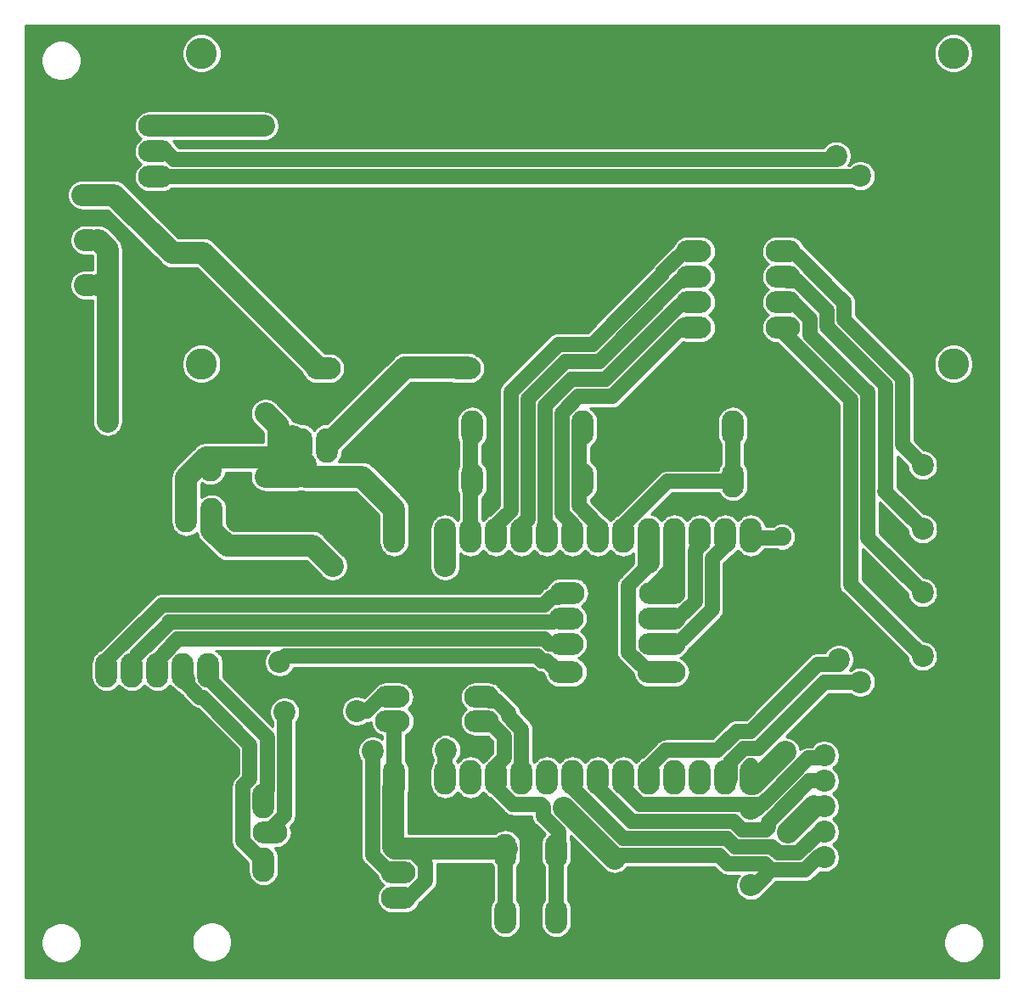
<source format=gbr>
%TF.GenerationSoftware,KiCad,Pcbnew,(5.1.6)-1*%
%TF.CreationDate,2024-09-11T12:39:08-05:00*%
%TF.ProjectId,board1,626f6172-6431-42e6-9b69-6361645f7063,rev?*%
%TF.SameCoordinates,PX2dc6c00PY7641700*%
%TF.FileFunction,Copper,L2,Bot*%
%TF.FilePolarity,Positive*%
%FSLAX46Y46*%
G04 Gerber Fmt 4.6, Leading zero omitted, Abs format (unit mm)*
G04 Created by KiCad (PCBNEW (5.1.6)-1) date 2024-09-11 12:39:08*
%MOMM*%
%LPD*%
G01*
G04 APERTURE LIST*
%TA.AperFunction,ComponentPad*%
%ADD10C,2.200000*%
%TD*%
%TA.AperFunction,ComponentPad*%
%ADD11O,3.470000X2.200000*%
%TD*%
%TA.AperFunction,ComponentPad*%
%ADD12C,3.100000*%
%TD*%
%TA.AperFunction,ComponentPad*%
%ADD13C,1.900000*%
%TD*%
%TA.AperFunction,ComponentPad*%
%ADD14O,2.200000X3.470000*%
%TD*%
%TA.AperFunction,ViaPad*%
%ADD15C,2.200000*%
%TD*%
%TA.AperFunction,Conductor*%
%ADD16C,1.500000*%
%TD*%
%TA.AperFunction,Conductor*%
%ADD17C,2.200000*%
%TD*%
%TA.AperFunction,Conductor*%
%ADD18C,0.250000*%
%TD*%
G04 APERTURE END LIST*
D10*
%TO.P,M2,1*%
%TO.N,GND*%
X80100000Y25200000D03*
%TO.P,M2,2*%
%TO.N,MISO*%
X80100000Y22660000D03*
%TO.P,M2,3*%
%TO.N,SCLK*%
X80100000Y20120000D03*
%TO.P,M2,4*%
%TO.N,MOSI*%
X80100000Y17580000D03*
%TO.P,M2,5*%
%TO.N,SD_CS*%
X80100000Y15040000D03*
%TO.P,M2,6*%
%TO.N,+3V3*%
X80100000Y12500000D03*
%TD*%
D11*
%TO.P,J6,1*%
%TO.N,GND*%
X13445000Y88020000D03*
%TO.P,J6,2*%
%TO.N,+5V*%
X13445000Y85480000D03*
%TO.P,J6,3*%
%TO.N,SDA*%
X13445000Y82940000D03*
%TO.P,J6,4*%
%TO.N,SCL*%
X13445000Y80400000D03*
D12*
%TO.P,J6,~*%
%TO.N,N/C*%
X18000000Y92730000D03*
X17990000Y61740000D03*
X92990000Y61740000D03*
X92990000Y92740000D03*
%TD*%
D13*
%TO.P,C1,1*%
%TO.N,Net-(C1-Pad1)*%
X75900000Y44500000D03*
%TO.P,C1,2*%
%TO.N,GND*%
X78200000Y44500000D03*
%TD*%
D14*
%TO.P,C2,1*%
%TO.N,+5V*%
X18900000Y51765000D03*
%TO.P,C2,2*%
%TO.N,GND*%
X18900000Y56735000D03*
%TD*%
D10*
%TO.P,D1,1*%
%TO.N,GND*%
X92430000Y51610000D03*
%TO.P,D1,2*%
%TO.N,Net-(D1-Pad2)*%
X89930000Y51610000D03*
%TD*%
%TO.P,D2,1*%
%TO.N,GND*%
X92430000Y45260000D03*
%TO.P,D2,2*%
%TO.N,Net-(D2-Pad2)*%
X89930000Y45260000D03*
%TD*%
%TO.P,D3,1*%
%TO.N,GND*%
X92410000Y38910000D03*
%TO.P,D3,2*%
%TO.N,Net-(D3-Pad2)*%
X89910000Y38910000D03*
%TD*%
%TO.P,D4,1*%
%TO.N,GND*%
X92410000Y32560000D03*
%TO.P,D4,2*%
%TO.N,Net-(D4-Pad2)*%
X89910000Y32560000D03*
%TD*%
D14*
%TO.P,J2,1*%
%TO.N,Net-(J2-Pad1)*%
X30500000Y53635000D03*
%TO.P,J2,2*%
%TO.N,+5V*%
X27960000Y53635000D03*
%TD*%
%TO.P,J5,3*%
%TO.N,GND*%
X21580000Y46635000D03*
%TO.P,J5,2*%
%TO.N,EXT_LED*%
X19040000Y46635000D03*
%TO.P,J5,1*%
%TO.N,+5V*%
X16500000Y46635000D03*
%TD*%
%TO.P,J7,1*%
%TO.N,+3V3*%
X48300000Y13135000D03*
%TO.P,J7,2*%
%TO.N,GND*%
X50840000Y13135000D03*
%TO.P,J7,3*%
%TO.N,ONE_WIRE*%
X53380000Y13135000D03*
%TD*%
%TO.P,J8,1*%
%TO.N,+3V3*%
X48300000Y6635000D03*
%TO.P,J8,2*%
%TO.N,GND*%
X50840000Y6635000D03*
%TO.P,J8,3*%
%TO.N,ONE_WIRE*%
X53380000Y6635000D03*
%TD*%
D11*
%TO.P,M1,1*%
%TO.N,GND*%
X30135000Y70800000D03*
%TO.P,M1,2*%
X44105000Y70800000D03*
%TO.P,M1,3*%
%TO.N,Net-(J2-Pad1)*%
X44105000Y61300000D03*
%TO.P,M1,4*%
%TO.N,Net-(M1-Pad4)*%
X30135000Y61300000D03*
%TD*%
%TO.P,Q1,2*%
%TO.N,Net-(Q1-Pad2)*%
X24835000Y14960000D03*
D14*
%TO.P,Q1,3*%
%TO.N,C*%
X24200000Y11785000D03*
%TO.P,Q1,1*%
%TO.N,T*%
X24200000Y18135000D03*
%TD*%
D11*
%TO.P,R1,1*%
%TO.N,Net-(D1-Pad2)*%
X76005000Y72970000D03*
%TO.P,R1,2*%
%TO.N,LED_GREEN*%
X67115000Y72970000D03*
%TD*%
%TO.P,R2,1*%
%TO.N,Net-(D2-Pad2)*%
X76005000Y70430000D03*
%TO.P,R2,2*%
%TO.N,LED_YELLOW*%
X67115000Y70430000D03*
%TD*%
%TO.P,R3,2*%
%TO.N,LED_RED*%
X67115000Y67890000D03*
%TO.P,R3,1*%
%TO.N,Net-(D3-Pad2)*%
X76005000Y67890000D03*
%TD*%
%TO.P,R4,1*%
%TO.N,Net-(D4-Pad2)*%
X76005000Y65350000D03*
%TO.P,R4,2*%
%TO.N,LED_BLUE*%
X67115000Y65350000D03*
%TD*%
%TO.P,R5,1*%
%TO.N,S_PLUS*%
X63375000Y38900000D03*
%TO.P,R5,2*%
%TO.N,FAN_DIODE+*%
X54485000Y38900000D03*
%TD*%
%TO.P,R6,2*%
%TO.N,S_PLUS*%
X64535000Y38900000D03*
%TO.P,R6,1*%
%TO.N,GND*%
X73425000Y38900000D03*
%TD*%
%TO.P,R7,2*%
%TO.N,FAN-*%
X54375000Y36360000D03*
%TO.P,R7,1*%
%TO.N,S_FAN*%
X63265000Y36360000D03*
%TD*%
%TO.P,R8,1*%
%TO.N,GND*%
X73425000Y36360000D03*
%TO.P,R8,2*%
%TO.N,S_FAN*%
X64535000Y36360000D03*
%TD*%
%TO.P,R9,2*%
%TO.N,DIAG_DIODE*%
X54375000Y33820000D03*
%TO.P,R9,1*%
%TO.N,S_DIODE*%
X63265000Y33820000D03*
%TD*%
%TO.P,R10,1*%
%TO.N,GND*%
X73425000Y33820000D03*
%TO.P,R10,2*%
%TO.N,S_DIODE*%
X64535000Y33820000D03*
%TD*%
%TO.P,R11,2*%
%TO.N,Net-(Q1-Pad2)*%
X37045000Y28500000D03*
%TO.P,R11,1*%
%TO.N,PWM*%
X45935000Y28500000D03*
%TD*%
D10*
%TO.P,R12,2*%
%TO.N,MISO*%
X72800000Y17320000D03*
%TO.P,R12,1*%
%TO.N,+3V3*%
X72800000Y9700000D03*
%TD*%
%TO.P,SW1,3*%
%TO.N,Net-(J1-Pad2)*%
X6392000Y69600000D03*
X7662000Y69600000D03*
%TO.P,SW1,2*%
X6392000Y74100000D03*
X7662000Y74100000D03*
%TO.P,SW1,1*%
%TO.N,Net-(M1-Pad4)*%
X6138000Y78600000D03*
X7662000Y78600000D03*
X6900000Y78600000D03*
%TO.P,SW1,2*%
%TO.N,Net-(J1-Pad2)*%
X6900000Y74100000D03*
%TO.P,SW1,3*%
X6900000Y69600000D03*
%TD*%
D14*
%TO.P,SW2,2*%
%TO.N,BUTTON1*%
X45000000Y50135000D03*
%TO.P,SW2,1*%
%TO.N,GND*%
X40500000Y50135000D03*
%TO.P,SW2,2*%
%TO.N,BUTTON1*%
X45000000Y55365000D03*
%TO.P,SW2,1*%
%TO.N,GND*%
X40500000Y55365000D03*
%TD*%
%TO.P,SW3,2*%
%TO.N,BUTTON2*%
X56000000Y55365000D03*
%TO.P,SW3,1*%
%TO.N,GND*%
X60500000Y55365000D03*
%TO.P,SW3,2*%
%TO.N,BUTTON2*%
X56000000Y50135000D03*
%TO.P,SW3,1*%
%TO.N,GND*%
X60500000Y50135000D03*
%TD*%
%TO.P,SW4,1*%
%TO.N,GND*%
X75500000Y50135000D03*
%TO.P,SW4,2*%
%TO.N,BUTTON3*%
X71000000Y50135000D03*
%TO.P,SW4,1*%
%TO.N,GND*%
X75500000Y55365000D03*
%TO.P,SW4,2*%
%TO.N,BUTTON3*%
X71000000Y55365000D03*
%TD*%
%TO.P,U1,1*%
%TO.N,+5V*%
X37230000Y44615000D03*
%TO.P,U1,2*%
%TO.N,GND*%
X39770000Y44615000D03*
%TO.P,U1,3*%
%TO.N,EXT_LED*%
X42310000Y44615000D03*
%TO.P,U1,4*%
%TO.N,BUTTON1*%
X44850000Y44615000D03*
%TO.P,U1,5*%
%TO.N,LED_GREEN*%
X47390000Y44615000D03*
%TO.P,U1,6*%
%TO.N,LED_YELLOW*%
X49930000Y44615000D03*
%TO.P,U1,7*%
%TO.N,LED_RED*%
X52470000Y44615000D03*
%TO.P,U1,8*%
%TO.N,LED_BLUE*%
X55010000Y44615000D03*
%TO.P,U1,9*%
%TO.N,BUTTON2*%
X57550000Y44615000D03*
%TO.P,U1,10*%
%TO.N,BUTTON3*%
X60090000Y44615000D03*
%TO.P,U1,11*%
%TO.N,S_5V*%
X62630000Y44615000D03*
%TO.P,U1,12*%
%TO.N,S_PLUS*%
X65170000Y44615000D03*
%TO.P,U1,13*%
%TO.N,S_FAN*%
X67710000Y44615000D03*
%TO.P,U1,14*%
%TO.N,S_DIODE*%
X70250000Y44615000D03*
%TO.P,U1,15*%
%TO.N,Net-(C1-Pad1)*%
X72790000Y44615000D03*
%TO.P,U1,16*%
%TO.N,MOSI*%
X72790000Y20485000D03*
%TO.P,U1,17*%
%TO.N,SCL*%
X70250000Y20485000D03*
%TO.P,U1,18*%
%TO.N,Net-(U1-Pad18)*%
X67710000Y20485000D03*
%TO.P,U1,19*%
%TO.N,Net-(U1-Pad19)*%
X65170000Y20485000D03*
%TO.P,U1,20*%
%TO.N,SDA*%
X62630000Y20485000D03*
%TO.P,U1,21*%
%TO.N,MISO*%
X60090000Y20485000D03*
%TO.P,U1,22*%
%TO.N,SCLK*%
X57550000Y20485000D03*
%TO.P,U1,23*%
%TO.N,SD_CS*%
X55010000Y20485000D03*
%TO.P,U1,24*%
%TO.N,Net-(U1-Pad24)*%
X52470000Y20485000D03*
%TO.P,U1,25*%
%TO.N,PWM*%
X49930000Y20485000D03*
%TO.P,U1,26*%
%TO.N,ONE_WIRE*%
X47390000Y20485000D03*
%TO.P,U1,27*%
%TO.N,Net-(U1-Pad27)*%
X44850000Y20485000D03*
%TO.P,U1,28*%
%TO.N,MECH_THERM*%
X42310000Y20485000D03*
%TO.P,U1,29*%
%TO.N,GND*%
X39770000Y20485000D03*
%TO.P,U1,30*%
%TO.N,+3V3*%
X37230000Y20485000D03*
%TD*%
D11*
%TO.P,J4,1*%
%TO.N,MECH_THERM*%
X37665000Y11000000D03*
%TO.P,J4,2*%
%TO.N,+3V3*%
X37665000Y8460000D03*
%TD*%
D14*
%TO.P,J1,1*%
%TO.N,GND*%
X6100000Y56635000D03*
%TO.P,J1,2*%
%TO.N,Net-(J1-Pad2)*%
X8640000Y56635000D03*
%TD*%
%TO.P,J3,1*%
%TO.N,GND*%
X6000000Y31165000D03*
%TO.P,J3,2*%
%TO.N,FAN_DIODE+*%
X8540000Y31165000D03*
%TO.P,J3,3*%
%TO.N,FAN-*%
X11080000Y31165000D03*
%TO.P,J3,4*%
%TO.N,DIAG_DIODE*%
X13620000Y31165000D03*
%TO.P,J3,5*%
%TO.N,C*%
X16160000Y31165000D03*
%TO.P,J3,6*%
%TO.N,T*%
X18700000Y31165000D03*
%TD*%
D11*
%TO.P,R13,1*%
%TO.N,+3V3*%
X37065000Y26100000D03*
%TO.P,R13,2*%
%TO.N,ONE_WIRE*%
X45955000Y26100000D03*
%TD*%
%TO.P,R14,1*%
%TO.N,S_5V*%
X63235000Y31000000D03*
%TO.P,R14,2*%
%TO.N,+5V*%
X54345000Y31000000D03*
%TD*%
%TO.P,R15,2*%
%TO.N,S_5V*%
X64545000Y31000000D03*
%TO.P,R15,1*%
%TO.N,GND*%
X73435000Y31000000D03*
%TD*%
D14*
%TO.P,J9,1*%
%TO.N,GND*%
X6100000Y63565000D03*
%TO.P,J9,2*%
%TO.N,Net-(J1-Pad2)*%
X8640000Y63565000D03*
%TD*%
D15*
%TO.N,+5V*%
X24220000Y85480000D03*
X24400000Y56800000D03*
X25800000Y32000000D03*
X24400000Y50500000D03*
%TO.N,+3V3*%
X54151709Y17449990D03*
X37150010Y17320000D03*
%TO.N,MECH_THERM*%
X42400000Y23200000D03*
X35100000Y23100000D03*
%TO.N,EXT_LED*%
X42299990Y41579990D03*
X31099990Y41579990D03*
%TO.N,SDA*%
X81569990Y32269990D03*
X81300000Y82500000D03*
%TO.N,SCL*%
X83700000Y80500000D03*
X83700000Y30000000D03*
%TO.N,MOSI*%
X76500000Y15000000D03*
X76200000Y23000000D03*
%TO.N,Net-(Q1-Pad2)*%
X33500000Y27100000D03*
X26300000Y27000000D03*
%TD*%
D16*
%TO.N,Net-(C1-Pad1)*%
X72790000Y45250000D02*
X72790000Y45010000D01*
X72790000Y45010000D02*
X73400000Y44400000D01*
X73400000Y44400000D02*
X75700000Y44400000D01*
D17*
%TO.N,+5V*%
X12810000Y85480000D02*
X24220000Y85480000D01*
X24220000Y85480000D02*
X24220000Y85480000D01*
X24400000Y56800000D02*
X24400000Y56800000D01*
X25700000Y53100000D02*
X27100000Y54500000D01*
X27500000Y50500000D02*
X25700000Y50500000D01*
X27500000Y52600000D02*
X27500000Y50500000D01*
X28400000Y51700000D02*
X27500000Y52600000D01*
X37230000Y47270000D02*
X34000000Y50500000D01*
X37230000Y45250000D02*
X37230000Y47270000D01*
X34000000Y50500000D02*
X28400000Y50500000D01*
X28400000Y50500000D02*
X28400000Y51700000D01*
X25700000Y55500000D02*
X24400000Y56800000D01*
X25700000Y53100000D02*
X25700000Y55500000D01*
X25700000Y50500000D02*
X24400000Y50500000D01*
D16*
X54980000Y31000000D02*
X55089151Y31000000D01*
X16800000Y47929151D02*
X16800000Y46400000D01*
X25800000Y32000000D02*
X25800000Y32000000D01*
D17*
X24900000Y52400000D02*
X25700000Y51600000D01*
X25700000Y50500000D02*
X25700000Y51600000D01*
X18900000Y52400000D02*
X24900000Y52400000D01*
X25700000Y51600000D02*
X25700000Y53100000D01*
X18900000Y52400000D02*
X18500000Y52400000D01*
X18500000Y52400000D02*
X16500000Y50400000D01*
X16500000Y50400000D02*
X16500000Y46100000D01*
D16*
X53600000Y31000000D02*
X54980000Y31000000D01*
X25800000Y32000000D02*
X26399980Y32599980D01*
X26399980Y32599980D02*
X51495843Y32599980D01*
X51495843Y32599980D02*
X51975833Y32119990D01*
X51975833Y32119990D02*
X52480010Y32119990D01*
X52480010Y32119990D02*
X53600000Y31000000D01*
%TO.N,LED_GREEN*%
X63990839Y70839990D02*
X63990839Y70704166D01*
X67750000Y72970000D02*
X66120849Y72970000D01*
X66120849Y72970000D02*
X63990839Y70839990D01*
X53588328Y63700010D02*
X48849960Y58961642D01*
X63990839Y70704166D02*
X56986683Y63700010D01*
X56986683Y63700010D02*
X53588328Y63700010D01*
X47390000Y45250000D02*
X47390000Y45609151D01*
X47390000Y45609151D02*
X48849960Y47069111D01*
X48849960Y58961642D02*
X48849960Y49950040D01*
X48849960Y47069111D02*
X48849960Y49950040D01*
X48849960Y49950040D02*
X48849960Y48254137D01*
%TO.N,LED_YELLOW*%
X57691648Y62000799D02*
X65690849Y70000000D01*
X57691648Y62000000D02*
X57691648Y62000799D01*
X49930000Y45250000D02*
X49930000Y45630000D01*
X54292495Y62000000D02*
X57691648Y62000000D01*
X49930000Y45630000D02*
X50549970Y46249970D01*
X65690849Y70000000D02*
X66000000Y70000000D01*
X50549970Y58257475D02*
X54292495Y62000000D01*
X50549970Y46249970D02*
X50549970Y58257475D01*
%TO.N,LED_RED*%
X54896682Y60200010D02*
X58295834Y60200010D01*
X52249980Y57553308D02*
X54896682Y60200010D01*
X52249980Y47946692D02*
X52249980Y57553308D01*
X58295834Y60200010D02*
X65595824Y67500000D01*
X52249980Y46049980D02*
X52300000Y45999960D01*
X52249980Y47946692D02*
X52249980Y46049980D01*
X52300000Y45999960D02*
X52300000Y44800000D01*
%TO.N,LED_BLUE*%
X59000000Y58500000D02*
X66000000Y65500000D01*
X55010000Y45250000D02*
X55010000Y45790000D01*
X53949990Y46850010D02*
X53949990Y56849141D01*
X55010000Y45790000D02*
X53949990Y46850010D01*
X53949990Y56849141D02*
X55600849Y58500000D01*
X55600849Y58500000D02*
X59000000Y58500000D01*
D17*
%TO.N,Net-(J2-Pad1)*%
X30500000Y53000000D02*
X30500000Y53600000D01*
X30500000Y53600000D02*
X38300000Y61400000D01*
X38300000Y61400000D02*
X44600000Y61400000D01*
D16*
%TO.N,FAN_DIODE+*%
X13630879Y37250030D02*
X8700000Y32319151D01*
X14080849Y37700000D02*
X13630879Y37250030D01*
X53510010Y38410010D02*
X52890859Y38410010D01*
X55120000Y38900000D02*
X54000000Y38900000D01*
X54000000Y38900000D02*
X53510010Y38410010D01*
X40500010Y37700010D02*
X40500000Y37700000D01*
X52180859Y37700010D02*
X40500010Y37700010D01*
X52890859Y38410010D02*
X52180859Y37700010D01*
X40500000Y37700000D02*
X14080849Y37700000D01*
%TO.N,FAN-*%
X14470869Y35550020D02*
X11569990Y32649141D01*
X53000000Y36000000D02*
X44200000Y36000000D01*
X53360000Y36360000D02*
X53000000Y36000000D01*
X55010000Y36360000D02*
X53360000Y36360000D01*
X44200000Y36000000D02*
X14785025Y36000000D01*
%TO.N,DIAG_DIODE*%
X15310859Y33850010D02*
X13800000Y32339151D01*
X13800000Y32339151D02*
X13800000Y32300000D01*
X52200010Y34299990D02*
X15625015Y34299990D01*
X15625015Y34299990D02*
X15112513Y33787488D01*
X55010000Y33820000D02*
X52680000Y33820000D01*
X52680000Y33820000D02*
X52200010Y34299990D01*
%TO.N,T*%
X24200000Y17500000D02*
X24200000Y18800000D01*
X24200000Y18900000D02*
X24550000Y19250000D01*
X24200000Y17500000D02*
X24200000Y18900000D01*
X24550000Y19250000D02*
X24550000Y24450000D01*
X24550000Y24450000D02*
X18900000Y30100000D01*
%TO.N,+3V3*%
X80100000Y12500000D02*
X79470174Y12500000D01*
X78220164Y11249989D02*
X74811832Y11249989D01*
X79470174Y12500000D02*
X78220164Y11249989D01*
X74811832Y11249989D02*
X73161843Y9600000D01*
X37230000Y19850000D02*
X37230000Y19490849D01*
X48300000Y12500000D02*
X48300000Y6000000D01*
D17*
X37230000Y19490848D02*
X37150010Y19410858D01*
X37230000Y19850000D02*
X37230000Y19490848D01*
X37150010Y19410858D02*
X37150010Y17320000D01*
D16*
X58901740Y12699960D02*
X58385850Y13215850D01*
X69650040Y12699960D02*
X58901740Y12699960D01*
D17*
X58385850Y13215850D02*
X54151709Y17449990D01*
X59200000Y12401699D02*
X58385850Y13215850D01*
D16*
X74811832Y11249989D02*
X74191842Y11869979D01*
X74191842Y11869979D02*
X70480021Y11869979D01*
X70480021Y11869979D02*
X69650040Y12699960D01*
D17*
X54151709Y17449990D02*
X54151709Y17449990D01*
X37150010Y17320000D02*
X37150010Y17320000D01*
D16*
X37230000Y20870000D02*
X37200000Y20900000D01*
X37230000Y19850000D02*
X37230000Y20870000D01*
X37200000Y20900000D02*
X37200000Y25800000D01*
D17*
X37150010Y17320000D02*
X37150010Y13549140D01*
X47999990Y13400010D02*
X48000000Y13400000D01*
X37150010Y13549140D02*
X37299140Y13400010D01*
X37299140Y13400010D02*
X47999990Y13400010D01*
X48000000Y13400000D02*
X48439990Y13400000D01*
D16*
X40350010Y11849141D02*
X38799141Y13400010D01*
X40350010Y10150859D02*
X40350010Y11849141D01*
X38659151Y8460000D02*
X40350010Y10150859D01*
X38799141Y13400010D02*
X37299140Y13400010D01*
X38300000Y8460000D02*
X38659151Y8460000D01*
%TO.N,MECH_THERM*%
X42310000Y23110000D02*
X42400000Y23200000D01*
X42310000Y19850000D02*
X42310000Y23610000D01*
X35100000Y19080849D02*
X35100000Y12700000D01*
X35100000Y12700000D02*
X36700000Y11100000D01*
X35100000Y19080849D02*
X35100000Y23100000D01*
D17*
%TO.N,EXT_LED*%
X42310000Y45250000D02*
X42310000Y41590000D01*
X19040000Y46000000D02*
X19040000Y45145874D01*
X20585884Y43599990D02*
X29079990Y43599990D01*
X19040000Y45145874D02*
X20585884Y43599990D01*
X42299990Y41579990D02*
X42299990Y41579990D01*
X29079990Y43599990D02*
X31099990Y41579990D01*
X42299990Y41579990D02*
X42310000Y41590000D01*
X31099990Y41579990D02*
X31099990Y41579990D01*
D16*
%TO.N,SDA*%
X14439151Y82940000D02*
X15279141Y82100010D01*
X12810000Y82940000D02*
X14439151Y82940000D01*
X15279141Y82100010D02*
X81300010Y82100010D01*
X81569990Y32269990D02*
X81569990Y32269990D01*
X81569990Y31769990D02*
X81569990Y32269990D01*
X62630000Y19850000D02*
X62630000Y21479151D01*
X72790001Y25090020D02*
X79469971Y31769990D01*
X71381666Y25090020D02*
X72790001Y25090020D01*
X79469971Y31769990D02*
X81569990Y31769990D01*
X62630000Y21479151D02*
X64320859Y23170010D01*
X64320859Y23170010D02*
X69461656Y23170010D01*
X69461656Y23170010D02*
X71381666Y25090020D01*
%TO.N,SCL*%
X83700000Y30000000D02*
X83700000Y30000000D01*
X83600000Y80400000D02*
X83700000Y80500000D01*
X12810000Y80400000D02*
X83600000Y80400000D01*
X70739990Y22044167D02*
X72085833Y23390010D01*
X70250000Y19850000D02*
X70739990Y20339990D01*
X72085833Y23390010D02*
X73494167Y23390010D01*
X70739990Y20339990D02*
X70739990Y22044167D01*
X73494167Y23390010D02*
X80104157Y30000000D01*
X80104157Y30000000D02*
X81100000Y30000000D01*
X83700000Y30000000D02*
X81100000Y30000000D01*
%TO.N,ONE_WIRE*%
X47390000Y19850000D02*
X47390000Y19490849D01*
X49080859Y17799990D02*
X51620859Y17799990D01*
X47390000Y19490849D02*
X49080859Y17799990D01*
X51620859Y17799990D02*
X51850010Y17799990D01*
X52101701Y17548299D02*
X52101701Y16600848D01*
X51850010Y17799990D02*
X52101701Y17548299D01*
X52101701Y16600848D02*
X53600000Y15102549D01*
X53600000Y15102549D02*
X53600000Y13510000D01*
X47390000Y21590000D02*
X48229990Y22429990D01*
X47390000Y19850000D02*
X47390000Y21590000D01*
X48229990Y22429990D02*
X48229990Y24565834D01*
X48229990Y24565834D02*
X46697912Y26097912D01*
X53380000Y12500000D02*
X53380000Y6520000D01*
D17*
%TO.N,Net-(M1-Pad4)*%
X6138000Y78600000D02*
X9300000Y78600000D01*
X9300000Y78600000D02*
X15093634Y72806366D01*
X29500000Y61300000D02*
X29500000Y61500000D01*
X18193634Y72806366D02*
X15093634Y72806366D01*
X29500000Y61500000D02*
X18193634Y72806366D01*
D16*
%TO.N,MISO*%
X60090000Y19490849D02*
X61780859Y17799990D01*
X60090000Y19850000D02*
X60090000Y19490849D01*
X61780859Y17799990D02*
X73639141Y17799990D01*
X72800000Y17320000D02*
X73429826Y17320000D01*
X73429826Y17320000D02*
X74854912Y18745088D01*
X74854912Y18745088D02*
X74859835Y18750011D01*
X74854912Y18745088D02*
X78509824Y22400000D01*
X78509824Y22400000D02*
X79800000Y22400000D01*
%TO.N,SCLK*%
X80100000Y20120000D02*
X80100000Y20000000D01*
X78634000Y20120000D02*
X80100000Y20120000D01*
X74500000Y15985999D02*
X78634000Y20120000D01*
X74500000Y15500000D02*
X74500000Y15985999D01*
X74269999Y15269999D02*
X74500000Y15500000D01*
X57700000Y19340849D02*
X60940869Y16099980D01*
X57700000Y19600000D02*
X57700000Y19340849D01*
X71100020Y16099980D02*
X71930001Y15269999D01*
X60940869Y16099980D02*
X71100020Y16099980D01*
X71930001Y15269999D02*
X74269999Y15269999D01*
%TO.N,MOSI*%
X80100000Y17580000D02*
X79080000Y17580000D01*
X76500000Y15000000D02*
X76500000Y15000000D01*
D17*
X76500000Y15000000D02*
X79080000Y17580000D01*
D16*
X72790000Y19850000D02*
X72790000Y21690000D01*
D17*
X73050000Y19850000D02*
X76200000Y23000000D01*
X72790000Y19850000D02*
X73050000Y19850000D01*
D16*
%TO.N,SD_CS*%
X55010000Y19490849D02*
X60100879Y14399970D01*
X55010000Y19850000D02*
X55010000Y19490849D01*
X70395853Y14399970D02*
X71225834Y13569989D01*
X60100879Y14399970D02*
X70395853Y14399970D01*
X71225834Y13569989D02*
X73430011Y13569989D01*
X73430011Y13569989D02*
X73930011Y13569989D01*
X79665998Y15100000D02*
X80400000Y15100000D01*
X75515999Y12949999D02*
X77515997Y12949999D01*
X77515997Y12949999D02*
X79665998Y15100000D01*
X74896009Y13569989D02*
X75515999Y12949999D01*
X73430011Y13569989D02*
X74896009Y13569989D01*
%TO.N,Net-(Q1-Pad2)*%
X33500000Y27100000D02*
X33500000Y27100000D01*
X26250010Y26950010D02*
X26300000Y27000000D01*
X26250010Y16650859D02*
X26250010Y26950010D01*
X24200000Y14960000D02*
X24559151Y14960000D01*
X24559151Y14960000D02*
X26250010Y16650859D01*
X34530849Y27100000D02*
X33500000Y27100000D01*
X37680000Y28500000D02*
X35930849Y28500000D01*
X35930849Y28500000D02*
X34530849Y27100000D01*
D17*
%TO.N,S_PLUS*%
X65170000Y41070000D02*
X63000000Y38900000D01*
X65170000Y45250000D02*
X65170000Y41070000D01*
X63000000Y38900000D02*
X62800000Y38900000D01*
X65170000Y41070000D02*
X65170000Y39070000D01*
D16*
%TO.N,S_FAN*%
X67710000Y43610000D02*
X67220010Y43120010D01*
X67710000Y45250000D02*
X67710000Y43610000D01*
X67220010Y38050859D02*
X65569151Y36400000D01*
X67220010Y43120010D02*
X67220010Y38050859D01*
X65569151Y36400000D02*
X64800000Y36400000D01*
%TO.N,S_DIODE*%
X70250000Y45250000D02*
X70250000Y43620849D01*
X70250000Y43620849D02*
X68920020Y42290869D01*
X68920020Y37210869D02*
X66019141Y34309990D01*
X68920020Y42290869D02*
X68920020Y37210869D01*
%TO.N,PWM*%
X49930000Y19850000D02*
X49930000Y24070000D01*
X49930000Y24070000D02*
X49930000Y25270000D01*
X48640010Y26949141D02*
X47439141Y28150010D01*
X49930000Y25270000D02*
X48640010Y26559990D01*
X48640010Y26559990D02*
X48640010Y26949141D01*
X47439141Y28150010D02*
X46800000Y28150010D01*
%TO.N,BUTTON1*%
X44850000Y45250000D02*
X44850000Y55750000D01*
X44850000Y55750000D02*
X44900000Y55800000D01*
%TO.N,BUTTON2*%
X55650000Y49355026D02*
X55650000Y55000000D01*
X57550000Y45250000D02*
X57550000Y45654176D01*
X57550000Y45654176D02*
X55650000Y47554176D01*
X55650000Y47554176D02*
X55650000Y51000000D01*
%TO.N,BUTTON3*%
X71000000Y50500000D02*
X71000000Y55000000D01*
X60090000Y45609151D02*
X64480849Y50000000D01*
X60090000Y45250000D02*
X60090000Y45609151D01*
X64480849Y50000000D02*
X70800000Y50000000D01*
%TO.N,Net-(D1-Pad2)*%
X81434575Y68534575D02*
X77469151Y72500000D01*
X82090030Y67879120D02*
X81434575Y68534575D01*
X82090030Y66118323D02*
X82090030Y67879120D01*
X87894594Y60313759D02*
X82090030Y66118323D01*
X87894595Y53645405D02*
X87894594Y60313759D01*
X89930000Y51610000D02*
X87894595Y53645405D01*
%TO.N,Net-(D2-Pad2)*%
X77429151Y70000000D02*
X76500000Y70000000D01*
X80390020Y67039130D02*
X77429151Y70000000D01*
X80390020Y65414157D02*
X80390020Y67039130D01*
X86194585Y59609592D02*
X80390020Y65414157D01*
X86194585Y49099571D02*
X86194585Y59609592D01*
X86142507Y49047493D02*
X86194585Y49099571D01*
X89930000Y45260000D02*
X86142507Y49047493D01*
%TO.N,Net-(D3-Pad2)*%
X78690010Y66199140D02*
X76999151Y67890000D01*
X76999151Y67890000D02*
X75370000Y67890000D01*
X78690010Y64599141D02*
X78690010Y66199140D01*
X84442497Y58957503D02*
X84331648Y58957503D01*
X84442497Y44377503D02*
X84442497Y58957503D01*
X84331648Y58957503D02*
X78690010Y64599141D01*
X89910000Y38910000D02*
X84442497Y44377503D01*
%TO.N,Net-(D4-Pad2)*%
X88585000Y33885000D02*
X89910000Y32560000D01*
X82742487Y39727513D02*
X88585000Y33885000D01*
X75370000Y65350000D02*
X75534974Y65350000D01*
X75534974Y65350000D02*
X82742487Y58142487D01*
X82742487Y58142487D02*
X82742487Y39727513D01*
D17*
%TO.N,Net-(J1-Pad2)*%
X8640000Y56000000D02*
X8640000Y73160000D01*
X8640000Y73160000D02*
X7700000Y74100000D01*
D16*
%TO.N,S_5V*%
X60579990Y32970859D02*
X62350849Y31200000D01*
X62630000Y45250000D02*
X62630000Y41689151D01*
X60579990Y39639141D02*
X60579990Y32970859D01*
X62630000Y41689151D02*
X60579990Y39639141D01*
X62350849Y31200000D02*
X62600000Y31200000D01*
D17*
X62630000Y45250000D02*
X62630000Y41924126D01*
D16*
%TO.N,C*%
X16160000Y31800000D02*
X16160000Y30040000D01*
X22149990Y14110859D02*
X22149990Y19619141D01*
X24200000Y12420000D02*
X23840849Y12420000D01*
X23840849Y12420000D02*
X22149990Y14110859D01*
X22149990Y19619141D02*
X22849990Y20319141D01*
X22849990Y20319141D02*
X22849990Y23745834D01*
X22849990Y23745834D02*
X18297912Y28297912D01*
X18115834Y28479990D02*
X17850859Y28479990D01*
X18297912Y28297912D02*
X18115834Y28479990D01*
X17850859Y28479990D02*
X16865425Y29465424D01*
X16649990Y29680859D02*
X16649990Y30350010D01*
X16865425Y29465424D02*
X16649990Y29680859D01*
%TD*%
D18*
%TO.N,GND*%
G36*
X97525001Y475000D02*
G01*
X475000Y475000D01*
X475000Y4199445D01*
X1975000Y4199445D01*
X1975000Y3800555D01*
X2052820Y3409329D01*
X2205468Y3040803D01*
X2427080Y2709138D01*
X2709138Y2427080D01*
X3040803Y2205468D01*
X3409329Y2052820D01*
X3800555Y1975000D01*
X4199445Y1975000D01*
X4590671Y2052820D01*
X4959197Y2205468D01*
X5290862Y2427080D01*
X5572920Y2709138D01*
X5794532Y3040803D01*
X5947180Y3409329D01*
X6025000Y3800555D01*
X6025000Y4199445D01*
X6015055Y4249445D01*
X17015000Y4249445D01*
X17015000Y3850555D01*
X17092820Y3459329D01*
X17245468Y3090803D01*
X17467080Y2759138D01*
X17749138Y2477080D01*
X18080803Y2255468D01*
X18449329Y2102820D01*
X18840555Y2025000D01*
X19239445Y2025000D01*
X19630671Y2102820D01*
X19999197Y2255468D01*
X20330862Y2477080D01*
X20612920Y2759138D01*
X20834532Y3090803D01*
X20987180Y3459329D01*
X21065000Y3850555D01*
X21065000Y4199445D01*
X91975000Y4199445D01*
X91975000Y3800555D01*
X92052820Y3409329D01*
X92205468Y3040803D01*
X92427080Y2709138D01*
X92709138Y2427080D01*
X93040803Y2205468D01*
X93409329Y2052820D01*
X93800555Y1975000D01*
X94199445Y1975000D01*
X94590671Y2052820D01*
X94959197Y2205468D01*
X95290862Y2427080D01*
X95572920Y2709138D01*
X95794532Y3040803D01*
X95947180Y3409329D01*
X96025000Y3800555D01*
X96025000Y4199445D01*
X95947180Y4590671D01*
X95794532Y4959197D01*
X95572920Y5290862D01*
X95290862Y5572920D01*
X94959197Y5794532D01*
X94590671Y5947180D01*
X94199445Y6025000D01*
X93800555Y6025000D01*
X93409329Y5947180D01*
X93040803Y5794532D01*
X92709138Y5572920D01*
X92427080Y5290862D01*
X92205468Y4959197D01*
X92052820Y4590671D01*
X91975000Y4199445D01*
X21065000Y4199445D01*
X21065000Y4249445D01*
X20987180Y4640671D01*
X20834532Y5009197D01*
X20612920Y5340862D01*
X20330862Y5622920D01*
X19999197Y5844532D01*
X19630671Y5997180D01*
X19239445Y6075000D01*
X18840555Y6075000D01*
X18449329Y5997180D01*
X18080803Y5844532D01*
X17749138Y5622920D01*
X17467080Y5340862D01*
X17245468Y5009197D01*
X17092820Y4640671D01*
X17015000Y4249445D01*
X6015055Y4249445D01*
X5947180Y4590671D01*
X5794532Y4959197D01*
X5572920Y5290862D01*
X5290862Y5572920D01*
X4959197Y5794532D01*
X4590671Y5947180D01*
X4199445Y6025000D01*
X3800555Y6025000D01*
X3409329Y5947180D01*
X3040803Y5794532D01*
X2709138Y5572920D01*
X2427080Y5290862D01*
X2205468Y4959197D01*
X2052820Y4590671D01*
X1975000Y4199445D01*
X475000Y4199445D01*
X475000Y31874910D01*
X7015000Y31874910D01*
X7015000Y30455089D01*
X7037066Y30231048D01*
X7124267Y29943584D01*
X7265875Y29678656D01*
X7456446Y29446445D01*
X7688657Y29255874D01*
X7953585Y29114267D01*
X8241049Y29027066D01*
X8540000Y28997622D01*
X8838952Y29027066D01*
X9126416Y29114267D01*
X9391344Y29255874D01*
X9623555Y29446445D01*
X9810000Y29673629D01*
X9996446Y29446445D01*
X10228657Y29255874D01*
X10493585Y29114267D01*
X10781049Y29027066D01*
X11080000Y28997622D01*
X11378952Y29027066D01*
X11666416Y29114267D01*
X11931344Y29255874D01*
X12163555Y29446445D01*
X12350000Y29673629D01*
X12536446Y29446445D01*
X12768657Y29255874D01*
X13033585Y29114267D01*
X13321049Y29027066D01*
X13620000Y28997622D01*
X13918952Y29027066D01*
X14206416Y29114267D01*
X14471344Y29255874D01*
X14703555Y29446445D01*
X14890000Y29673629D01*
X15076446Y29446445D01*
X15231560Y29319146D01*
X15325131Y29205130D01*
X15504048Y29058296D01*
X15708172Y28949189D01*
X15737802Y28940201D01*
X15815120Y28845989D01*
X15859957Y28809192D01*
X15993761Y28675388D01*
X16979197Y27689951D01*
X17015989Y27645120D01*
X17060820Y27608328D01*
X17060822Y27608326D01*
X17129664Y27551829D01*
X17194906Y27498286D01*
X17329679Y27426248D01*
X17399030Y27389179D01*
X17608480Y27325644D01*
X21674991Y23259132D01*
X21674990Y20805841D01*
X21359952Y20490803D01*
X21315121Y20454011D01*
X21278329Y20409180D01*
X21278326Y20409177D01*
X21168287Y20275094D01*
X21059179Y20070969D01*
X20991992Y19849481D01*
X20969306Y19619141D01*
X20974991Y19561419D01*
X20974990Y14168571D01*
X20969306Y14110859D01*
X20974990Y14053147D01*
X20974990Y14053140D01*
X20987920Y13921865D01*
X20991992Y13880519D01*
X21052302Y13681703D01*
X21059179Y13659031D01*
X21168286Y13454907D01*
X21315120Y13275989D01*
X21359956Y13239193D01*
X22675000Y11924148D01*
X22675000Y11075090D01*
X22697066Y10851049D01*
X22784267Y10563585D01*
X22925874Y10298657D01*
X23116445Y10066445D01*
X23348656Y9875874D01*
X23613584Y9734267D01*
X23901048Y9647066D01*
X24200000Y9617622D01*
X24498951Y9647066D01*
X24786415Y9734267D01*
X25051343Y9875874D01*
X25283555Y10066445D01*
X25474126Y10298656D01*
X25615733Y10563584D01*
X25702934Y10851048D01*
X25725000Y11075089D01*
X25725000Y12494911D01*
X25702934Y12718952D01*
X25615733Y13006416D01*
X25474126Y13271344D01*
X25339817Y13435000D01*
X25544911Y13435000D01*
X25768952Y13457066D01*
X26056416Y13544267D01*
X26321344Y13685874D01*
X26553555Y13876445D01*
X26744126Y14108656D01*
X26885733Y14373584D01*
X26972934Y14661048D01*
X27002378Y14960000D01*
X26972934Y15258952D01*
X26885733Y15546416D01*
X26858401Y15597550D01*
X27040050Y15779198D01*
X27084880Y15815989D01*
X27128911Y15869640D01*
X27196361Y15951828D01*
X27231714Y15994906D01*
X27340821Y16199030D01*
X27356799Y16251703D01*
X27408008Y16420518D01*
X27411649Y16457488D01*
X27425010Y16593139D01*
X27425010Y16593147D01*
X27430694Y16650859D01*
X27425010Y16708571D01*
X27425010Y25968334D01*
X27484545Y26027869D01*
X27651438Y26277642D01*
X27766395Y26555174D01*
X27825000Y26849801D01*
X27825000Y27150199D01*
X27805109Y27250199D01*
X31975000Y27250199D01*
X31975000Y26949801D01*
X32033605Y26655174D01*
X32148562Y26377642D01*
X32315455Y26127869D01*
X32527869Y25915455D01*
X32777642Y25748562D01*
X33055174Y25633605D01*
X33349801Y25575000D01*
X33650199Y25575000D01*
X33944826Y25633605D01*
X34222358Y25748562D01*
X34472131Y25915455D01*
X34480910Y25924234D01*
X34530849Y25919316D01*
X34588561Y25925000D01*
X34588569Y25925000D01*
X34761189Y25942002D01*
X34908774Y25986771D01*
X34927066Y25801048D01*
X35014267Y25513584D01*
X35155874Y25248656D01*
X35346445Y25016445D01*
X35578656Y24825874D01*
X35843584Y24684267D01*
X36025001Y24629235D01*
X36025001Y24316036D01*
X35822358Y24451438D01*
X35544826Y24566395D01*
X35250199Y24625000D01*
X34949801Y24625000D01*
X34655174Y24566395D01*
X34377642Y24451438D01*
X34127869Y24284545D01*
X33915455Y24072131D01*
X33748562Y23822358D01*
X33633605Y23544826D01*
X33575000Y23250199D01*
X33575000Y22949801D01*
X33633605Y22655174D01*
X33748562Y22377642D01*
X33915455Y22127869D01*
X33925001Y22118323D01*
X33925000Y19138569D01*
X33925000Y19138568D01*
X33925001Y12757722D01*
X33919316Y12700000D01*
X33942002Y12469660D01*
X34009189Y12248172D01*
X34118297Y12044047D01*
X34228336Y11909964D01*
X34228339Y11909961D01*
X34265131Y11865130D01*
X34309962Y11828338D01*
X35566174Y10572125D01*
X35614267Y10413584D01*
X35755874Y10148656D01*
X35946445Y9916445D01*
X36173628Y9730000D01*
X35946445Y9543555D01*
X35755874Y9311344D01*
X35614267Y9046416D01*
X35527066Y8758952D01*
X35497622Y8460000D01*
X35527066Y8161048D01*
X35614267Y7873584D01*
X35755874Y7608656D01*
X35946445Y7376445D01*
X36178656Y7185874D01*
X36443584Y7044267D01*
X36731048Y6957066D01*
X36955089Y6935000D01*
X38374911Y6935000D01*
X38598952Y6957066D01*
X38886416Y7044267D01*
X39151344Y7185874D01*
X39383555Y7376445D01*
X39574126Y7608656D01*
X39694258Y7833407D01*
X41140050Y9279198D01*
X41184880Y9315989D01*
X41331714Y9494906D01*
X41440821Y9699030D01*
X41494423Y9875733D01*
X41508008Y9920518D01*
X41510124Y9942002D01*
X41525010Y10093139D01*
X41525010Y10093147D01*
X41530694Y10150859D01*
X41525010Y10208571D01*
X41525010Y11791429D01*
X41530694Y11849141D01*
X41528146Y11875010D01*
X46904885Y11875010D01*
X47025875Y11648656D01*
X47125000Y11527872D01*
X47125001Y8242129D01*
X47025874Y8121343D01*
X46884267Y7856415D01*
X46797066Y7568951D01*
X46775000Y7344910D01*
X46775000Y5925089D01*
X46797066Y5701048D01*
X46884267Y5413584D01*
X47025875Y5148656D01*
X47216446Y4916445D01*
X47448657Y4725874D01*
X47713585Y4584267D01*
X48001049Y4497066D01*
X48300000Y4467622D01*
X48598952Y4497066D01*
X48886416Y4584267D01*
X49151344Y4725874D01*
X49383555Y4916445D01*
X49574126Y5148656D01*
X49715733Y5413584D01*
X49802934Y5701048D01*
X49825000Y5925089D01*
X49825000Y7344911D01*
X49802934Y7568952D01*
X49715733Y7856416D01*
X49574126Y8121344D01*
X49475000Y8242129D01*
X49475000Y11527871D01*
X49574126Y11648656D01*
X49715733Y11913584D01*
X49802934Y12201048D01*
X49825000Y12425089D01*
X49825000Y12756105D01*
X49855723Y12813584D01*
X49942924Y13101048D01*
X49972368Y13400000D01*
X49942924Y13698952D01*
X49855723Y13986416D01*
X49791553Y14106469D01*
X49715733Y14356416D01*
X49574126Y14621344D01*
X49383555Y14853555D01*
X49151343Y15044126D01*
X48886415Y15185733D01*
X48598951Y15272934D01*
X48300000Y15302378D01*
X48001048Y15272934D01*
X47713584Y15185733D01*
X47448656Y15044126D01*
X47303513Y14925010D01*
X38675010Y14925010D01*
X38675010Y17245089D01*
X38682388Y17320000D01*
X38675010Y17394911D01*
X38675010Y19000947D01*
X38732934Y19191897D01*
X38747919Y19344047D01*
X38762378Y19490848D01*
X38755000Y19565759D01*
X38755000Y21194910D01*
X40785000Y21194910D01*
X40785000Y19775089D01*
X40807066Y19551048D01*
X40894267Y19263584D01*
X41035875Y18998656D01*
X41226446Y18766445D01*
X41458657Y18575874D01*
X41723585Y18434267D01*
X42011049Y18347066D01*
X42310000Y18317622D01*
X42608952Y18347066D01*
X42896416Y18434267D01*
X43161344Y18575874D01*
X43393555Y18766445D01*
X43580000Y18993629D01*
X43766446Y18766445D01*
X43998657Y18575874D01*
X44263585Y18434267D01*
X44551049Y18347066D01*
X44850000Y18317622D01*
X45148952Y18347066D01*
X45436416Y18434267D01*
X45701344Y18575874D01*
X45933555Y18766445D01*
X46120000Y18993629D01*
X46306446Y18766445D01*
X46538657Y18575874D01*
X46763405Y18455743D01*
X48209197Y17009951D01*
X48245989Y16965120D01*
X48290820Y16928328D01*
X48290822Y16928326D01*
X48355588Y16875174D01*
X48424906Y16818286D01*
X48503952Y16776035D01*
X48629030Y16709179D01*
X48850518Y16641992D01*
X48870064Y16640067D01*
X49023139Y16624990D01*
X49023147Y16624990D01*
X49080859Y16619306D01*
X49138571Y16624990D01*
X50923395Y16624990D01*
X50921017Y16600848D01*
X50926701Y16543136D01*
X50926701Y16543128D01*
X50943703Y16370508D01*
X51010890Y16149019D01*
X51107348Y15968562D01*
X51119998Y15944895D01*
X51230037Y15810812D01*
X51230040Y15810809D01*
X51266832Y15765978D01*
X51311663Y15729186D01*
X52247244Y14793604D01*
X52105874Y14621343D01*
X51964267Y14356415D01*
X51877066Y14068951D01*
X51855000Y13844910D01*
X51855000Y12425089D01*
X51877066Y12201048D01*
X51964267Y11913584D01*
X52105875Y11648656D01*
X52205000Y11527872D01*
X52205001Y8242130D01*
X52105874Y8121343D01*
X51964267Y7856415D01*
X51877066Y7568951D01*
X51855000Y7344910D01*
X51855000Y5925089D01*
X51877066Y5701048D01*
X51964267Y5413584D01*
X52105875Y5148656D01*
X52296446Y4916445D01*
X52528657Y4725874D01*
X52793585Y4584267D01*
X53081049Y4497066D01*
X53380000Y4467622D01*
X53678952Y4497066D01*
X53966416Y4584267D01*
X54231344Y4725874D01*
X54463555Y4916445D01*
X54654126Y5148656D01*
X54795733Y5413584D01*
X54882934Y5701048D01*
X54905000Y5925089D01*
X54905000Y7344911D01*
X54882934Y7568952D01*
X54795733Y7856416D01*
X54654126Y8121344D01*
X54555000Y8242129D01*
X54555000Y11527871D01*
X54654126Y11648656D01*
X54795733Y11913584D01*
X54882934Y12201048D01*
X54905000Y12425089D01*
X54905000Y13844911D01*
X54882934Y14068952D01*
X54795733Y14356416D01*
X54775000Y14395205D01*
X54775000Y14670025D01*
X57360482Y12084542D01*
X57360487Y12084538D01*
X58174632Y11270392D01*
X58348656Y11127574D01*
X58613583Y10985966D01*
X58901047Y10898765D01*
X59199999Y10869321D01*
X59498951Y10898765D01*
X59786415Y10985966D01*
X60051343Y11127573D01*
X60283554Y11318144D01*
X60453284Y11524960D01*
X69163340Y11524960D01*
X69608359Y11079941D01*
X69645151Y11035109D01*
X69689982Y10998317D01*
X69689984Y10998315D01*
X69718394Y10975000D01*
X69824068Y10888275D01*
X70028192Y10779168D01*
X70166045Y10737351D01*
X70249679Y10711981D01*
X70288771Y10708131D01*
X70422301Y10694979D01*
X70422308Y10694979D01*
X70480020Y10689295D01*
X70537732Y10694979D01*
X71638303Y10694979D01*
X71615455Y10672131D01*
X71448562Y10422358D01*
X71333605Y10144826D01*
X71275000Y9850199D01*
X71275000Y9549801D01*
X71333605Y9255174D01*
X71448562Y8977642D01*
X71615455Y8727869D01*
X71827869Y8515455D01*
X72077642Y8348562D01*
X72355174Y8233605D01*
X72649801Y8175000D01*
X72950199Y8175000D01*
X73244826Y8233605D01*
X73522358Y8348562D01*
X73772131Y8515455D01*
X73984545Y8727869D01*
X74051264Y8827721D01*
X75298533Y10074989D01*
X78162452Y10074989D01*
X78220164Y10069305D01*
X78277876Y10074989D01*
X78277884Y10074989D01*
X78430959Y10090066D01*
X78450505Y10091991D01*
X78624680Y10144826D01*
X78671993Y10159178D01*
X78876117Y10268285D01*
X79055034Y10415119D01*
X79091831Y10459956D01*
X79663770Y11031895D01*
X79949801Y10975000D01*
X80250199Y10975000D01*
X80544826Y11033605D01*
X80822358Y11148562D01*
X81072131Y11315455D01*
X81284545Y11527869D01*
X81451438Y11777642D01*
X81566395Y12055174D01*
X81625000Y12349801D01*
X81625000Y12650199D01*
X81566395Y12944826D01*
X81451438Y13222358D01*
X81284545Y13472131D01*
X81072131Y13684545D01*
X80944239Y13770000D01*
X81072131Y13855455D01*
X81284545Y14067869D01*
X81451438Y14317642D01*
X81566395Y14595174D01*
X81625000Y14889801D01*
X81625000Y15190199D01*
X81566395Y15484826D01*
X81451438Y15762358D01*
X81284545Y16012131D01*
X81072131Y16224545D01*
X80944239Y16310000D01*
X81072131Y16395455D01*
X81284545Y16607869D01*
X81451438Y16857642D01*
X81566395Y17135174D01*
X81625000Y17429801D01*
X81625000Y17730199D01*
X81566395Y18024826D01*
X81451438Y18302358D01*
X81284545Y18552131D01*
X81072131Y18764545D01*
X80944239Y18850000D01*
X81072131Y18935455D01*
X81284545Y19147869D01*
X81451438Y19397642D01*
X81566395Y19675174D01*
X81625000Y19969801D01*
X81625000Y20270199D01*
X81566395Y20564826D01*
X81451438Y20842358D01*
X81284545Y21092131D01*
X81072131Y21304545D01*
X80944239Y21390000D01*
X81072131Y21475455D01*
X81284545Y21687869D01*
X81451438Y21937642D01*
X81566395Y22215174D01*
X81625000Y22509801D01*
X81625000Y22810199D01*
X81566395Y23104826D01*
X81451438Y23382358D01*
X81284545Y23632131D01*
X81072131Y23844545D01*
X80822358Y24011438D01*
X80544826Y24126395D01*
X80250199Y24185000D01*
X79949801Y24185000D01*
X79655174Y24126395D01*
X79377642Y24011438D01*
X79127869Y23844545D01*
X78915455Y23632131D01*
X78877281Y23575000D01*
X78567535Y23575000D01*
X78509823Y23580684D01*
X78452111Y23575000D01*
X78452104Y23575000D01*
X78300841Y23560102D01*
X78279483Y23557998D01*
X78156860Y23520801D01*
X78057995Y23490811D01*
X77853871Y23381704D01*
X77706681Y23260908D01*
X77702934Y23298952D01*
X77681083Y23370986D01*
X77666395Y23444826D01*
X77637584Y23514383D01*
X77615733Y23586415D01*
X77580250Y23652799D01*
X77551438Y23722358D01*
X77509610Y23784959D01*
X77474126Y23851344D01*
X77426373Y23909532D01*
X77384545Y23972131D01*
X77331308Y24025368D01*
X77283555Y24083555D01*
X77225368Y24131308D01*
X77172131Y24184545D01*
X77109532Y24226373D01*
X77051344Y24274126D01*
X76984959Y24309610D01*
X76922358Y24351438D01*
X76852799Y24380250D01*
X76786415Y24415733D01*
X76714383Y24437584D01*
X76644826Y24466395D01*
X76570986Y24481083D01*
X76498952Y24502934D01*
X76424040Y24510312D01*
X76350199Y24525000D01*
X76290857Y24525000D01*
X80590858Y28825000D01*
X82718324Y28825000D01*
X82727869Y28815455D01*
X82977642Y28648562D01*
X83255174Y28533605D01*
X83549801Y28475000D01*
X83850199Y28475000D01*
X84144826Y28533605D01*
X84422358Y28648562D01*
X84672131Y28815455D01*
X84884545Y29027869D01*
X85051438Y29277642D01*
X85166395Y29555174D01*
X85225000Y29849801D01*
X85225000Y30150199D01*
X85166395Y30444826D01*
X85051438Y30722358D01*
X84884545Y30972131D01*
X84672131Y31184545D01*
X84422358Y31351438D01*
X84144826Y31466395D01*
X83850199Y31525000D01*
X83549801Y31525000D01*
X83255174Y31466395D01*
X82977642Y31351438D01*
X82727869Y31184545D01*
X82718324Y31175000D01*
X82631676Y31175000D01*
X82754535Y31297859D01*
X82921428Y31547632D01*
X83036385Y31825164D01*
X83094990Y32119791D01*
X83094990Y32420189D01*
X83036385Y32714816D01*
X82921428Y32992348D01*
X82754535Y33242121D01*
X82542121Y33454535D01*
X82292348Y33621428D01*
X82014816Y33736385D01*
X81720189Y33794990D01*
X81419791Y33794990D01*
X81125164Y33736385D01*
X80847632Y33621428D01*
X80597859Y33454535D01*
X80385445Y33242121D01*
X80218552Y32992348D01*
X80198936Y32944990D01*
X79527682Y32944990D01*
X79469970Y32950674D01*
X79412258Y32944990D01*
X79412251Y32944990D01*
X79260988Y32930092D01*
X79239630Y32927988D01*
X79018142Y32860801D01*
X78814018Y32751694D01*
X78814016Y32751693D01*
X78814017Y32751693D01*
X78684012Y32645000D01*
X78635101Y32604860D01*
X78598309Y32560029D01*
X72303301Y26265020D01*
X71439377Y26265020D01*
X71381665Y26270704D01*
X71323953Y26265020D01*
X71323946Y26265020D01*
X71188750Y26251704D01*
X71151325Y26248018D01*
X71086442Y26228336D01*
X70929837Y26180831D01*
X70725713Y26071724D01*
X70680648Y26034740D01*
X70598641Y25967438D01*
X70546796Y25924890D01*
X70510004Y25880059D01*
X68974956Y24345010D01*
X64378571Y24345010D01*
X64320859Y24350694D01*
X64263147Y24345010D01*
X64263139Y24345010D01*
X64110064Y24329933D01*
X64090518Y24328008D01*
X63912891Y24274126D01*
X63869030Y24260821D01*
X63664906Y24151714D01*
X63664904Y24151713D01*
X63664905Y24151713D01*
X63536049Y24045963D01*
X63485989Y24004880D01*
X63449197Y23960049D01*
X62003407Y22514258D01*
X61778656Y22394126D01*
X61546445Y22203555D01*
X61360000Y21976371D01*
X61173555Y22203555D01*
X60941343Y22394126D01*
X60676415Y22535733D01*
X60388951Y22622934D01*
X60090000Y22652378D01*
X59791048Y22622934D01*
X59503584Y22535733D01*
X59238656Y22394126D01*
X59006445Y22203555D01*
X58820000Y21976371D01*
X58633555Y22203555D01*
X58401343Y22394126D01*
X58136415Y22535733D01*
X57848951Y22622934D01*
X57550000Y22652378D01*
X57251048Y22622934D01*
X56963584Y22535733D01*
X56698656Y22394126D01*
X56466445Y22203555D01*
X56280000Y21976371D01*
X56093555Y22203555D01*
X55861343Y22394126D01*
X55596415Y22535733D01*
X55308951Y22622934D01*
X55010000Y22652378D01*
X54711048Y22622934D01*
X54423584Y22535733D01*
X54158656Y22394126D01*
X53926445Y22203555D01*
X53740000Y21976371D01*
X53553555Y22203555D01*
X53321343Y22394126D01*
X53056415Y22535733D01*
X52768951Y22622934D01*
X52470000Y22652378D01*
X52171048Y22622934D01*
X51883584Y22535733D01*
X51618656Y22394126D01*
X51386445Y22203555D01*
X51200000Y21976371D01*
X51105000Y22092129D01*
X51105000Y25212289D01*
X51110684Y25270001D01*
X51105000Y25327713D01*
X51105000Y25327720D01*
X51087998Y25500340D01*
X51020811Y25721829D01*
X50911704Y25925953D01*
X50764870Y26104870D01*
X50720039Y26141662D01*
X49810658Y27051042D01*
X49798008Y27179480D01*
X49798008Y27179482D01*
X49730821Y27400970D01*
X49621713Y27605095D01*
X49511674Y27739178D01*
X49511671Y27739181D01*
X49474880Y27784011D01*
X49430049Y27820803D01*
X48310807Y28940044D01*
X48274011Y28984880D01*
X48095094Y29131714D01*
X47908094Y29231668D01*
X47844126Y29351344D01*
X47653555Y29583555D01*
X47421344Y29774126D01*
X47156416Y29915733D01*
X46868952Y30002934D01*
X46644911Y30025000D01*
X45225089Y30025000D01*
X45001048Y30002934D01*
X44713584Y29915733D01*
X44448656Y29774126D01*
X44216445Y29583555D01*
X44025874Y29351344D01*
X43884267Y29086416D01*
X43797066Y28798952D01*
X43767622Y28500000D01*
X43797066Y28201048D01*
X43884267Y27913584D01*
X44025874Y27648656D01*
X44216445Y27416445D01*
X44368333Y27291793D01*
X44236445Y27183555D01*
X44045874Y26951344D01*
X43904267Y26686416D01*
X43817066Y26398952D01*
X43787622Y26100000D01*
X43817066Y25801048D01*
X43904267Y25513584D01*
X44045874Y25248656D01*
X44236445Y25016445D01*
X44468656Y24825874D01*
X44733584Y24684267D01*
X45021048Y24597066D01*
X45245089Y24575000D01*
X46559124Y24575000D01*
X47054991Y24079132D01*
X47054990Y22916691D01*
X46599962Y22461662D01*
X46555131Y22424870D01*
X46518339Y22380039D01*
X46518336Y22380036D01*
X46511835Y22372115D01*
X46306445Y22203555D01*
X46120000Y21976371D01*
X45933555Y22203555D01*
X45701343Y22394126D01*
X45436415Y22535733D01*
X45148951Y22622934D01*
X44850000Y22652378D01*
X44551048Y22622934D01*
X44263584Y22535733D01*
X43998656Y22394126D01*
X43766445Y22203555D01*
X43580000Y21976371D01*
X43485000Y22092129D01*
X43485000Y22128324D01*
X43584545Y22227869D01*
X43751438Y22477642D01*
X43866395Y22755174D01*
X43925000Y23049801D01*
X43925000Y23350199D01*
X43866395Y23644826D01*
X43751438Y23922358D01*
X43584545Y24172131D01*
X43372131Y24384545D01*
X43122358Y24551438D01*
X42844826Y24666395D01*
X42815187Y24672291D01*
X42761829Y24700811D01*
X42540340Y24767998D01*
X42310000Y24790685D01*
X42079661Y24767998D01*
X41858172Y24700811D01*
X41654048Y24591704D01*
X41475131Y24444870D01*
X41415346Y24372022D01*
X41215455Y24172131D01*
X41048562Y23922358D01*
X40933605Y23644826D01*
X40875000Y23350199D01*
X40875000Y23049801D01*
X40933605Y22755174D01*
X41048562Y22477642D01*
X41135001Y22348277D01*
X41135001Y22092129D01*
X41035874Y21971343D01*
X40894267Y21706415D01*
X40807066Y21418951D01*
X40785000Y21194910D01*
X38755000Y21194910D01*
X38755000Y21194911D01*
X38732934Y21418952D01*
X38645733Y21706416D01*
X38504126Y21971344D01*
X38375000Y22128684D01*
X38375000Y24731616D01*
X38551344Y24825874D01*
X38783555Y25016445D01*
X38974126Y25248656D01*
X39115733Y25513584D01*
X39202934Y25801048D01*
X39232378Y26100000D01*
X39202934Y26398952D01*
X39115733Y26686416D01*
X38974126Y26951344D01*
X38783555Y27183555D01*
X38631667Y27308207D01*
X38763555Y27416445D01*
X38954126Y27648656D01*
X39095733Y27913584D01*
X39182934Y28201048D01*
X39212378Y28500000D01*
X39182934Y28798952D01*
X39095733Y29086416D01*
X38954126Y29351344D01*
X38763555Y29583555D01*
X38531344Y29774126D01*
X38266416Y29915733D01*
X37978952Y30002934D01*
X37754911Y30025000D01*
X36335089Y30025000D01*
X36111048Y30002934D01*
X35823584Y29915733D01*
X35558656Y29774126D01*
X35326445Y29583555D01*
X35176765Y29401170D01*
X35161599Y29388723D01*
X35095979Y29334870D01*
X35059187Y29290039D01*
X34221105Y28451957D01*
X33944826Y28566395D01*
X33650199Y28625000D01*
X33349801Y28625000D01*
X33055174Y28566395D01*
X32777642Y28451438D01*
X32527869Y28284545D01*
X32315455Y28072131D01*
X32148562Y27822358D01*
X32033605Y27544826D01*
X31975000Y27250199D01*
X27805109Y27250199D01*
X27766395Y27444826D01*
X27651438Y27722358D01*
X27484545Y27972131D01*
X27272131Y28184545D01*
X27022358Y28351438D01*
X26744826Y28466395D01*
X26450199Y28525000D01*
X26149801Y28525000D01*
X25855174Y28466395D01*
X25577642Y28351438D01*
X25327869Y28184545D01*
X25115455Y27972131D01*
X24948562Y27722358D01*
X24833605Y27444826D01*
X24775000Y27150199D01*
X24775000Y26849801D01*
X24833605Y26555174D01*
X24948562Y26277642D01*
X25075011Y26088398D01*
X25075011Y25586690D01*
X20223351Y30438349D01*
X20225000Y30455089D01*
X20225000Y31874911D01*
X20202934Y32098952D01*
X20115733Y32386416D01*
X19974126Y32651344D01*
X19783555Y32883555D01*
X19551343Y33074126D01*
X19456183Y33124990D01*
X24768314Y33124990D01*
X24615455Y32972131D01*
X24448562Y32722358D01*
X24333605Y32444826D01*
X24275000Y32150199D01*
X24275000Y31849801D01*
X24333605Y31555174D01*
X24448562Y31277642D01*
X24615455Y31027869D01*
X24827869Y30815455D01*
X25077642Y30648562D01*
X25355174Y30533605D01*
X25649801Y30475000D01*
X25950199Y30475000D01*
X26244826Y30533605D01*
X26522358Y30648562D01*
X26772131Y30815455D01*
X26984545Y31027869D01*
X27151438Y31277642D01*
X27212467Y31424980D01*
X51009143Y31424980D01*
X51104166Y31329957D01*
X51140963Y31285120D01*
X51319880Y31138286D01*
X51524004Y31029179D01*
X51661857Y30987362D01*
X51745491Y30961992D01*
X51784583Y30958142D01*
X51918113Y30944990D01*
X51918120Y30944990D01*
X51975832Y30939306D01*
X51996917Y30941383D01*
X52203768Y30734531D01*
X52207066Y30701048D01*
X52294267Y30413584D01*
X52435874Y30148656D01*
X52626445Y29916445D01*
X52858656Y29725874D01*
X53123584Y29584267D01*
X53411048Y29497066D01*
X53635089Y29475000D01*
X55054911Y29475000D01*
X55278952Y29497066D01*
X55566416Y29584267D01*
X55831344Y29725874D01*
X56063555Y29916445D01*
X56254126Y30148656D01*
X56395733Y30413584D01*
X56482934Y30701048D01*
X56512378Y31000000D01*
X56482934Y31298952D01*
X56395733Y31586416D01*
X56254126Y31851344D01*
X56063555Y32083555D01*
X55831344Y32274126D01*
X55590962Y32402613D01*
X55596416Y32404267D01*
X55861344Y32545874D01*
X56093555Y32736445D01*
X56284126Y32968656D01*
X56425733Y33233584D01*
X56512934Y33521048D01*
X56542378Y33820000D01*
X56512934Y34118952D01*
X56425733Y34406416D01*
X56284126Y34671344D01*
X56093555Y34903555D01*
X55866372Y35090000D01*
X56093555Y35276445D01*
X56284126Y35508656D01*
X56425733Y35773584D01*
X56512934Y36061048D01*
X56542378Y36360000D01*
X56512934Y36658952D01*
X56425733Y36946416D01*
X56284126Y37211344D01*
X56093555Y37443555D01*
X55910819Y37593523D01*
X55971344Y37625874D01*
X56203555Y37816445D01*
X56394126Y38048656D01*
X56535733Y38313584D01*
X56622934Y38601048D01*
X56652378Y38900000D01*
X56622934Y39198952D01*
X56535733Y39486416D01*
X56394126Y39751344D01*
X56203555Y39983555D01*
X55971344Y40174126D01*
X55706416Y40315733D01*
X55418952Y40402934D01*
X55194911Y40425000D01*
X53775089Y40425000D01*
X53551048Y40402934D01*
X53263584Y40315733D01*
X52998656Y40174126D01*
X52766445Y39983555D01*
X52575874Y39751344D01*
X52442535Y39501884D01*
X52439030Y39500821D01*
X52234906Y39391714D01*
X52055989Y39244880D01*
X52019195Y39200046D01*
X51694159Y38875010D01*
X40557721Y38875010D01*
X40500009Y38880694D01*
X40442297Y38875010D01*
X40442290Y38875010D01*
X40442188Y38875000D01*
X14138561Y38875000D01*
X14080849Y38880684D01*
X14023137Y38875000D01*
X14023129Y38875000D01*
X13870054Y38859923D01*
X13850508Y38857998D01*
X13739765Y38824405D01*
X13629020Y38790811D01*
X13424896Y38681704D01*
X13245979Y38534870D01*
X13209185Y38490036D01*
X12840848Y38121699D01*
X12840842Y38121694D01*
X7913407Y33194258D01*
X7688656Y33074126D01*
X7456445Y32883555D01*
X7265874Y32651343D01*
X7124267Y32386415D01*
X7037066Y32098951D01*
X7015000Y31874910D01*
X475000Y31874910D01*
X475000Y50400000D01*
X14967622Y50400000D01*
X14975000Y50325089D01*
X14975001Y47344917D01*
X14975000Y47344910D01*
X14975000Y45925089D01*
X14997066Y45701048D01*
X15084267Y45413584D01*
X15225875Y45148656D01*
X15416446Y44916445D01*
X15648657Y44725874D01*
X15913585Y44584267D01*
X16201049Y44497066D01*
X16500000Y44467622D01*
X16798952Y44497066D01*
X17086416Y44584267D01*
X17351344Y44725874D01*
X17534207Y44875946D01*
X17537066Y44846922D01*
X17624267Y44559458D01*
X17765874Y44294530D01*
X17956446Y44062319D01*
X18014638Y44014562D01*
X19454572Y42574628D01*
X19502329Y42516435D01*
X19734540Y42325864D01*
X19967570Y42201307D01*
X19999468Y42184257D01*
X20286931Y42097056D01*
X20585883Y42067612D01*
X20660794Y42074990D01*
X28448316Y42074990D01*
X29915445Y40607859D01*
X29968682Y40554622D01*
X30016435Y40496435D01*
X30074621Y40448683D01*
X30127859Y40395445D01*
X30190458Y40353617D01*
X30248646Y40305864D01*
X30315032Y40270380D01*
X30377632Y40228552D01*
X30447188Y40199741D01*
X30513574Y40164257D01*
X30585609Y40142405D01*
X30655164Y40113595D01*
X30729003Y40098907D01*
X30801038Y40077056D01*
X30875950Y40069678D01*
X30949791Y40054990D01*
X31025089Y40054990D01*
X31099989Y40047613D01*
X31174889Y40054990D01*
X31250189Y40054990D01*
X31324030Y40069678D01*
X31398942Y40077056D01*
X31470977Y40098907D01*
X31544816Y40113595D01*
X31614371Y40142405D01*
X31686406Y40164257D01*
X31752792Y40199741D01*
X31822348Y40228552D01*
X31884948Y40270380D01*
X31951334Y40305864D01*
X32009522Y40353617D01*
X32072121Y40395445D01*
X32125359Y40448683D01*
X32183545Y40496435D01*
X32231298Y40554622D01*
X32284535Y40607859D01*
X32326363Y40670458D01*
X32374116Y40728646D01*
X32409600Y40795032D01*
X32451428Y40857632D01*
X32480239Y40927188D01*
X32515723Y40993574D01*
X32537575Y41065609D01*
X32566385Y41135164D01*
X32581073Y41209003D01*
X32602924Y41281038D01*
X32610302Y41355950D01*
X32624990Y41429791D01*
X32624990Y41505079D01*
X32632368Y41579990D01*
X40767612Y41579990D01*
X40774990Y41505079D01*
X40774990Y41429791D01*
X40789678Y41355950D01*
X40797056Y41281038D01*
X40818907Y41209003D01*
X40833595Y41135164D01*
X40862405Y41065609D01*
X40884257Y40993574D01*
X40919741Y40927188D01*
X40948552Y40857632D01*
X40990380Y40795032D01*
X41025864Y40728646D01*
X41073617Y40670458D01*
X41115445Y40607859D01*
X41168682Y40554622D01*
X41216435Y40496435D01*
X41274621Y40448683D01*
X41327859Y40395445D01*
X41390458Y40353617D01*
X41448646Y40305864D01*
X41515032Y40270380D01*
X41577632Y40228552D01*
X41647188Y40199741D01*
X41713574Y40164257D01*
X41785609Y40142405D01*
X41855164Y40113595D01*
X41929003Y40098907D01*
X41955170Y40090970D01*
X42001038Y40077056D01*
X42075950Y40069678D01*
X42149791Y40054990D01*
X42225079Y40054990D01*
X42299990Y40047612D01*
X42374901Y40054990D01*
X42450189Y40054990D01*
X42524030Y40069678D01*
X42598942Y40077056D01*
X42644810Y40090970D01*
X42670977Y40098907D01*
X42744816Y40113595D01*
X42814371Y40142405D01*
X42886406Y40164257D01*
X42952792Y40199741D01*
X43022348Y40228552D01*
X43084948Y40270380D01*
X43151334Y40305864D01*
X43209522Y40353617D01*
X43272121Y40395445D01*
X43325359Y40448683D01*
X43383545Y40496435D01*
X43388057Y40501933D01*
X43393555Y40506445D01*
X43441309Y40564633D01*
X43484535Y40607859D01*
X43518498Y40658688D01*
X43584126Y40738656D01*
X43632892Y40829892D01*
X43651428Y40857632D01*
X43664195Y40888455D01*
X43725733Y41003584D01*
X43763629Y41128509D01*
X43766385Y41135164D01*
X43767790Y41142228D01*
X43812934Y41291048D01*
X43835000Y41515089D01*
X43835000Y41515096D01*
X43842377Y41589999D01*
X43835000Y41664902D01*
X43835000Y42840184D01*
X43998657Y42705874D01*
X44263585Y42564267D01*
X44551049Y42477066D01*
X44850000Y42447622D01*
X45148952Y42477066D01*
X45436416Y42564267D01*
X45701344Y42705874D01*
X45933555Y42896445D01*
X46120001Y43123629D01*
X46306446Y42896445D01*
X46538657Y42705874D01*
X46803585Y42564267D01*
X47091049Y42477066D01*
X47390000Y42447622D01*
X47688952Y42477066D01*
X47976416Y42564267D01*
X48241344Y42705874D01*
X48473555Y42896445D01*
X48660001Y43123629D01*
X48846446Y42896445D01*
X49078657Y42705874D01*
X49343585Y42564267D01*
X49631049Y42477066D01*
X49930000Y42447622D01*
X50228952Y42477066D01*
X50516416Y42564267D01*
X50781344Y42705874D01*
X51013555Y42896445D01*
X51200001Y43123629D01*
X51386446Y42896445D01*
X51618657Y42705874D01*
X51883585Y42564267D01*
X52171049Y42477066D01*
X52470000Y42447622D01*
X52768952Y42477066D01*
X53056416Y42564267D01*
X53321344Y42705874D01*
X53553555Y42896445D01*
X53740001Y43123629D01*
X53926446Y42896445D01*
X54158657Y42705874D01*
X54423585Y42564267D01*
X54711049Y42477066D01*
X55010000Y42447622D01*
X55308952Y42477066D01*
X55596416Y42564267D01*
X55861344Y42705874D01*
X56093555Y42896445D01*
X56280001Y43123629D01*
X56466446Y42896445D01*
X56698657Y42705874D01*
X56963585Y42564267D01*
X57251049Y42477066D01*
X57550000Y42447622D01*
X57848952Y42477066D01*
X58136416Y42564267D01*
X58401344Y42705874D01*
X58633555Y42896445D01*
X58820001Y43123629D01*
X59006446Y42896445D01*
X59238657Y42705874D01*
X59503585Y42564267D01*
X59791049Y42477066D01*
X60090000Y42447622D01*
X60388952Y42477066D01*
X60676416Y42564267D01*
X60941344Y42705874D01*
X61105001Y42840184D01*
X61105001Y41849215D01*
X61107096Y41827947D01*
X59789956Y40510807D01*
X59745120Y40474011D01*
X59598286Y40295093D01*
X59501273Y40113595D01*
X59489179Y40090969D01*
X59425700Y39881703D01*
X59421992Y39869480D01*
X59404990Y39696860D01*
X59404990Y39696853D01*
X59399306Y39639141D01*
X59404990Y39581429D01*
X59404991Y33028581D01*
X59399306Y32970859D01*
X59421992Y32740519D01*
X59489179Y32519031D01*
X59598287Y32314906D01*
X59708326Y32180823D01*
X59708329Y32180820D01*
X59745121Y32135989D01*
X59789952Y32099197D01*
X61087120Y30802028D01*
X61097066Y30701048D01*
X61184267Y30413584D01*
X61325874Y30148656D01*
X61516445Y29916445D01*
X61748656Y29725874D01*
X62013584Y29584267D01*
X62301048Y29497066D01*
X62525089Y29475000D01*
X65254911Y29475000D01*
X65478952Y29497066D01*
X65766416Y29584267D01*
X66031344Y29725874D01*
X66263555Y29916445D01*
X66454126Y30148656D01*
X66595733Y30413584D01*
X66682934Y30701048D01*
X66712378Y31000000D01*
X66682934Y31298952D01*
X66595733Y31586416D01*
X66454126Y31851344D01*
X66263555Y32083555D01*
X66031344Y32274126D01*
X65772142Y32412673D01*
X66021344Y32545874D01*
X66253555Y32736445D01*
X66444126Y32968656D01*
X66585733Y33233584D01*
X66602727Y33289606D01*
X66675094Y33328287D01*
X66809177Y33438326D01*
X69710059Y36339207D01*
X69754890Y36375999D01*
X69901724Y36554916D01*
X70010831Y36759040D01*
X70067670Y36946416D01*
X70078018Y36980527D01*
X70088880Y37090811D01*
X70095020Y37153149D01*
X70095020Y37153156D01*
X70100704Y37210868D01*
X70095020Y37268580D01*
X70095020Y41804169D01*
X70876595Y42585743D01*
X71101344Y42705874D01*
X71333555Y42896445D01*
X71520001Y43123629D01*
X71706446Y42896445D01*
X71938657Y42705874D01*
X72203585Y42564267D01*
X72491049Y42477066D01*
X72790000Y42447622D01*
X73088952Y42477066D01*
X73376416Y42564267D01*
X73641344Y42705874D01*
X73873555Y42896445D01*
X74064126Y43128656D01*
X74115623Y43225000D01*
X75385075Y43225000D01*
X75498927Y43177841D01*
X75764574Y43125000D01*
X76035426Y43125000D01*
X76301073Y43177841D01*
X76551307Y43281491D01*
X76776511Y43431968D01*
X76968032Y43623489D01*
X77118509Y43848693D01*
X77222159Y44098927D01*
X77275000Y44364574D01*
X77275000Y44635426D01*
X77222159Y44901073D01*
X77118509Y45151307D01*
X76968032Y45376511D01*
X76776511Y45568032D01*
X76551307Y45718509D01*
X76301073Y45822159D01*
X76035426Y45875000D01*
X75764574Y45875000D01*
X75498927Y45822159D01*
X75248693Y45718509D01*
X75033917Y45575000D01*
X74285032Y45575000D01*
X74205733Y45836416D01*
X74064126Y46101344D01*
X73873555Y46333555D01*
X73641343Y46524126D01*
X73376415Y46665733D01*
X73088951Y46752934D01*
X72790000Y46782378D01*
X72491048Y46752934D01*
X72203584Y46665733D01*
X71938656Y46524126D01*
X71706445Y46333555D01*
X71520000Y46106371D01*
X71333555Y46333555D01*
X71101343Y46524126D01*
X70836415Y46665733D01*
X70548951Y46752934D01*
X70250000Y46782378D01*
X69951048Y46752934D01*
X69663584Y46665733D01*
X69398656Y46524126D01*
X69166445Y46333555D01*
X68980000Y46106371D01*
X68793555Y46333555D01*
X68561343Y46524126D01*
X68296415Y46665733D01*
X68008951Y46752934D01*
X67710000Y46782378D01*
X67411048Y46752934D01*
X67123584Y46665733D01*
X66858656Y46524126D01*
X66626445Y46333555D01*
X66440000Y46106371D01*
X66253555Y46333555D01*
X66021343Y46524126D01*
X65756415Y46665733D01*
X65468951Y46752934D01*
X65170000Y46782378D01*
X64871048Y46752934D01*
X64583584Y46665733D01*
X64318656Y46524126D01*
X64086445Y46333555D01*
X63900000Y46106371D01*
X63713555Y46333555D01*
X63481343Y46524126D01*
X63216415Y46665733D01*
X62928951Y46752934D01*
X62898484Y46755935D01*
X64967550Y48825000D01*
X69631616Y48825000D01*
X69725875Y48648656D01*
X69916446Y48416445D01*
X70148657Y48225874D01*
X70413585Y48084267D01*
X70701049Y47997066D01*
X71000000Y47967622D01*
X71298952Y47997066D01*
X71586416Y48084267D01*
X71851344Y48225874D01*
X72083555Y48416445D01*
X72274126Y48648656D01*
X72415733Y48913584D01*
X72502934Y49201048D01*
X72525000Y49425089D01*
X72525000Y50844911D01*
X72502934Y51068952D01*
X72415733Y51356416D01*
X72274126Y51621344D01*
X72175000Y51742129D01*
X72175000Y53757871D01*
X72274126Y53878656D01*
X72415733Y54143584D01*
X72502934Y54431048D01*
X72525000Y54655089D01*
X72525000Y56074911D01*
X72502934Y56298952D01*
X72415733Y56586416D01*
X72274126Y56851344D01*
X72083555Y57083555D01*
X71851343Y57274126D01*
X71586415Y57415733D01*
X71298951Y57502934D01*
X71000000Y57532378D01*
X70701048Y57502934D01*
X70413584Y57415733D01*
X70148656Y57274126D01*
X69916445Y57083555D01*
X69725874Y56851343D01*
X69584267Y56586415D01*
X69497066Y56298951D01*
X69475000Y56074910D01*
X69475000Y54655089D01*
X69497066Y54431048D01*
X69584267Y54143584D01*
X69725875Y53878656D01*
X69825001Y53757871D01*
X69825000Y51742129D01*
X69725874Y51621343D01*
X69584267Y51356415D01*
X69529236Y51175000D01*
X64538560Y51175000D01*
X64480848Y51180684D01*
X64423136Y51175000D01*
X64423129Y51175000D01*
X64271866Y51160102D01*
X64250508Y51157998D01*
X64029020Y51090811D01*
X63824896Y50981704D01*
X63824894Y50981703D01*
X63824895Y50981703D01*
X63710282Y50887642D01*
X63645979Y50834870D01*
X63609187Y50790039D01*
X59463407Y46644258D01*
X59238656Y46524126D01*
X59006445Y46333555D01*
X58820000Y46106371D01*
X58633555Y46333555D01*
X58401343Y46524126D01*
X58273323Y46592554D01*
X56825000Y48040876D01*
X56825000Y48211793D01*
X56851344Y48225874D01*
X57083555Y48416445D01*
X57274126Y48648656D01*
X57415733Y48913584D01*
X57502934Y49201048D01*
X57525000Y49425089D01*
X57525000Y50844911D01*
X57502934Y51068952D01*
X57415733Y51356416D01*
X57274126Y51621344D01*
X57083555Y51853555D01*
X56851343Y52044126D01*
X56825000Y52058207D01*
X56825000Y53441793D01*
X56851344Y53455874D01*
X57083555Y53646445D01*
X57274126Y53878656D01*
X57415733Y54143584D01*
X57502934Y54431048D01*
X57525000Y54655089D01*
X57525000Y56074911D01*
X57502934Y56298952D01*
X57415733Y56586416D01*
X57274126Y56851344D01*
X57083555Y57083555D01*
X56851343Y57274126D01*
X56756164Y57325000D01*
X58942288Y57325000D01*
X59000000Y57319316D01*
X59057712Y57325000D01*
X59057720Y57325000D01*
X59230340Y57342002D01*
X59451829Y57409189D01*
X59655953Y57518296D01*
X59834870Y57665130D01*
X59871667Y57709967D01*
X66048864Y63887163D01*
X66181048Y63847066D01*
X66405089Y63825000D01*
X67824911Y63825000D01*
X68048952Y63847066D01*
X68336416Y63934267D01*
X68601344Y64075874D01*
X68833555Y64266445D01*
X69024126Y64498656D01*
X69165733Y64763584D01*
X69252934Y65051048D01*
X69282378Y65350000D01*
X69252934Y65648952D01*
X69165733Y65936416D01*
X69024126Y66201344D01*
X68833555Y66433555D01*
X68606372Y66620000D01*
X68833555Y66806445D01*
X69024126Y67038656D01*
X69165733Y67303584D01*
X69252934Y67591048D01*
X69282378Y67890000D01*
X69252934Y68188952D01*
X69165733Y68476416D01*
X69024126Y68741344D01*
X68833555Y68973555D01*
X68606372Y69160000D01*
X68833555Y69346445D01*
X69024126Y69578656D01*
X69165733Y69843584D01*
X69252934Y70131048D01*
X69282378Y70430000D01*
X69252934Y70728952D01*
X69165733Y71016416D01*
X69024126Y71281344D01*
X68833555Y71513555D01*
X68606372Y71700000D01*
X68833555Y71886445D01*
X69024126Y72118656D01*
X69165733Y72383584D01*
X69252934Y72671048D01*
X69282378Y72970000D01*
X73837622Y72970000D01*
X73867066Y72671048D01*
X73954267Y72383584D01*
X74095874Y72118656D01*
X74286445Y71886445D01*
X74513628Y71700000D01*
X74286445Y71513555D01*
X74095874Y71281344D01*
X73954267Y71016416D01*
X73867066Y70728952D01*
X73837622Y70430000D01*
X73867066Y70131048D01*
X73954267Y69843584D01*
X74095874Y69578656D01*
X74286445Y69346445D01*
X74513628Y69160000D01*
X74286445Y68973555D01*
X74095874Y68741344D01*
X73954267Y68476416D01*
X73867066Y68188952D01*
X73837622Y67890000D01*
X73867066Y67591048D01*
X73954267Y67303584D01*
X74095874Y67038656D01*
X74286445Y66806445D01*
X74513628Y66620000D01*
X74286445Y66433555D01*
X74095874Y66201344D01*
X73954267Y65936416D01*
X73867066Y65648952D01*
X73837622Y65350000D01*
X73867066Y65051048D01*
X73954267Y64763584D01*
X74095874Y64498656D01*
X74286445Y64266445D01*
X74518656Y64075874D01*
X74783584Y63934267D01*
X75071048Y63847066D01*
X75295089Y63825000D01*
X75398274Y63825000D01*
X81567487Y57655786D01*
X81567488Y39785235D01*
X81561803Y39727513D01*
X81584489Y39497173D01*
X81651676Y39275685D01*
X81760784Y39071560D01*
X81870823Y38937477D01*
X81870826Y38937474D01*
X81907618Y38892643D01*
X81952449Y38855851D01*
X87794963Y33013336D01*
X87794968Y33013332D01*
X88385000Y32423300D01*
X88385000Y32409801D01*
X88443605Y32115174D01*
X88558562Y31837642D01*
X88725455Y31587869D01*
X88937869Y31375455D01*
X89187642Y31208562D01*
X89465174Y31093605D01*
X89759801Y31035000D01*
X90060199Y31035000D01*
X90354826Y31093605D01*
X90632358Y31208562D01*
X90882131Y31375455D01*
X91094545Y31587869D01*
X91261438Y31837642D01*
X91376395Y32115174D01*
X91435000Y32409801D01*
X91435000Y32710199D01*
X91376395Y33004826D01*
X91261438Y33282358D01*
X91094545Y33532131D01*
X90882131Y33744545D01*
X90632358Y33911438D01*
X90354826Y34026395D01*
X90060199Y34085000D01*
X90046700Y34085000D01*
X89456668Y34675032D01*
X89456664Y34675037D01*
X83917487Y40214213D01*
X83917487Y43240813D01*
X88385000Y38773299D01*
X88385000Y38759801D01*
X88443605Y38465174D01*
X88558562Y38187642D01*
X88725455Y37937869D01*
X88937869Y37725455D01*
X89187642Y37558562D01*
X89465174Y37443605D01*
X89759801Y37385000D01*
X90060199Y37385000D01*
X90354826Y37443605D01*
X90632358Y37558562D01*
X90882131Y37725455D01*
X91094545Y37937869D01*
X91261438Y38187642D01*
X91376395Y38465174D01*
X91435000Y38759801D01*
X91435000Y39060199D01*
X91376395Y39354826D01*
X91261438Y39632358D01*
X91094545Y39882131D01*
X90882131Y40094545D01*
X90632358Y40261438D01*
X90354826Y40376395D01*
X90060199Y40435000D01*
X90046701Y40435000D01*
X85617497Y44864203D01*
X85617497Y47910803D01*
X88405000Y45123299D01*
X88405000Y45109801D01*
X88463605Y44815174D01*
X88578562Y44537642D01*
X88745455Y44287869D01*
X88957869Y44075455D01*
X89207642Y43908562D01*
X89485174Y43793605D01*
X89779801Y43735000D01*
X90080199Y43735000D01*
X90374826Y43793605D01*
X90652358Y43908562D01*
X90902131Y44075455D01*
X91114545Y44287869D01*
X91281438Y44537642D01*
X91396395Y44815174D01*
X91455000Y45109801D01*
X91455000Y45410199D01*
X91396395Y45704826D01*
X91281438Y45982358D01*
X91114545Y46232131D01*
X90902131Y46444545D01*
X90652358Y46611438D01*
X90374826Y46726395D01*
X90080199Y46785000D01*
X90066701Y46785000D01*
X87369585Y49482115D01*
X87369585Y52508715D01*
X88405000Y51473299D01*
X88405000Y51459801D01*
X88463605Y51165174D01*
X88578562Y50887642D01*
X88745455Y50637869D01*
X88957869Y50425455D01*
X89207642Y50258562D01*
X89485174Y50143605D01*
X89779801Y50085000D01*
X90080199Y50085000D01*
X90374826Y50143605D01*
X90652358Y50258562D01*
X90902131Y50425455D01*
X91114545Y50637869D01*
X91281438Y50887642D01*
X91396395Y51165174D01*
X91455000Y51459801D01*
X91455000Y51760199D01*
X91396395Y52054826D01*
X91281438Y52332358D01*
X91114545Y52582131D01*
X90902131Y52794545D01*
X90652358Y52961438D01*
X90374826Y53076395D01*
X90080199Y53135000D01*
X90066701Y53135000D01*
X89069595Y54132105D01*
X89069593Y60256038D01*
X89075278Y60313760D01*
X89052592Y60544100D01*
X88985405Y60765588D01*
X88876297Y60969713D01*
X88766258Y61103796D01*
X88766250Y61103804D01*
X88729463Y61148629D01*
X88684637Y61185417D01*
X87935533Y61934521D01*
X91015000Y61934521D01*
X91015000Y61545479D01*
X91090898Y61163914D01*
X91239778Y60804487D01*
X91455917Y60481011D01*
X91731011Y60205917D01*
X92054487Y59989778D01*
X92413914Y59840898D01*
X92795479Y59765000D01*
X93184521Y59765000D01*
X93566086Y59840898D01*
X93925513Y59989778D01*
X94248989Y60205917D01*
X94524083Y60481011D01*
X94740222Y60804487D01*
X94889102Y61163914D01*
X94965000Y61545479D01*
X94965000Y61934521D01*
X94889102Y62316086D01*
X94740222Y62675513D01*
X94524083Y62998989D01*
X94248989Y63274083D01*
X93925513Y63490222D01*
X93566086Y63639102D01*
X93184521Y63715000D01*
X92795479Y63715000D01*
X92413914Y63639102D01*
X92054487Y63490222D01*
X91731011Y63274083D01*
X91455917Y62998989D01*
X91239778Y62675513D01*
X91090898Y62316086D01*
X91015000Y61934521D01*
X87935533Y61934521D01*
X83265030Y66605023D01*
X83265030Y67821409D01*
X83270714Y67879121D01*
X83265030Y67936833D01*
X83265030Y67936840D01*
X83248028Y68109460D01*
X83244728Y68120341D01*
X83223915Y68188952D01*
X83180841Y68330949D01*
X83071734Y68535073D01*
X82924900Y68713990D01*
X82880063Y68750787D01*
X82306244Y69324606D01*
X82306239Y69324612D01*
X78259187Y73371664D01*
X78125104Y73481703D01*
X78069358Y73511500D01*
X78055733Y73556416D01*
X77914126Y73821344D01*
X77723555Y74053555D01*
X77491344Y74244126D01*
X77226416Y74385733D01*
X76938952Y74472934D01*
X76714911Y74495000D01*
X75295089Y74495000D01*
X75071048Y74472934D01*
X74783584Y74385733D01*
X74518656Y74244126D01*
X74286445Y74053555D01*
X74095874Y73821344D01*
X73954267Y73556416D01*
X73867066Y73268952D01*
X73837622Y72970000D01*
X69282378Y72970000D01*
X69252934Y73268952D01*
X69165733Y73556416D01*
X69024126Y73821344D01*
X68833555Y74053555D01*
X68601344Y74244126D01*
X68336416Y74385733D01*
X68048952Y74472934D01*
X67824911Y74495000D01*
X66405089Y74495000D01*
X66181048Y74472934D01*
X65893584Y74385733D01*
X65628656Y74244126D01*
X65396445Y74053555D01*
X65205874Y73821344D01*
X65085743Y73596595D01*
X63200805Y71711656D01*
X63155969Y71674860D01*
X63009135Y71495942D01*
X62981906Y71445000D01*
X62900028Y71291818D01*
X62892729Y71267757D01*
X56499983Y64875010D01*
X53646039Y64875010D01*
X53588327Y64880694D01*
X53530615Y64875010D01*
X53530608Y64875010D01*
X53379345Y64860112D01*
X53357987Y64858008D01*
X53136499Y64790821D01*
X52932375Y64681714D01*
X52932373Y64681713D01*
X52932374Y64681713D01*
X52807568Y64579287D01*
X52753458Y64534880D01*
X52716666Y64490049D01*
X48059927Y59833309D01*
X48015090Y59796512D01*
X47868256Y59617594D01*
X47772346Y59438160D01*
X47759149Y59413470D01*
X47691962Y59191982D01*
X47691554Y59187843D01*
X47674960Y59019361D01*
X47674960Y59019354D01*
X47669276Y58961642D01*
X47674960Y58903930D01*
X47674961Y50007769D01*
X47674960Y50007759D01*
X47674960Y47555812D01*
X46763407Y46644258D01*
X46538656Y46524126D01*
X46306445Y46333555D01*
X46120000Y46106371D01*
X46025000Y46222129D01*
X46025000Y48368390D01*
X46083555Y48416445D01*
X46274126Y48648656D01*
X46415733Y48913584D01*
X46502934Y49201048D01*
X46525000Y49425089D01*
X46525000Y50844911D01*
X46502934Y51068952D01*
X46415733Y51356416D01*
X46274126Y51621344D01*
X46083555Y51853555D01*
X46025000Y51901610D01*
X46025000Y53598390D01*
X46083555Y53646445D01*
X46274126Y53878656D01*
X46415733Y54143584D01*
X46502934Y54431048D01*
X46525000Y54655089D01*
X46525000Y56074911D01*
X46502934Y56298952D01*
X46415733Y56586416D01*
X46274126Y56851344D01*
X46083555Y57083555D01*
X45851344Y57274126D01*
X45586416Y57415733D01*
X45298952Y57502934D01*
X45000000Y57532378D01*
X44701049Y57502934D01*
X44413585Y57415733D01*
X44148657Y57274126D01*
X43916446Y57083555D01*
X43725875Y56851344D01*
X43584267Y56586416D01*
X43497066Y56298952D01*
X43475000Y56074911D01*
X43475000Y54655090D01*
X43497066Y54431049D01*
X43584267Y54143585D01*
X43675001Y53973834D01*
X43675001Y51526165D01*
X43584267Y51356416D01*
X43497066Y51068952D01*
X43475000Y50844911D01*
X43475000Y49425090D01*
X43497066Y49201049D01*
X43584267Y48913585D01*
X43675000Y48743835D01*
X43675000Y46222129D01*
X43580000Y46106371D01*
X43393555Y46333555D01*
X43161343Y46524126D01*
X42896415Y46665733D01*
X42608951Y46752934D01*
X42310000Y46782378D01*
X42011048Y46752934D01*
X41723584Y46665733D01*
X41458656Y46524126D01*
X41226445Y46333555D01*
X41035874Y46101343D01*
X40894267Y45836415D01*
X40807066Y45548951D01*
X40785000Y45324910D01*
X40785001Y41780517D01*
X40774990Y41730189D01*
X40774990Y41654901D01*
X40767612Y41579990D01*
X32632368Y41579990D01*
X32624990Y41654901D01*
X32624990Y41730189D01*
X32610302Y41804030D01*
X32602924Y41878942D01*
X32581073Y41950977D01*
X32566385Y42024816D01*
X32537575Y42094371D01*
X32515723Y42166406D01*
X32480239Y42232792D01*
X32451428Y42302348D01*
X32409600Y42364948D01*
X32374116Y42431334D01*
X32326363Y42489522D01*
X32284535Y42552121D01*
X32231297Y42605359D01*
X32183545Y42663545D01*
X32125358Y42711298D01*
X32072121Y42764535D01*
X30211306Y44625348D01*
X30163545Y44683545D01*
X29931334Y44874116D01*
X29666406Y45015723D01*
X29378942Y45102924D01*
X29154901Y45124990D01*
X29079990Y45132368D01*
X29005079Y45124990D01*
X21217559Y45124990D01*
X20565000Y45777548D01*
X20565000Y47344911D01*
X20542934Y47568952D01*
X20455733Y47856416D01*
X20314126Y48121344D01*
X20123555Y48353555D01*
X19891343Y48544126D01*
X19626415Y48685733D01*
X19338951Y48772934D01*
X19040000Y48802378D01*
X18741048Y48772934D01*
X18453584Y48685733D01*
X18188656Y48544126D01*
X18025000Y48409817D01*
X18025000Y49768326D01*
X18090293Y49833619D01*
X18313585Y49714267D01*
X18601049Y49627066D01*
X18900000Y49597622D01*
X19198952Y49627066D01*
X19486416Y49714267D01*
X19751344Y49855874D01*
X19983555Y50046445D01*
X20174126Y50278656D01*
X20315733Y50543584D01*
X20402934Y50831048D01*
X20407263Y50875000D01*
X22919716Y50875000D01*
X22918917Y50870987D01*
X22897066Y50798952D01*
X22889688Y50724040D01*
X22875000Y50650199D01*
X22875000Y50574911D01*
X22867622Y50500000D01*
X22875000Y50425090D01*
X22875000Y50349801D01*
X22889688Y50275960D01*
X22897066Y50201048D01*
X22918917Y50129013D01*
X22933605Y50055174D01*
X22962415Y49985619D01*
X22984267Y49913584D01*
X23019751Y49847198D01*
X23048562Y49777642D01*
X23090390Y49715042D01*
X23125874Y49648656D01*
X23173627Y49590468D01*
X23215455Y49527869D01*
X23268691Y49474633D01*
X23316445Y49416445D01*
X23374632Y49368692D01*
X23427869Y49315455D01*
X23490468Y49273627D01*
X23548656Y49225874D01*
X23615042Y49190390D01*
X23677642Y49148562D01*
X23747198Y49119751D01*
X23813584Y49084267D01*
X23885619Y49062415D01*
X23955174Y49033605D01*
X24029013Y49018917D01*
X24101048Y48997066D01*
X24175960Y48989688D01*
X24249801Y48975000D01*
X25625089Y48975000D01*
X25700000Y48967622D01*
X25774910Y48975000D01*
X27425090Y48975000D01*
X27500000Y48967622D01*
X27798952Y48997066D01*
X27950000Y49042886D01*
X28101048Y48997066D01*
X28400000Y48967622D01*
X28474910Y48975000D01*
X33368326Y48975000D01*
X35705001Y46638324D01*
X35705000Y45324911D01*
X35705000Y43905089D01*
X35727066Y43681048D01*
X35814267Y43393584D01*
X35955875Y43128656D01*
X36146446Y42896445D01*
X36378657Y42705874D01*
X36643585Y42564267D01*
X36931049Y42477066D01*
X37230000Y42447622D01*
X37528952Y42477066D01*
X37816416Y42564267D01*
X38081344Y42705874D01*
X38313555Y42896445D01*
X38504126Y43128656D01*
X38645733Y43393584D01*
X38732934Y43681048D01*
X38755000Y43905089D01*
X38755000Y47195089D01*
X38762378Y47270000D01*
X38732934Y47568952D01*
X38645733Y47856416D01*
X38600642Y47940775D01*
X38504126Y48121344D01*
X38313555Y48353555D01*
X38255368Y48401308D01*
X35131316Y51525358D01*
X35083555Y51583555D01*
X34851344Y51774126D01*
X34586416Y51915733D01*
X34298952Y52002934D01*
X34074911Y52025000D01*
X34000000Y52032378D01*
X33925089Y52025000D01*
X31672644Y52025000D01*
X31774126Y52148656D01*
X31915733Y52413584D01*
X32002934Y52701048D01*
X32025000Y52925089D01*
X32025000Y52968326D01*
X38931676Y59875000D01*
X42914133Y59875000D01*
X43171048Y59797066D01*
X43395089Y59775000D01*
X44814911Y59775000D01*
X45038952Y59797066D01*
X45326416Y59884267D01*
X45591344Y60025874D01*
X45823555Y60216445D01*
X46014126Y60448656D01*
X46155733Y60713584D01*
X46242934Y61001048D01*
X46272378Y61300000D01*
X46242934Y61598952D01*
X46155733Y61886416D01*
X46014126Y62151344D01*
X45823555Y62383555D01*
X45591344Y62574126D01*
X45539293Y62601948D01*
X45451344Y62674126D01*
X45186416Y62815733D01*
X44898952Y62902934D01*
X44674911Y62925000D01*
X38374911Y62925000D01*
X38300000Y62932378D01*
X38225089Y62925000D01*
X38001048Y62902934D01*
X37713584Y62815733D01*
X37448656Y62674126D01*
X37216445Y62483555D01*
X37168692Y62425368D01*
X30541606Y55798280D01*
X30500000Y55802378D01*
X30201049Y55772934D01*
X29913585Y55685733D01*
X29648657Y55544126D01*
X29416446Y55353555D01*
X29230001Y55126371D01*
X29043555Y55353555D01*
X28811344Y55544126D01*
X28546416Y55685733D01*
X28258952Y55772934D01*
X27960000Y55802378D01*
X27908057Y55797262D01*
X27686415Y55915733D01*
X27398952Y56002934D01*
X27133115Y56029117D01*
X27115733Y56086416D01*
X26974126Y56351344D01*
X26783555Y56583555D01*
X26725368Y56631308D01*
X25584549Y57772126D01*
X25584545Y57772131D01*
X25531308Y57825368D01*
X25483555Y57883555D01*
X25425368Y57931308D01*
X25372131Y57984545D01*
X25309532Y58026373D01*
X25251344Y58074126D01*
X25184958Y58109610D01*
X25122358Y58151438D01*
X25052802Y58180249D01*
X24986416Y58215733D01*
X24914381Y58237585D01*
X24844826Y58266395D01*
X24770987Y58281083D01*
X24698952Y58302934D01*
X24624040Y58310312D01*
X24550199Y58325000D01*
X24474911Y58325000D01*
X24400000Y58332378D01*
X24325089Y58325000D01*
X24249801Y58325000D01*
X24175960Y58310312D01*
X24101048Y58302934D01*
X24029013Y58281083D01*
X23955174Y58266395D01*
X23885619Y58237585D01*
X23813584Y58215733D01*
X23747198Y58180249D01*
X23677642Y58151438D01*
X23615042Y58109610D01*
X23548656Y58074126D01*
X23490468Y58026373D01*
X23427869Y57984545D01*
X23374632Y57931308D01*
X23316445Y57883555D01*
X23268692Y57825368D01*
X23215455Y57772131D01*
X23173627Y57709532D01*
X23125874Y57651344D01*
X23090390Y57584958D01*
X23048562Y57522358D01*
X23019751Y57452802D01*
X22984267Y57386416D01*
X22962415Y57314381D01*
X22933605Y57244826D01*
X22918917Y57170987D01*
X22897066Y57098952D01*
X22889688Y57024040D01*
X22875000Y56950199D01*
X22875000Y56874911D01*
X22867622Y56800000D01*
X22875000Y56725089D01*
X22875000Y56649801D01*
X22889688Y56575960D01*
X22897066Y56501048D01*
X22918917Y56429013D01*
X22933605Y56355174D01*
X22962415Y56285619D01*
X22984267Y56213584D01*
X23019751Y56147198D01*
X23048562Y56077642D01*
X23090390Y56015042D01*
X23125874Y55948656D01*
X23173627Y55890468D01*
X23215455Y55827869D01*
X23268691Y55774633D01*
X23316445Y55716445D01*
X23374632Y55668692D01*
X23427869Y55615455D01*
X23427874Y55615451D01*
X24175001Y54868324D01*
X24175000Y53925000D01*
X18974910Y53925000D01*
X18900000Y53932378D01*
X18825089Y53925000D01*
X18574910Y53925000D01*
X18499999Y53932378D01*
X18201047Y53902934D01*
X18106080Y53874126D01*
X17913584Y53815733D01*
X17648656Y53674126D01*
X17416445Y53483555D01*
X17368688Y53425363D01*
X15474642Y51531317D01*
X15416445Y51483555D01*
X15225874Y51251343D01*
X15120974Y51055089D01*
X15084267Y50986415D01*
X14997066Y50698952D01*
X14967622Y50400000D01*
X475000Y50400000D01*
X475000Y74250199D01*
X4867000Y74250199D01*
X4867000Y73949801D01*
X4925605Y73655174D01*
X5040562Y73377642D01*
X5207455Y73127869D01*
X5419869Y72915455D01*
X5669642Y72748562D01*
X5947174Y72633605D01*
X6241801Y72575000D01*
X6542199Y72575000D01*
X6646000Y72595647D01*
X6749801Y72575000D01*
X7050199Y72575000D01*
X7065318Y72578007D01*
X7115001Y72528325D01*
X7115001Y71112110D01*
X7050199Y71125000D01*
X6749801Y71125000D01*
X6646000Y71104353D01*
X6542199Y71125000D01*
X6241801Y71125000D01*
X5947174Y71066395D01*
X5669642Y70951438D01*
X5419869Y70784545D01*
X5207455Y70572131D01*
X5040562Y70322358D01*
X4925605Y70044826D01*
X4867000Y69750199D01*
X4867000Y69449801D01*
X4925605Y69155174D01*
X5040562Y68877642D01*
X5207455Y68627869D01*
X5419869Y68415455D01*
X5669642Y68248562D01*
X5947174Y68133605D01*
X6241801Y68075000D01*
X6542199Y68075000D01*
X6646000Y68095647D01*
X6749801Y68075000D01*
X7050199Y68075000D01*
X7115001Y68087890D01*
X7115000Y57344911D01*
X7115000Y55925089D01*
X7137066Y55701048D01*
X7224267Y55413584D01*
X7286548Y55297066D01*
X7365874Y55148657D01*
X7556445Y54916445D01*
X7788656Y54725874D01*
X8053584Y54584267D01*
X8341048Y54497066D01*
X8640000Y54467622D01*
X8938952Y54497066D01*
X9226416Y54584267D01*
X9491344Y54725874D01*
X9723555Y54916445D01*
X9914126Y55148656D01*
X10055733Y55413584D01*
X10142934Y55701048D01*
X10165000Y55925089D01*
X10165000Y61934521D01*
X16015000Y61934521D01*
X16015000Y61545479D01*
X16090898Y61163914D01*
X16239778Y60804487D01*
X16455917Y60481011D01*
X16731011Y60205917D01*
X17054487Y59989778D01*
X17413914Y59840898D01*
X17795479Y59765000D01*
X18184521Y59765000D01*
X18566086Y59840898D01*
X18925513Y59989778D01*
X19248989Y60205917D01*
X19524083Y60481011D01*
X19740222Y60804487D01*
X19889102Y61163914D01*
X19965000Y61545479D01*
X19965000Y61934521D01*
X19889102Y62316086D01*
X19740222Y62675513D01*
X19524083Y62998989D01*
X19248989Y63274083D01*
X18925513Y63490222D01*
X18566086Y63639102D01*
X18184521Y63715000D01*
X17795479Y63715000D01*
X17413914Y63639102D01*
X17054487Y63490222D01*
X16731011Y63274083D01*
X16455917Y62998989D01*
X16239778Y62675513D01*
X16090898Y62316086D01*
X16015000Y61934521D01*
X10165000Y61934521D01*
X10165000Y73085089D01*
X10172378Y73160000D01*
X10142934Y73458952D01*
X10055733Y73746416D01*
X9914126Y74011344D01*
X9723555Y74243555D01*
X9665362Y74291313D01*
X8725367Y75231307D01*
X8551343Y75374125D01*
X8286415Y75515733D01*
X7998952Y75602934D01*
X7848770Y75617725D01*
X7812199Y75625000D01*
X7774911Y75625000D01*
X7700000Y75632378D01*
X7625089Y75625000D01*
X7511801Y75625000D01*
X7281000Y75579091D01*
X7050199Y75625000D01*
X6749801Y75625000D01*
X6646000Y75604353D01*
X6542199Y75625000D01*
X6241801Y75625000D01*
X5947174Y75566395D01*
X5669642Y75451438D01*
X5419869Y75284545D01*
X5207455Y75072131D01*
X5040562Y74822358D01*
X4925605Y74544826D01*
X4867000Y74250199D01*
X475000Y74250199D01*
X475000Y78600000D01*
X4605622Y78600000D01*
X4613000Y78525089D01*
X4613000Y78449801D01*
X4627688Y78375960D01*
X4635066Y78301048D01*
X4656917Y78229013D01*
X4671605Y78155174D01*
X4700415Y78085619D01*
X4722267Y78013584D01*
X4757751Y77947198D01*
X4786562Y77877642D01*
X4828390Y77815042D01*
X4863874Y77748656D01*
X4911627Y77690468D01*
X4953455Y77627869D01*
X5006691Y77574633D01*
X5054445Y77516445D01*
X5112632Y77468692D01*
X5165869Y77415455D01*
X5228468Y77373627D01*
X5286656Y77325874D01*
X5353042Y77290390D01*
X5415642Y77248562D01*
X5485198Y77219751D01*
X5551584Y77184267D01*
X5623619Y77162415D01*
X5693174Y77133605D01*
X5767013Y77118917D01*
X5839048Y77097066D01*
X5913960Y77089688D01*
X5987801Y77075000D01*
X8668326Y77075000D01*
X13962325Y71780999D01*
X14010079Y71722811D01*
X14242290Y71532240D01*
X14507218Y71390633D01*
X14794682Y71303432D01*
X14912592Y71291819D01*
X15093634Y71273988D01*
X15168545Y71281366D01*
X17561960Y71281366D01*
X28064466Y60778859D01*
X28084267Y60713584D01*
X28225874Y60448656D01*
X28376150Y60265545D01*
X28416445Y60216445D01*
X28648656Y60025874D01*
X28913584Y59884267D01*
X29201048Y59797066D01*
X29500000Y59767622D01*
X29574910Y59775000D01*
X30844911Y59775000D01*
X31068952Y59797066D01*
X31356416Y59884267D01*
X31621344Y60025874D01*
X31853555Y60216445D01*
X32044126Y60448656D01*
X32185733Y60713584D01*
X32272934Y61001048D01*
X32302378Y61300000D01*
X32272934Y61598952D01*
X32185733Y61886416D01*
X32044126Y62151344D01*
X31853555Y62383555D01*
X31621344Y62574126D01*
X31356416Y62715733D01*
X31068952Y62802934D01*
X30844911Y62825000D01*
X30331675Y62825000D01*
X19324951Y73831723D01*
X19277189Y73889921D01*
X19044978Y74080492D01*
X18780050Y74222099D01*
X18492586Y74309300D01*
X18268545Y74331366D01*
X18193634Y74338744D01*
X18118723Y74331366D01*
X15725310Y74331366D01*
X10431317Y79625357D01*
X10383555Y79683555D01*
X10151344Y79874126D01*
X9886416Y80015733D01*
X9598952Y80102934D01*
X9374911Y80125000D01*
X9300000Y80132378D01*
X9225089Y80125000D01*
X5987801Y80125000D01*
X5913960Y80110312D01*
X5839048Y80102934D01*
X5767013Y80081083D01*
X5693174Y80066395D01*
X5623619Y80037585D01*
X5551584Y80015733D01*
X5485198Y79980249D01*
X5415642Y79951438D01*
X5353042Y79909610D01*
X5286656Y79874126D01*
X5228468Y79826373D01*
X5165869Y79784545D01*
X5112632Y79731308D01*
X5054445Y79683555D01*
X5006692Y79625368D01*
X4953455Y79572131D01*
X4911627Y79509532D01*
X4863874Y79451344D01*
X4828390Y79384958D01*
X4786562Y79322358D01*
X4757751Y79252802D01*
X4722267Y79186416D01*
X4700415Y79114381D01*
X4671605Y79044826D01*
X4656917Y78970987D01*
X4635066Y78898952D01*
X4627688Y78824040D01*
X4613000Y78750199D01*
X4613000Y78674911D01*
X4605622Y78600000D01*
X475000Y78600000D01*
X475000Y85480000D01*
X11277622Y85480000D01*
X11307066Y85181048D01*
X11394267Y84893584D01*
X11535874Y84628656D01*
X11726445Y84396445D01*
X11953628Y84210000D01*
X11726445Y84023555D01*
X11535874Y83791344D01*
X11394267Y83526416D01*
X11307066Y83238952D01*
X11277622Y82940000D01*
X11307066Y82641048D01*
X11394267Y82353584D01*
X11535874Y82088656D01*
X11726445Y81856445D01*
X11953628Y81670000D01*
X11726445Y81483555D01*
X11535874Y81251344D01*
X11394267Y80986416D01*
X11307066Y80698952D01*
X11277622Y80400000D01*
X11307066Y80101048D01*
X11394267Y79813584D01*
X11535874Y79548656D01*
X11726445Y79316445D01*
X11958656Y79125874D01*
X12223584Y78984267D01*
X12511048Y78897066D01*
X12735089Y78875000D01*
X14154911Y78875000D01*
X14378952Y78897066D01*
X14666416Y78984267D01*
X14931344Y79125874D01*
X15052129Y79225000D01*
X82863244Y79225000D01*
X82977642Y79148562D01*
X83255174Y79033605D01*
X83549801Y78975000D01*
X83850199Y78975000D01*
X84144826Y79033605D01*
X84422358Y79148562D01*
X84672131Y79315455D01*
X84884545Y79527869D01*
X85051438Y79777642D01*
X85166395Y80055174D01*
X85225000Y80349801D01*
X85225000Y80650199D01*
X85166395Y80944826D01*
X85051438Y81222358D01*
X84884545Y81472131D01*
X84672131Y81684545D01*
X84422358Y81851438D01*
X84144826Y81966395D01*
X83850199Y82025000D01*
X83549801Y82025000D01*
X83255174Y81966395D01*
X82977642Y81851438D01*
X82727869Y81684545D01*
X82618324Y81575000D01*
X82516037Y81575000D01*
X82651438Y81777642D01*
X82766395Y82055174D01*
X82825000Y82349801D01*
X82825000Y82650199D01*
X82766395Y82944826D01*
X82651438Y83222358D01*
X82484545Y83472131D01*
X82272131Y83684545D01*
X82022358Y83851438D01*
X81744826Y83966395D01*
X81450199Y84025000D01*
X81149801Y84025000D01*
X80855174Y83966395D01*
X80577642Y83851438D01*
X80327869Y83684545D01*
X80115455Y83472131D01*
X79983743Y83275010D01*
X15765842Y83275010D01*
X15474258Y83566594D01*
X15354126Y83791344D01*
X15219817Y83955000D01*
X24370199Y83955000D01*
X24444040Y83969688D01*
X24518952Y83977066D01*
X24590987Y83998917D01*
X24664826Y84013605D01*
X24734381Y84042415D01*
X24806416Y84064267D01*
X24872802Y84099751D01*
X24942358Y84128562D01*
X25004958Y84170390D01*
X25071344Y84205874D01*
X25129532Y84253627D01*
X25192131Y84295455D01*
X25245368Y84348692D01*
X25303555Y84396445D01*
X25351308Y84454632D01*
X25404545Y84507869D01*
X25446373Y84570468D01*
X25494126Y84628656D01*
X25529610Y84695042D01*
X25571438Y84757642D01*
X25600249Y84827198D01*
X25635733Y84893584D01*
X25657585Y84965619D01*
X25686395Y85035174D01*
X25701083Y85109013D01*
X25722934Y85181048D01*
X25730312Y85255960D01*
X25745000Y85329801D01*
X25745000Y85405089D01*
X25752378Y85480000D01*
X25745000Y85554911D01*
X25745000Y85630199D01*
X25730312Y85704040D01*
X25722934Y85778952D01*
X25701083Y85850987D01*
X25686395Y85924826D01*
X25657585Y85994381D01*
X25635733Y86066416D01*
X25600249Y86132802D01*
X25571438Y86202358D01*
X25529610Y86264958D01*
X25494126Y86331344D01*
X25446373Y86389532D01*
X25404545Y86452131D01*
X25351308Y86505368D01*
X25303555Y86563555D01*
X25245368Y86611308D01*
X25192131Y86664545D01*
X25129532Y86706373D01*
X25071344Y86754126D01*
X25004958Y86789610D01*
X24942358Y86831438D01*
X24872802Y86860249D01*
X24806416Y86895733D01*
X24734381Y86917585D01*
X24664826Y86946395D01*
X24590987Y86961083D01*
X24518952Y86982934D01*
X24444040Y86990312D01*
X24370199Y87005000D01*
X12735089Y87005000D01*
X12511048Y86982934D01*
X12223584Y86895733D01*
X11958656Y86754126D01*
X11726445Y86563555D01*
X11535874Y86331344D01*
X11394267Y86066416D01*
X11307066Y85778952D01*
X11277622Y85480000D01*
X475000Y85480000D01*
X475000Y92199445D01*
X1975000Y92199445D01*
X1975000Y91800555D01*
X2052820Y91409329D01*
X2205468Y91040803D01*
X2427080Y90709138D01*
X2709138Y90427080D01*
X3040803Y90205468D01*
X3409329Y90052820D01*
X3800555Y89975000D01*
X4199445Y89975000D01*
X4590671Y90052820D01*
X4959197Y90205468D01*
X5290862Y90427080D01*
X5572920Y90709138D01*
X5794532Y91040803D01*
X5947180Y91409329D01*
X6025000Y91800555D01*
X6025000Y92199445D01*
X5947180Y92590671D01*
X5808896Y92924521D01*
X16025000Y92924521D01*
X16025000Y92535479D01*
X16100898Y92153914D01*
X16249778Y91794487D01*
X16465917Y91471011D01*
X16741011Y91195917D01*
X17064487Y90979778D01*
X17423914Y90830898D01*
X17805479Y90755000D01*
X18194521Y90755000D01*
X18576086Y90830898D01*
X18935513Y90979778D01*
X19258989Y91195917D01*
X19534083Y91471011D01*
X19750222Y91794487D01*
X19899102Y92153914D01*
X19975000Y92535479D01*
X19975000Y92924521D01*
X19973011Y92934521D01*
X91015000Y92934521D01*
X91015000Y92545479D01*
X91090898Y92163914D01*
X91239778Y91804487D01*
X91455917Y91481011D01*
X91731011Y91205917D01*
X92054487Y90989778D01*
X92413914Y90840898D01*
X92795479Y90765000D01*
X93184521Y90765000D01*
X93566086Y90840898D01*
X93925513Y90989778D01*
X94248989Y91205917D01*
X94524083Y91481011D01*
X94740222Y91804487D01*
X94889102Y92163914D01*
X94965000Y92545479D01*
X94965000Y92934521D01*
X94889102Y93316086D01*
X94740222Y93675513D01*
X94524083Y93998989D01*
X94248989Y94274083D01*
X93925513Y94490222D01*
X93566086Y94639102D01*
X93184521Y94715000D01*
X92795479Y94715000D01*
X92413914Y94639102D01*
X92054487Y94490222D01*
X91731011Y94274083D01*
X91455917Y93998989D01*
X91239778Y93675513D01*
X91090898Y93316086D01*
X91015000Y92934521D01*
X19973011Y92934521D01*
X19899102Y93306086D01*
X19750222Y93665513D01*
X19534083Y93988989D01*
X19258989Y94264083D01*
X18935513Y94480222D01*
X18576086Y94629102D01*
X18194521Y94705000D01*
X17805479Y94705000D01*
X17423914Y94629102D01*
X17064487Y94480222D01*
X16741011Y94264083D01*
X16465917Y93988989D01*
X16249778Y93665513D01*
X16100898Y93306086D01*
X16025000Y92924521D01*
X5808896Y92924521D01*
X5794532Y92959197D01*
X5572920Y93290862D01*
X5290862Y93572920D01*
X4959197Y93794532D01*
X4590671Y93947180D01*
X4199445Y94025000D01*
X3800555Y94025000D01*
X3409329Y93947180D01*
X3040803Y93794532D01*
X2709138Y93572920D01*
X2427080Y93290862D01*
X2205468Y92959197D01*
X2052820Y92590671D01*
X1975000Y92199445D01*
X475000Y92199445D01*
X475000Y95525000D01*
X97525000Y95525000D01*
X97525001Y475000D01*
G37*
X97525001Y475000D02*
X475000Y475000D01*
X475000Y4199445D01*
X1975000Y4199445D01*
X1975000Y3800555D01*
X2052820Y3409329D01*
X2205468Y3040803D01*
X2427080Y2709138D01*
X2709138Y2427080D01*
X3040803Y2205468D01*
X3409329Y2052820D01*
X3800555Y1975000D01*
X4199445Y1975000D01*
X4590671Y2052820D01*
X4959197Y2205468D01*
X5290862Y2427080D01*
X5572920Y2709138D01*
X5794532Y3040803D01*
X5947180Y3409329D01*
X6025000Y3800555D01*
X6025000Y4199445D01*
X6015055Y4249445D01*
X17015000Y4249445D01*
X17015000Y3850555D01*
X17092820Y3459329D01*
X17245468Y3090803D01*
X17467080Y2759138D01*
X17749138Y2477080D01*
X18080803Y2255468D01*
X18449329Y2102820D01*
X18840555Y2025000D01*
X19239445Y2025000D01*
X19630671Y2102820D01*
X19999197Y2255468D01*
X20330862Y2477080D01*
X20612920Y2759138D01*
X20834532Y3090803D01*
X20987180Y3459329D01*
X21065000Y3850555D01*
X21065000Y4199445D01*
X91975000Y4199445D01*
X91975000Y3800555D01*
X92052820Y3409329D01*
X92205468Y3040803D01*
X92427080Y2709138D01*
X92709138Y2427080D01*
X93040803Y2205468D01*
X93409329Y2052820D01*
X93800555Y1975000D01*
X94199445Y1975000D01*
X94590671Y2052820D01*
X94959197Y2205468D01*
X95290862Y2427080D01*
X95572920Y2709138D01*
X95794532Y3040803D01*
X95947180Y3409329D01*
X96025000Y3800555D01*
X96025000Y4199445D01*
X95947180Y4590671D01*
X95794532Y4959197D01*
X95572920Y5290862D01*
X95290862Y5572920D01*
X94959197Y5794532D01*
X94590671Y5947180D01*
X94199445Y6025000D01*
X93800555Y6025000D01*
X93409329Y5947180D01*
X93040803Y5794532D01*
X92709138Y5572920D01*
X92427080Y5290862D01*
X92205468Y4959197D01*
X92052820Y4590671D01*
X91975000Y4199445D01*
X21065000Y4199445D01*
X21065000Y4249445D01*
X20987180Y4640671D01*
X20834532Y5009197D01*
X20612920Y5340862D01*
X20330862Y5622920D01*
X19999197Y5844532D01*
X19630671Y5997180D01*
X19239445Y6075000D01*
X18840555Y6075000D01*
X18449329Y5997180D01*
X18080803Y5844532D01*
X17749138Y5622920D01*
X17467080Y5340862D01*
X17245468Y5009197D01*
X17092820Y4640671D01*
X17015000Y4249445D01*
X6015055Y4249445D01*
X5947180Y4590671D01*
X5794532Y4959197D01*
X5572920Y5290862D01*
X5290862Y5572920D01*
X4959197Y5794532D01*
X4590671Y5947180D01*
X4199445Y6025000D01*
X3800555Y6025000D01*
X3409329Y5947180D01*
X3040803Y5794532D01*
X2709138Y5572920D01*
X2427080Y5290862D01*
X2205468Y4959197D01*
X2052820Y4590671D01*
X1975000Y4199445D01*
X475000Y4199445D01*
X475000Y31874910D01*
X7015000Y31874910D01*
X7015000Y30455089D01*
X7037066Y30231048D01*
X7124267Y29943584D01*
X7265875Y29678656D01*
X7456446Y29446445D01*
X7688657Y29255874D01*
X7953585Y29114267D01*
X8241049Y29027066D01*
X8540000Y28997622D01*
X8838952Y29027066D01*
X9126416Y29114267D01*
X9391344Y29255874D01*
X9623555Y29446445D01*
X9810000Y29673629D01*
X9996446Y29446445D01*
X10228657Y29255874D01*
X10493585Y29114267D01*
X10781049Y29027066D01*
X11080000Y28997622D01*
X11378952Y29027066D01*
X11666416Y29114267D01*
X11931344Y29255874D01*
X12163555Y29446445D01*
X12350000Y29673629D01*
X12536446Y29446445D01*
X12768657Y29255874D01*
X13033585Y29114267D01*
X13321049Y29027066D01*
X13620000Y28997622D01*
X13918952Y29027066D01*
X14206416Y29114267D01*
X14471344Y29255874D01*
X14703555Y29446445D01*
X14890000Y29673629D01*
X15076446Y29446445D01*
X15231560Y29319146D01*
X15325131Y29205130D01*
X15504048Y29058296D01*
X15708172Y28949189D01*
X15737802Y28940201D01*
X15815120Y28845989D01*
X15859957Y28809192D01*
X15993761Y28675388D01*
X16979197Y27689951D01*
X17015989Y27645120D01*
X17060820Y27608328D01*
X17060822Y27608326D01*
X17129664Y27551829D01*
X17194906Y27498286D01*
X17329679Y27426248D01*
X17399030Y27389179D01*
X17608480Y27325644D01*
X21674991Y23259132D01*
X21674990Y20805841D01*
X21359952Y20490803D01*
X21315121Y20454011D01*
X21278329Y20409180D01*
X21278326Y20409177D01*
X21168287Y20275094D01*
X21059179Y20070969D01*
X20991992Y19849481D01*
X20969306Y19619141D01*
X20974991Y19561419D01*
X20974990Y14168571D01*
X20969306Y14110859D01*
X20974990Y14053147D01*
X20974990Y14053140D01*
X20987920Y13921865D01*
X20991992Y13880519D01*
X21052302Y13681703D01*
X21059179Y13659031D01*
X21168286Y13454907D01*
X21315120Y13275989D01*
X21359956Y13239193D01*
X22675000Y11924148D01*
X22675000Y11075090D01*
X22697066Y10851049D01*
X22784267Y10563585D01*
X22925874Y10298657D01*
X23116445Y10066445D01*
X23348656Y9875874D01*
X23613584Y9734267D01*
X23901048Y9647066D01*
X24200000Y9617622D01*
X24498951Y9647066D01*
X24786415Y9734267D01*
X25051343Y9875874D01*
X25283555Y10066445D01*
X25474126Y10298656D01*
X25615733Y10563584D01*
X25702934Y10851048D01*
X25725000Y11075089D01*
X25725000Y12494911D01*
X25702934Y12718952D01*
X25615733Y13006416D01*
X25474126Y13271344D01*
X25339817Y13435000D01*
X25544911Y13435000D01*
X25768952Y13457066D01*
X26056416Y13544267D01*
X26321344Y13685874D01*
X26553555Y13876445D01*
X26744126Y14108656D01*
X26885733Y14373584D01*
X26972934Y14661048D01*
X27002378Y14960000D01*
X26972934Y15258952D01*
X26885733Y15546416D01*
X26858401Y15597550D01*
X27040050Y15779198D01*
X27084880Y15815989D01*
X27128911Y15869640D01*
X27196361Y15951828D01*
X27231714Y15994906D01*
X27340821Y16199030D01*
X27356799Y16251703D01*
X27408008Y16420518D01*
X27411649Y16457488D01*
X27425010Y16593139D01*
X27425010Y16593147D01*
X27430694Y16650859D01*
X27425010Y16708571D01*
X27425010Y25968334D01*
X27484545Y26027869D01*
X27651438Y26277642D01*
X27766395Y26555174D01*
X27825000Y26849801D01*
X27825000Y27150199D01*
X27805109Y27250199D01*
X31975000Y27250199D01*
X31975000Y26949801D01*
X32033605Y26655174D01*
X32148562Y26377642D01*
X32315455Y26127869D01*
X32527869Y25915455D01*
X32777642Y25748562D01*
X33055174Y25633605D01*
X33349801Y25575000D01*
X33650199Y25575000D01*
X33944826Y25633605D01*
X34222358Y25748562D01*
X34472131Y25915455D01*
X34480910Y25924234D01*
X34530849Y25919316D01*
X34588561Y25925000D01*
X34588569Y25925000D01*
X34761189Y25942002D01*
X34908774Y25986771D01*
X34927066Y25801048D01*
X35014267Y25513584D01*
X35155874Y25248656D01*
X35346445Y25016445D01*
X35578656Y24825874D01*
X35843584Y24684267D01*
X36025001Y24629235D01*
X36025001Y24316036D01*
X35822358Y24451438D01*
X35544826Y24566395D01*
X35250199Y24625000D01*
X34949801Y24625000D01*
X34655174Y24566395D01*
X34377642Y24451438D01*
X34127869Y24284545D01*
X33915455Y24072131D01*
X33748562Y23822358D01*
X33633605Y23544826D01*
X33575000Y23250199D01*
X33575000Y22949801D01*
X33633605Y22655174D01*
X33748562Y22377642D01*
X33915455Y22127869D01*
X33925001Y22118323D01*
X33925000Y19138569D01*
X33925000Y19138568D01*
X33925001Y12757722D01*
X33919316Y12700000D01*
X33942002Y12469660D01*
X34009189Y12248172D01*
X34118297Y12044047D01*
X34228336Y11909964D01*
X34228339Y11909961D01*
X34265131Y11865130D01*
X34309962Y11828338D01*
X35566174Y10572125D01*
X35614267Y10413584D01*
X35755874Y10148656D01*
X35946445Y9916445D01*
X36173628Y9730000D01*
X35946445Y9543555D01*
X35755874Y9311344D01*
X35614267Y9046416D01*
X35527066Y8758952D01*
X35497622Y8460000D01*
X35527066Y8161048D01*
X35614267Y7873584D01*
X35755874Y7608656D01*
X35946445Y7376445D01*
X36178656Y7185874D01*
X36443584Y7044267D01*
X36731048Y6957066D01*
X36955089Y6935000D01*
X38374911Y6935000D01*
X38598952Y6957066D01*
X38886416Y7044267D01*
X39151344Y7185874D01*
X39383555Y7376445D01*
X39574126Y7608656D01*
X39694258Y7833407D01*
X41140050Y9279198D01*
X41184880Y9315989D01*
X41331714Y9494906D01*
X41440821Y9699030D01*
X41494423Y9875733D01*
X41508008Y9920518D01*
X41510124Y9942002D01*
X41525010Y10093139D01*
X41525010Y10093147D01*
X41530694Y10150859D01*
X41525010Y10208571D01*
X41525010Y11791429D01*
X41530694Y11849141D01*
X41528146Y11875010D01*
X46904885Y11875010D01*
X47025875Y11648656D01*
X47125000Y11527872D01*
X47125001Y8242129D01*
X47025874Y8121343D01*
X46884267Y7856415D01*
X46797066Y7568951D01*
X46775000Y7344910D01*
X46775000Y5925089D01*
X46797066Y5701048D01*
X46884267Y5413584D01*
X47025875Y5148656D01*
X47216446Y4916445D01*
X47448657Y4725874D01*
X47713585Y4584267D01*
X48001049Y4497066D01*
X48300000Y4467622D01*
X48598952Y4497066D01*
X48886416Y4584267D01*
X49151344Y4725874D01*
X49383555Y4916445D01*
X49574126Y5148656D01*
X49715733Y5413584D01*
X49802934Y5701048D01*
X49825000Y5925089D01*
X49825000Y7344911D01*
X49802934Y7568952D01*
X49715733Y7856416D01*
X49574126Y8121344D01*
X49475000Y8242129D01*
X49475000Y11527871D01*
X49574126Y11648656D01*
X49715733Y11913584D01*
X49802934Y12201048D01*
X49825000Y12425089D01*
X49825000Y12756105D01*
X49855723Y12813584D01*
X49942924Y13101048D01*
X49972368Y13400000D01*
X49942924Y13698952D01*
X49855723Y13986416D01*
X49791553Y14106469D01*
X49715733Y14356416D01*
X49574126Y14621344D01*
X49383555Y14853555D01*
X49151343Y15044126D01*
X48886415Y15185733D01*
X48598951Y15272934D01*
X48300000Y15302378D01*
X48001048Y15272934D01*
X47713584Y15185733D01*
X47448656Y15044126D01*
X47303513Y14925010D01*
X38675010Y14925010D01*
X38675010Y17245089D01*
X38682388Y17320000D01*
X38675010Y17394911D01*
X38675010Y19000947D01*
X38732934Y19191897D01*
X38747919Y19344047D01*
X38762378Y19490848D01*
X38755000Y19565759D01*
X38755000Y21194910D01*
X40785000Y21194910D01*
X40785000Y19775089D01*
X40807066Y19551048D01*
X40894267Y19263584D01*
X41035875Y18998656D01*
X41226446Y18766445D01*
X41458657Y18575874D01*
X41723585Y18434267D01*
X42011049Y18347066D01*
X42310000Y18317622D01*
X42608952Y18347066D01*
X42896416Y18434267D01*
X43161344Y18575874D01*
X43393555Y18766445D01*
X43580000Y18993629D01*
X43766446Y18766445D01*
X43998657Y18575874D01*
X44263585Y18434267D01*
X44551049Y18347066D01*
X44850000Y18317622D01*
X45148952Y18347066D01*
X45436416Y18434267D01*
X45701344Y18575874D01*
X45933555Y18766445D01*
X46120000Y18993629D01*
X46306446Y18766445D01*
X46538657Y18575874D01*
X46763405Y18455743D01*
X48209197Y17009951D01*
X48245989Y16965120D01*
X48290820Y16928328D01*
X48290822Y16928326D01*
X48355588Y16875174D01*
X48424906Y16818286D01*
X48503952Y16776035D01*
X48629030Y16709179D01*
X48850518Y16641992D01*
X48870064Y16640067D01*
X49023139Y16624990D01*
X49023147Y16624990D01*
X49080859Y16619306D01*
X49138571Y16624990D01*
X50923395Y16624990D01*
X50921017Y16600848D01*
X50926701Y16543136D01*
X50926701Y16543128D01*
X50943703Y16370508D01*
X51010890Y16149019D01*
X51107348Y15968562D01*
X51119998Y15944895D01*
X51230037Y15810812D01*
X51230040Y15810809D01*
X51266832Y15765978D01*
X51311663Y15729186D01*
X52247244Y14793604D01*
X52105874Y14621343D01*
X51964267Y14356415D01*
X51877066Y14068951D01*
X51855000Y13844910D01*
X51855000Y12425089D01*
X51877066Y12201048D01*
X51964267Y11913584D01*
X52105875Y11648656D01*
X52205000Y11527872D01*
X52205001Y8242130D01*
X52105874Y8121343D01*
X51964267Y7856415D01*
X51877066Y7568951D01*
X51855000Y7344910D01*
X51855000Y5925089D01*
X51877066Y5701048D01*
X51964267Y5413584D01*
X52105875Y5148656D01*
X52296446Y4916445D01*
X52528657Y4725874D01*
X52793585Y4584267D01*
X53081049Y4497066D01*
X53380000Y4467622D01*
X53678952Y4497066D01*
X53966416Y4584267D01*
X54231344Y4725874D01*
X54463555Y4916445D01*
X54654126Y5148656D01*
X54795733Y5413584D01*
X54882934Y5701048D01*
X54905000Y5925089D01*
X54905000Y7344911D01*
X54882934Y7568952D01*
X54795733Y7856416D01*
X54654126Y8121344D01*
X54555000Y8242129D01*
X54555000Y11527871D01*
X54654126Y11648656D01*
X54795733Y11913584D01*
X54882934Y12201048D01*
X54905000Y12425089D01*
X54905000Y13844911D01*
X54882934Y14068952D01*
X54795733Y14356416D01*
X54775000Y14395205D01*
X54775000Y14670025D01*
X57360482Y12084542D01*
X57360487Y12084538D01*
X58174632Y11270392D01*
X58348656Y11127574D01*
X58613583Y10985966D01*
X58901047Y10898765D01*
X59199999Y10869321D01*
X59498951Y10898765D01*
X59786415Y10985966D01*
X60051343Y11127573D01*
X60283554Y11318144D01*
X60453284Y11524960D01*
X69163340Y11524960D01*
X69608359Y11079941D01*
X69645151Y11035109D01*
X69689982Y10998317D01*
X69689984Y10998315D01*
X69718394Y10975000D01*
X69824068Y10888275D01*
X70028192Y10779168D01*
X70166045Y10737351D01*
X70249679Y10711981D01*
X70288771Y10708131D01*
X70422301Y10694979D01*
X70422308Y10694979D01*
X70480020Y10689295D01*
X70537732Y10694979D01*
X71638303Y10694979D01*
X71615455Y10672131D01*
X71448562Y10422358D01*
X71333605Y10144826D01*
X71275000Y9850199D01*
X71275000Y9549801D01*
X71333605Y9255174D01*
X71448562Y8977642D01*
X71615455Y8727869D01*
X71827869Y8515455D01*
X72077642Y8348562D01*
X72355174Y8233605D01*
X72649801Y8175000D01*
X72950199Y8175000D01*
X73244826Y8233605D01*
X73522358Y8348562D01*
X73772131Y8515455D01*
X73984545Y8727869D01*
X74051264Y8827721D01*
X75298533Y10074989D01*
X78162452Y10074989D01*
X78220164Y10069305D01*
X78277876Y10074989D01*
X78277884Y10074989D01*
X78430959Y10090066D01*
X78450505Y10091991D01*
X78624680Y10144826D01*
X78671993Y10159178D01*
X78876117Y10268285D01*
X79055034Y10415119D01*
X79091831Y10459956D01*
X79663770Y11031895D01*
X79949801Y10975000D01*
X80250199Y10975000D01*
X80544826Y11033605D01*
X80822358Y11148562D01*
X81072131Y11315455D01*
X81284545Y11527869D01*
X81451438Y11777642D01*
X81566395Y12055174D01*
X81625000Y12349801D01*
X81625000Y12650199D01*
X81566395Y12944826D01*
X81451438Y13222358D01*
X81284545Y13472131D01*
X81072131Y13684545D01*
X80944239Y13770000D01*
X81072131Y13855455D01*
X81284545Y14067869D01*
X81451438Y14317642D01*
X81566395Y14595174D01*
X81625000Y14889801D01*
X81625000Y15190199D01*
X81566395Y15484826D01*
X81451438Y15762358D01*
X81284545Y16012131D01*
X81072131Y16224545D01*
X80944239Y16310000D01*
X81072131Y16395455D01*
X81284545Y16607869D01*
X81451438Y16857642D01*
X81566395Y17135174D01*
X81625000Y17429801D01*
X81625000Y17730199D01*
X81566395Y18024826D01*
X81451438Y18302358D01*
X81284545Y18552131D01*
X81072131Y18764545D01*
X80944239Y18850000D01*
X81072131Y18935455D01*
X81284545Y19147869D01*
X81451438Y19397642D01*
X81566395Y19675174D01*
X81625000Y19969801D01*
X81625000Y20270199D01*
X81566395Y20564826D01*
X81451438Y20842358D01*
X81284545Y21092131D01*
X81072131Y21304545D01*
X80944239Y21390000D01*
X81072131Y21475455D01*
X81284545Y21687869D01*
X81451438Y21937642D01*
X81566395Y22215174D01*
X81625000Y22509801D01*
X81625000Y22810199D01*
X81566395Y23104826D01*
X81451438Y23382358D01*
X81284545Y23632131D01*
X81072131Y23844545D01*
X80822358Y24011438D01*
X80544826Y24126395D01*
X80250199Y24185000D01*
X79949801Y24185000D01*
X79655174Y24126395D01*
X79377642Y24011438D01*
X79127869Y23844545D01*
X78915455Y23632131D01*
X78877281Y23575000D01*
X78567535Y23575000D01*
X78509823Y23580684D01*
X78452111Y23575000D01*
X78452104Y23575000D01*
X78300841Y23560102D01*
X78279483Y23557998D01*
X78156860Y23520801D01*
X78057995Y23490811D01*
X77853871Y23381704D01*
X77706681Y23260908D01*
X77702934Y23298952D01*
X77681083Y23370986D01*
X77666395Y23444826D01*
X77637584Y23514383D01*
X77615733Y23586415D01*
X77580250Y23652799D01*
X77551438Y23722358D01*
X77509610Y23784959D01*
X77474126Y23851344D01*
X77426373Y23909532D01*
X77384545Y23972131D01*
X77331308Y24025368D01*
X77283555Y24083555D01*
X77225368Y24131308D01*
X77172131Y24184545D01*
X77109532Y24226373D01*
X77051344Y24274126D01*
X76984959Y24309610D01*
X76922358Y24351438D01*
X76852799Y24380250D01*
X76786415Y24415733D01*
X76714383Y24437584D01*
X76644826Y24466395D01*
X76570986Y24481083D01*
X76498952Y24502934D01*
X76424040Y24510312D01*
X76350199Y24525000D01*
X76290857Y24525000D01*
X80590858Y28825000D01*
X82718324Y28825000D01*
X82727869Y28815455D01*
X82977642Y28648562D01*
X83255174Y28533605D01*
X83549801Y28475000D01*
X83850199Y28475000D01*
X84144826Y28533605D01*
X84422358Y28648562D01*
X84672131Y28815455D01*
X84884545Y29027869D01*
X85051438Y29277642D01*
X85166395Y29555174D01*
X85225000Y29849801D01*
X85225000Y30150199D01*
X85166395Y30444826D01*
X85051438Y30722358D01*
X84884545Y30972131D01*
X84672131Y31184545D01*
X84422358Y31351438D01*
X84144826Y31466395D01*
X83850199Y31525000D01*
X83549801Y31525000D01*
X83255174Y31466395D01*
X82977642Y31351438D01*
X82727869Y31184545D01*
X82718324Y31175000D01*
X82631676Y31175000D01*
X82754535Y31297859D01*
X82921428Y31547632D01*
X83036385Y31825164D01*
X83094990Y32119791D01*
X83094990Y32420189D01*
X83036385Y32714816D01*
X82921428Y32992348D01*
X82754535Y33242121D01*
X82542121Y33454535D01*
X82292348Y33621428D01*
X82014816Y33736385D01*
X81720189Y33794990D01*
X81419791Y33794990D01*
X81125164Y33736385D01*
X80847632Y33621428D01*
X80597859Y33454535D01*
X80385445Y33242121D01*
X80218552Y32992348D01*
X80198936Y32944990D01*
X79527682Y32944990D01*
X79469970Y32950674D01*
X79412258Y32944990D01*
X79412251Y32944990D01*
X79260988Y32930092D01*
X79239630Y32927988D01*
X79018142Y32860801D01*
X78814018Y32751694D01*
X78814016Y32751693D01*
X78814017Y32751693D01*
X78684012Y32645000D01*
X78635101Y32604860D01*
X78598309Y32560029D01*
X72303301Y26265020D01*
X71439377Y26265020D01*
X71381665Y26270704D01*
X71323953Y26265020D01*
X71323946Y26265020D01*
X71188750Y26251704D01*
X71151325Y26248018D01*
X71086442Y26228336D01*
X70929837Y26180831D01*
X70725713Y26071724D01*
X70680648Y26034740D01*
X70598641Y25967438D01*
X70546796Y25924890D01*
X70510004Y25880059D01*
X68974956Y24345010D01*
X64378571Y24345010D01*
X64320859Y24350694D01*
X64263147Y24345010D01*
X64263139Y24345010D01*
X64110064Y24329933D01*
X64090518Y24328008D01*
X63912891Y24274126D01*
X63869030Y24260821D01*
X63664906Y24151714D01*
X63664904Y24151713D01*
X63664905Y24151713D01*
X63536049Y24045963D01*
X63485989Y24004880D01*
X63449197Y23960049D01*
X62003407Y22514258D01*
X61778656Y22394126D01*
X61546445Y22203555D01*
X61360000Y21976371D01*
X61173555Y22203555D01*
X60941343Y22394126D01*
X60676415Y22535733D01*
X60388951Y22622934D01*
X60090000Y22652378D01*
X59791048Y22622934D01*
X59503584Y22535733D01*
X59238656Y22394126D01*
X59006445Y22203555D01*
X58820000Y21976371D01*
X58633555Y22203555D01*
X58401343Y22394126D01*
X58136415Y22535733D01*
X57848951Y22622934D01*
X57550000Y22652378D01*
X57251048Y22622934D01*
X56963584Y22535733D01*
X56698656Y22394126D01*
X56466445Y22203555D01*
X56280000Y21976371D01*
X56093555Y22203555D01*
X55861343Y22394126D01*
X55596415Y22535733D01*
X55308951Y22622934D01*
X55010000Y22652378D01*
X54711048Y22622934D01*
X54423584Y22535733D01*
X54158656Y22394126D01*
X53926445Y22203555D01*
X53740000Y21976371D01*
X53553555Y22203555D01*
X53321343Y22394126D01*
X53056415Y22535733D01*
X52768951Y22622934D01*
X52470000Y22652378D01*
X52171048Y22622934D01*
X51883584Y22535733D01*
X51618656Y22394126D01*
X51386445Y22203555D01*
X51200000Y21976371D01*
X51105000Y22092129D01*
X51105000Y25212289D01*
X51110684Y25270001D01*
X51105000Y25327713D01*
X51105000Y25327720D01*
X51087998Y25500340D01*
X51020811Y25721829D01*
X50911704Y25925953D01*
X50764870Y26104870D01*
X50720039Y26141662D01*
X49810658Y27051042D01*
X49798008Y27179480D01*
X49798008Y27179482D01*
X49730821Y27400970D01*
X49621713Y27605095D01*
X49511674Y27739178D01*
X49511671Y27739181D01*
X49474880Y27784011D01*
X49430049Y27820803D01*
X48310807Y28940044D01*
X48274011Y28984880D01*
X48095094Y29131714D01*
X47908094Y29231668D01*
X47844126Y29351344D01*
X47653555Y29583555D01*
X47421344Y29774126D01*
X47156416Y29915733D01*
X46868952Y30002934D01*
X46644911Y30025000D01*
X45225089Y30025000D01*
X45001048Y30002934D01*
X44713584Y29915733D01*
X44448656Y29774126D01*
X44216445Y29583555D01*
X44025874Y29351344D01*
X43884267Y29086416D01*
X43797066Y28798952D01*
X43767622Y28500000D01*
X43797066Y28201048D01*
X43884267Y27913584D01*
X44025874Y27648656D01*
X44216445Y27416445D01*
X44368333Y27291793D01*
X44236445Y27183555D01*
X44045874Y26951344D01*
X43904267Y26686416D01*
X43817066Y26398952D01*
X43787622Y26100000D01*
X43817066Y25801048D01*
X43904267Y25513584D01*
X44045874Y25248656D01*
X44236445Y25016445D01*
X44468656Y24825874D01*
X44733584Y24684267D01*
X45021048Y24597066D01*
X45245089Y24575000D01*
X46559124Y24575000D01*
X47054991Y24079132D01*
X47054990Y22916691D01*
X46599962Y22461662D01*
X46555131Y22424870D01*
X46518339Y22380039D01*
X46518336Y22380036D01*
X46511835Y22372115D01*
X46306445Y22203555D01*
X46120000Y21976371D01*
X45933555Y22203555D01*
X45701343Y22394126D01*
X45436415Y22535733D01*
X45148951Y22622934D01*
X44850000Y22652378D01*
X44551048Y22622934D01*
X44263584Y22535733D01*
X43998656Y22394126D01*
X43766445Y22203555D01*
X43580000Y21976371D01*
X43485000Y22092129D01*
X43485000Y22128324D01*
X43584545Y22227869D01*
X43751438Y22477642D01*
X43866395Y22755174D01*
X43925000Y23049801D01*
X43925000Y23350199D01*
X43866395Y23644826D01*
X43751438Y23922358D01*
X43584545Y24172131D01*
X43372131Y24384545D01*
X43122358Y24551438D01*
X42844826Y24666395D01*
X42815187Y24672291D01*
X42761829Y24700811D01*
X42540340Y24767998D01*
X42310000Y24790685D01*
X42079661Y24767998D01*
X41858172Y24700811D01*
X41654048Y24591704D01*
X41475131Y24444870D01*
X41415346Y24372022D01*
X41215455Y24172131D01*
X41048562Y23922358D01*
X40933605Y23644826D01*
X40875000Y23350199D01*
X40875000Y23049801D01*
X40933605Y22755174D01*
X41048562Y22477642D01*
X41135001Y22348277D01*
X41135001Y22092129D01*
X41035874Y21971343D01*
X40894267Y21706415D01*
X40807066Y21418951D01*
X40785000Y21194910D01*
X38755000Y21194910D01*
X38755000Y21194911D01*
X38732934Y21418952D01*
X38645733Y21706416D01*
X38504126Y21971344D01*
X38375000Y22128684D01*
X38375000Y24731616D01*
X38551344Y24825874D01*
X38783555Y25016445D01*
X38974126Y25248656D01*
X39115733Y25513584D01*
X39202934Y25801048D01*
X39232378Y26100000D01*
X39202934Y26398952D01*
X39115733Y26686416D01*
X38974126Y26951344D01*
X38783555Y27183555D01*
X38631667Y27308207D01*
X38763555Y27416445D01*
X38954126Y27648656D01*
X39095733Y27913584D01*
X39182934Y28201048D01*
X39212378Y28500000D01*
X39182934Y28798952D01*
X39095733Y29086416D01*
X38954126Y29351344D01*
X38763555Y29583555D01*
X38531344Y29774126D01*
X38266416Y29915733D01*
X37978952Y30002934D01*
X37754911Y30025000D01*
X36335089Y30025000D01*
X36111048Y30002934D01*
X35823584Y29915733D01*
X35558656Y29774126D01*
X35326445Y29583555D01*
X35176765Y29401170D01*
X35161599Y29388723D01*
X35095979Y29334870D01*
X35059187Y29290039D01*
X34221105Y28451957D01*
X33944826Y28566395D01*
X33650199Y28625000D01*
X33349801Y28625000D01*
X33055174Y28566395D01*
X32777642Y28451438D01*
X32527869Y28284545D01*
X32315455Y28072131D01*
X32148562Y27822358D01*
X32033605Y27544826D01*
X31975000Y27250199D01*
X27805109Y27250199D01*
X27766395Y27444826D01*
X27651438Y27722358D01*
X27484545Y27972131D01*
X27272131Y28184545D01*
X27022358Y28351438D01*
X26744826Y28466395D01*
X26450199Y28525000D01*
X26149801Y28525000D01*
X25855174Y28466395D01*
X25577642Y28351438D01*
X25327869Y28184545D01*
X25115455Y27972131D01*
X24948562Y27722358D01*
X24833605Y27444826D01*
X24775000Y27150199D01*
X24775000Y26849801D01*
X24833605Y26555174D01*
X24948562Y26277642D01*
X25075011Y26088398D01*
X25075011Y25586690D01*
X20223351Y30438349D01*
X20225000Y30455089D01*
X20225000Y31874911D01*
X20202934Y32098952D01*
X20115733Y32386416D01*
X19974126Y32651344D01*
X19783555Y32883555D01*
X19551343Y33074126D01*
X19456183Y33124990D01*
X24768314Y33124990D01*
X24615455Y32972131D01*
X24448562Y32722358D01*
X24333605Y32444826D01*
X24275000Y32150199D01*
X24275000Y31849801D01*
X24333605Y31555174D01*
X24448562Y31277642D01*
X24615455Y31027869D01*
X24827869Y30815455D01*
X25077642Y30648562D01*
X25355174Y30533605D01*
X25649801Y30475000D01*
X25950199Y30475000D01*
X26244826Y30533605D01*
X26522358Y30648562D01*
X26772131Y30815455D01*
X26984545Y31027869D01*
X27151438Y31277642D01*
X27212467Y31424980D01*
X51009143Y31424980D01*
X51104166Y31329957D01*
X51140963Y31285120D01*
X51319880Y31138286D01*
X51524004Y31029179D01*
X51661857Y30987362D01*
X51745491Y30961992D01*
X51784583Y30958142D01*
X51918113Y30944990D01*
X51918120Y30944990D01*
X51975832Y30939306D01*
X51996917Y30941383D01*
X52203768Y30734531D01*
X52207066Y30701048D01*
X52294267Y30413584D01*
X52435874Y30148656D01*
X52626445Y29916445D01*
X52858656Y29725874D01*
X53123584Y29584267D01*
X53411048Y29497066D01*
X53635089Y29475000D01*
X55054911Y29475000D01*
X55278952Y29497066D01*
X55566416Y29584267D01*
X55831344Y29725874D01*
X56063555Y29916445D01*
X56254126Y30148656D01*
X56395733Y30413584D01*
X56482934Y30701048D01*
X56512378Y31000000D01*
X56482934Y31298952D01*
X56395733Y31586416D01*
X56254126Y31851344D01*
X56063555Y32083555D01*
X55831344Y32274126D01*
X55590962Y32402613D01*
X55596416Y32404267D01*
X55861344Y32545874D01*
X56093555Y32736445D01*
X56284126Y32968656D01*
X56425733Y33233584D01*
X56512934Y33521048D01*
X56542378Y33820000D01*
X56512934Y34118952D01*
X56425733Y34406416D01*
X56284126Y34671344D01*
X56093555Y34903555D01*
X55866372Y35090000D01*
X56093555Y35276445D01*
X56284126Y35508656D01*
X56425733Y35773584D01*
X56512934Y36061048D01*
X56542378Y36360000D01*
X56512934Y36658952D01*
X56425733Y36946416D01*
X56284126Y37211344D01*
X56093555Y37443555D01*
X55910819Y37593523D01*
X55971344Y37625874D01*
X56203555Y37816445D01*
X56394126Y38048656D01*
X56535733Y38313584D01*
X56622934Y38601048D01*
X56652378Y38900000D01*
X56622934Y39198952D01*
X56535733Y39486416D01*
X56394126Y39751344D01*
X56203555Y39983555D01*
X55971344Y40174126D01*
X55706416Y40315733D01*
X55418952Y40402934D01*
X55194911Y40425000D01*
X53775089Y40425000D01*
X53551048Y40402934D01*
X53263584Y40315733D01*
X52998656Y40174126D01*
X52766445Y39983555D01*
X52575874Y39751344D01*
X52442535Y39501884D01*
X52439030Y39500821D01*
X52234906Y39391714D01*
X52055989Y39244880D01*
X52019195Y39200046D01*
X51694159Y38875010D01*
X40557721Y38875010D01*
X40500009Y38880694D01*
X40442297Y38875010D01*
X40442290Y38875010D01*
X40442188Y38875000D01*
X14138561Y38875000D01*
X14080849Y38880684D01*
X14023137Y38875000D01*
X14023129Y38875000D01*
X13870054Y38859923D01*
X13850508Y38857998D01*
X13739765Y38824405D01*
X13629020Y38790811D01*
X13424896Y38681704D01*
X13245979Y38534870D01*
X13209185Y38490036D01*
X12840848Y38121699D01*
X12840842Y38121694D01*
X7913407Y33194258D01*
X7688656Y33074126D01*
X7456445Y32883555D01*
X7265874Y32651343D01*
X7124267Y32386415D01*
X7037066Y32098951D01*
X7015000Y31874910D01*
X475000Y31874910D01*
X475000Y50400000D01*
X14967622Y50400000D01*
X14975000Y50325089D01*
X14975001Y47344917D01*
X14975000Y47344910D01*
X14975000Y45925089D01*
X14997066Y45701048D01*
X15084267Y45413584D01*
X15225875Y45148656D01*
X15416446Y44916445D01*
X15648657Y44725874D01*
X15913585Y44584267D01*
X16201049Y44497066D01*
X16500000Y44467622D01*
X16798952Y44497066D01*
X17086416Y44584267D01*
X17351344Y44725874D01*
X17534207Y44875946D01*
X17537066Y44846922D01*
X17624267Y44559458D01*
X17765874Y44294530D01*
X17956446Y44062319D01*
X18014638Y44014562D01*
X19454572Y42574628D01*
X19502329Y42516435D01*
X19734540Y42325864D01*
X19967570Y42201307D01*
X19999468Y42184257D01*
X20286931Y42097056D01*
X20585883Y42067612D01*
X20660794Y42074990D01*
X28448316Y42074990D01*
X29915445Y40607859D01*
X29968682Y40554622D01*
X30016435Y40496435D01*
X30074621Y40448683D01*
X30127859Y40395445D01*
X30190458Y40353617D01*
X30248646Y40305864D01*
X30315032Y40270380D01*
X30377632Y40228552D01*
X30447188Y40199741D01*
X30513574Y40164257D01*
X30585609Y40142405D01*
X30655164Y40113595D01*
X30729003Y40098907D01*
X30801038Y40077056D01*
X30875950Y40069678D01*
X30949791Y40054990D01*
X31025089Y40054990D01*
X31099989Y40047613D01*
X31174889Y40054990D01*
X31250189Y40054990D01*
X31324030Y40069678D01*
X31398942Y40077056D01*
X31470977Y40098907D01*
X31544816Y40113595D01*
X31614371Y40142405D01*
X31686406Y40164257D01*
X31752792Y40199741D01*
X31822348Y40228552D01*
X31884948Y40270380D01*
X31951334Y40305864D01*
X32009522Y40353617D01*
X32072121Y40395445D01*
X32125359Y40448683D01*
X32183545Y40496435D01*
X32231298Y40554622D01*
X32284535Y40607859D01*
X32326363Y40670458D01*
X32374116Y40728646D01*
X32409600Y40795032D01*
X32451428Y40857632D01*
X32480239Y40927188D01*
X32515723Y40993574D01*
X32537575Y41065609D01*
X32566385Y41135164D01*
X32581073Y41209003D01*
X32602924Y41281038D01*
X32610302Y41355950D01*
X32624990Y41429791D01*
X32624990Y41505079D01*
X32632368Y41579990D01*
X40767612Y41579990D01*
X40774990Y41505079D01*
X40774990Y41429791D01*
X40789678Y41355950D01*
X40797056Y41281038D01*
X40818907Y41209003D01*
X40833595Y41135164D01*
X40862405Y41065609D01*
X40884257Y40993574D01*
X40919741Y40927188D01*
X40948552Y40857632D01*
X40990380Y40795032D01*
X41025864Y40728646D01*
X41073617Y40670458D01*
X41115445Y40607859D01*
X41168682Y40554622D01*
X41216435Y40496435D01*
X41274621Y40448683D01*
X41327859Y40395445D01*
X41390458Y40353617D01*
X41448646Y40305864D01*
X41515032Y40270380D01*
X41577632Y40228552D01*
X41647188Y40199741D01*
X41713574Y40164257D01*
X41785609Y40142405D01*
X41855164Y40113595D01*
X41929003Y40098907D01*
X41955170Y40090970D01*
X42001038Y40077056D01*
X42075950Y40069678D01*
X42149791Y40054990D01*
X42225079Y40054990D01*
X42299990Y40047612D01*
X42374901Y40054990D01*
X42450189Y40054990D01*
X42524030Y40069678D01*
X42598942Y40077056D01*
X42644810Y40090970D01*
X42670977Y40098907D01*
X42744816Y40113595D01*
X42814371Y40142405D01*
X42886406Y40164257D01*
X42952792Y40199741D01*
X43022348Y40228552D01*
X43084948Y40270380D01*
X43151334Y40305864D01*
X43209522Y40353617D01*
X43272121Y40395445D01*
X43325359Y40448683D01*
X43383545Y40496435D01*
X43388057Y40501933D01*
X43393555Y40506445D01*
X43441309Y40564633D01*
X43484535Y40607859D01*
X43518498Y40658688D01*
X43584126Y40738656D01*
X43632892Y40829892D01*
X43651428Y40857632D01*
X43664195Y40888455D01*
X43725733Y41003584D01*
X43763629Y41128509D01*
X43766385Y41135164D01*
X43767790Y41142228D01*
X43812934Y41291048D01*
X43835000Y41515089D01*
X43835000Y41515096D01*
X43842377Y41589999D01*
X43835000Y41664902D01*
X43835000Y42840184D01*
X43998657Y42705874D01*
X44263585Y42564267D01*
X44551049Y42477066D01*
X44850000Y42447622D01*
X45148952Y42477066D01*
X45436416Y42564267D01*
X45701344Y42705874D01*
X45933555Y42896445D01*
X46120001Y43123629D01*
X46306446Y42896445D01*
X46538657Y42705874D01*
X46803585Y42564267D01*
X47091049Y42477066D01*
X47390000Y42447622D01*
X47688952Y42477066D01*
X47976416Y42564267D01*
X48241344Y42705874D01*
X48473555Y42896445D01*
X48660001Y43123629D01*
X48846446Y42896445D01*
X49078657Y42705874D01*
X49343585Y42564267D01*
X49631049Y42477066D01*
X49930000Y42447622D01*
X50228952Y42477066D01*
X50516416Y42564267D01*
X50781344Y42705874D01*
X51013555Y42896445D01*
X51200001Y43123629D01*
X51386446Y42896445D01*
X51618657Y42705874D01*
X51883585Y42564267D01*
X52171049Y42477066D01*
X52470000Y42447622D01*
X52768952Y42477066D01*
X53056416Y42564267D01*
X53321344Y42705874D01*
X53553555Y42896445D01*
X53740001Y43123629D01*
X53926446Y42896445D01*
X54158657Y42705874D01*
X54423585Y42564267D01*
X54711049Y42477066D01*
X55010000Y42447622D01*
X55308952Y42477066D01*
X55596416Y42564267D01*
X55861344Y42705874D01*
X56093555Y42896445D01*
X56280001Y43123629D01*
X56466446Y42896445D01*
X56698657Y42705874D01*
X56963585Y42564267D01*
X57251049Y42477066D01*
X57550000Y42447622D01*
X57848952Y42477066D01*
X58136416Y42564267D01*
X58401344Y42705874D01*
X58633555Y42896445D01*
X58820001Y43123629D01*
X59006446Y42896445D01*
X59238657Y42705874D01*
X59503585Y42564267D01*
X59791049Y42477066D01*
X60090000Y42447622D01*
X60388952Y42477066D01*
X60676416Y42564267D01*
X60941344Y42705874D01*
X61105001Y42840184D01*
X61105001Y41849215D01*
X61107096Y41827947D01*
X59789956Y40510807D01*
X59745120Y40474011D01*
X59598286Y40295093D01*
X59501273Y40113595D01*
X59489179Y40090969D01*
X59425700Y39881703D01*
X59421992Y39869480D01*
X59404990Y39696860D01*
X59404990Y39696853D01*
X59399306Y39639141D01*
X59404990Y39581429D01*
X59404991Y33028581D01*
X59399306Y32970859D01*
X59421992Y32740519D01*
X59489179Y32519031D01*
X59598287Y32314906D01*
X59708326Y32180823D01*
X59708329Y32180820D01*
X59745121Y32135989D01*
X59789952Y32099197D01*
X61087120Y30802028D01*
X61097066Y30701048D01*
X61184267Y30413584D01*
X61325874Y30148656D01*
X61516445Y29916445D01*
X61748656Y29725874D01*
X62013584Y29584267D01*
X62301048Y29497066D01*
X62525089Y29475000D01*
X65254911Y29475000D01*
X65478952Y29497066D01*
X65766416Y29584267D01*
X66031344Y29725874D01*
X66263555Y29916445D01*
X66454126Y30148656D01*
X66595733Y30413584D01*
X66682934Y30701048D01*
X66712378Y31000000D01*
X66682934Y31298952D01*
X66595733Y31586416D01*
X66454126Y31851344D01*
X66263555Y32083555D01*
X66031344Y32274126D01*
X65772142Y32412673D01*
X66021344Y32545874D01*
X66253555Y32736445D01*
X66444126Y32968656D01*
X66585733Y33233584D01*
X66602727Y33289606D01*
X66675094Y33328287D01*
X66809177Y33438326D01*
X69710059Y36339207D01*
X69754890Y36375999D01*
X69901724Y36554916D01*
X70010831Y36759040D01*
X70067670Y36946416D01*
X70078018Y36980527D01*
X70088880Y37090811D01*
X70095020Y37153149D01*
X70095020Y37153156D01*
X70100704Y37210868D01*
X70095020Y37268580D01*
X70095020Y41804169D01*
X70876595Y42585743D01*
X71101344Y42705874D01*
X71333555Y42896445D01*
X71520001Y43123629D01*
X71706446Y42896445D01*
X71938657Y42705874D01*
X72203585Y42564267D01*
X72491049Y42477066D01*
X72790000Y42447622D01*
X73088952Y42477066D01*
X73376416Y42564267D01*
X73641344Y42705874D01*
X73873555Y42896445D01*
X74064126Y43128656D01*
X74115623Y43225000D01*
X75385075Y43225000D01*
X75498927Y43177841D01*
X75764574Y43125000D01*
X76035426Y43125000D01*
X76301073Y43177841D01*
X76551307Y43281491D01*
X76776511Y43431968D01*
X76968032Y43623489D01*
X77118509Y43848693D01*
X77222159Y44098927D01*
X77275000Y44364574D01*
X77275000Y44635426D01*
X77222159Y44901073D01*
X77118509Y45151307D01*
X76968032Y45376511D01*
X76776511Y45568032D01*
X76551307Y45718509D01*
X76301073Y45822159D01*
X76035426Y45875000D01*
X75764574Y45875000D01*
X75498927Y45822159D01*
X75248693Y45718509D01*
X75033917Y45575000D01*
X74285032Y45575000D01*
X74205733Y45836416D01*
X74064126Y46101344D01*
X73873555Y46333555D01*
X73641343Y46524126D01*
X73376415Y46665733D01*
X73088951Y46752934D01*
X72790000Y46782378D01*
X72491048Y46752934D01*
X72203584Y46665733D01*
X71938656Y46524126D01*
X71706445Y46333555D01*
X71520000Y46106371D01*
X71333555Y46333555D01*
X71101343Y46524126D01*
X70836415Y46665733D01*
X70548951Y46752934D01*
X70250000Y46782378D01*
X69951048Y46752934D01*
X69663584Y46665733D01*
X69398656Y46524126D01*
X69166445Y46333555D01*
X68980000Y46106371D01*
X68793555Y46333555D01*
X68561343Y46524126D01*
X68296415Y46665733D01*
X68008951Y46752934D01*
X67710000Y46782378D01*
X67411048Y46752934D01*
X67123584Y46665733D01*
X66858656Y46524126D01*
X66626445Y46333555D01*
X66440000Y46106371D01*
X66253555Y46333555D01*
X66021343Y46524126D01*
X65756415Y46665733D01*
X65468951Y46752934D01*
X65170000Y46782378D01*
X64871048Y46752934D01*
X64583584Y46665733D01*
X64318656Y46524126D01*
X64086445Y46333555D01*
X63900000Y46106371D01*
X63713555Y46333555D01*
X63481343Y46524126D01*
X63216415Y46665733D01*
X62928951Y46752934D01*
X62898484Y46755935D01*
X64967550Y48825000D01*
X69631616Y48825000D01*
X69725875Y48648656D01*
X69916446Y48416445D01*
X70148657Y48225874D01*
X70413585Y48084267D01*
X70701049Y47997066D01*
X71000000Y47967622D01*
X71298952Y47997066D01*
X71586416Y48084267D01*
X71851344Y48225874D01*
X72083555Y48416445D01*
X72274126Y48648656D01*
X72415733Y48913584D01*
X72502934Y49201048D01*
X72525000Y49425089D01*
X72525000Y50844911D01*
X72502934Y51068952D01*
X72415733Y51356416D01*
X72274126Y51621344D01*
X72175000Y51742129D01*
X72175000Y53757871D01*
X72274126Y53878656D01*
X72415733Y54143584D01*
X72502934Y54431048D01*
X72525000Y54655089D01*
X72525000Y56074911D01*
X72502934Y56298952D01*
X72415733Y56586416D01*
X72274126Y56851344D01*
X72083555Y57083555D01*
X71851343Y57274126D01*
X71586415Y57415733D01*
X71298951Y57502934D01*
X71000000Y57532378D01*
X70701048Y57502934D01*
X70413584Y57415733D01*
X70148656Y57274126D01*
X69916445Y57083555D01*
X69725874Y56851343D01*
X69584267Y56586415D01*
X69497066Y56298951D01*
X69475000Y56074910D01*
X69475000Y54655089D01*
X69497066Y54431048D01*
X69584267Y54143584D01*
X69725875Y53878656D01*
X69825001Y53757871D01*
X69825000Y51742129D01*
X69725874Y51621343D01*
X69584267Y51356415D01*
X69529236Y51175000D01*
X64538560Y51175000D01*
X64480848Y51180684D01*
X64423136Y51175000D01*
X64423129Y51175000D01*
X64271866Y51160102D01*
X64250508Y51157998D01*
X64029020Y51090811D01*
X63824896Y50981704D01*
X63824894Y50981703D01*
X63824895Y50981703D01*
X63710282Y50887642D01*
X63645979Y50834870D01*
X63609187Y50790039D01*
X59463407Y46644258D01*
X59238656Y46524126D01*
X59006445Y46333555D01*
X58820000Y46106371D01*
X58633555Y46333555D01*
X58401343Y46524126D01*
X58273323Y46592554D01*
X56825000Y48040876D01*
X56825000Y48211793D01*
X56851344Y48225874D01*
X57083555Y48416445D01*
X57274126Y48648656D01*
X57415733Y48913584D01*
X57502934Y49201048D01*
X57525000Y49425089D01*
X57525000Y50844911D01*
X57502934Y51068952D01*
X57415733Y51356416D01*
X57274126Y51621344D01*
X57083555Y51853555D01*
X56851343Y52044126D01*
X56825000Y52058207D01*
X56825000Y53441793D01*
X56851344Y53455874D01*
X57083555Y53646445D01*
X57274126Y53878656D01*
X57415733Y54143584D01*
X57502934Y54431048D01*
X57525000Y54655089D01*
X57525000Y56074911D01*
X57502934Y56298952D01*
X57415733Y56586416D01*
X57274126Y56851344D01*
X57083555Y57083555D01*
X56851343Y57274126D01*
X56756164Y57325000D01*
X58942288Y57325000D01*
X59000000Y57319316D01*
X59057712Y57325000D01*
X59057720Y57325000D01*
X59230340Y57342002D01*
X59451829Y57409189D01*
X59655953Y57518296D01*
X59834870Y57665130D01*
X59871667Y57709967D01*
X66048864Y63887163D01*
X66181048Y63847066D01*
X66405089Y63825000D01*
X67824911Y63825000D01*
X68048952Y63847066D01*
X68336416Y63934267D01*
X68601344Y64075874D01*
X68833555Y64266445D01*
X69024126Y64498656D01*
X69165733Y64763584D01*
X69252934Y65051048D01*
X69282378Y65350000D01*
X69252934Y65648952D01*
X69165733Y65936416D01*
X69024126Y66201344D01*
X68833555Y66433555D01*
X68606372Y66620000D01*
X68833555Y66806445D01*
X69024126Y67038656D01*
X69165733Y67303584D01*
X69252934Y67591048D01*
X69282378Y67890000D01*
X69252934Y68188952D01*
X69165733Y68476416D01*
X69024126Y68741344D01*
X68833555Y68973555D01*
X68606372Y69160000D01*
X68833555Y69346445D01*
X69024126Y69578656D01*
X69165733Y69843584D01*
X69252934Y70131048D01*
X69282378Y70430000D01*
X69252934Y70728952D01*
X69165733Y71016416D01*
X69024126Y71281344D01*
X68833555Y71513555D01*
X68606372Y71700000D01*
X68833555Y71886445D01*
X69024126Y72118656D01*
X69165733Y72383584D01*
X69252934Y72671048D01*
X69282378Y72970000D01*
X73837622Y72970000D01*
X73867066Y72671048D01*
X73954267Y72383584D01*
X74095874Y72118656D01*
X74286445Y71886445D01*
X74513628Y71700000D01*
X74286445Y71513555D01*
X74095874Y71281344D01*
X73954267Y71016416D01*
X73867066Y70728952D01*
X73837622Y70430000D01*
X73867066Y70131048D01*
X73954267Y69843584D01*
X74095874Y69578656D01*
X74286445Y69346445D01*
X74513628Y69160000D01*
X74286445Y68973555D01*
X74095874Y68741344D01*
X73954267Y68476416D01*
X73867066Y68188952D01*
X73837622Y67890000D01*
X73867066Y67591048D01*
X73954267Y67303584D01*
X74095874Y67038656D01*
X74286445Y66806445D01*
X74513628Y66620000D01*
X74286445Y66433555D01*
X74095874Y66201344D01*
X73954267Y65936416D01*
X73867066Y65648952D01*
X73837622Y65350000D01*
X73867066Y65051048D01*
X73954267Y64763584D01*
X74095874Y64498656D01*
X74286445Y64266445D01*
X74518656Y64075874D01*
X74783584Y63934267D01*
X75071048Y63847066D01*
X75295089Y63825000D01*
X75398274Y63825000D01*
X81567487Y57655786D01*
X81567488Y39785235D01*
X81561803Y39727513D01*
X81584489Y39497173D01*
X81651676Y39275685D01*
X81760784Y39071560D01*
X81870823Y38937477D01*
X81870826Y38937474D01*
X81907618Y38892643D01*
X81952449Y38855851D01*
X87794963Y33013336D01*
X87794968Y33013332D01*
X88385000Y32423300D01*
X88385000Y32409801D01*
X88443605Y32115174D01*
X88558562Y31837642D01*
X88725455Y31587869D01*
X88937869Y31375455D01*
X89187642Y31208562D01*
X89465174Y31093605D01*
X89759801Y31035000D01*
X90060199Y31035000D01*
X90354826Y31093605D01*
X90632358Y31208562D01*
X90882131Y31375455D01*
X91094545Y31587869D01*
X91261438Y31837642D01*
X91376395Y32115174D01*
X91435000Y32409801D01*
X91435000Y32710199D01*
X91376395Y33004826D01*
X91261438Y33282358D01*
X91094545Y33532131D01*
X90882131Y33744545D01*
X90632358Y33911438D01*
X90354826Y34026395D01*
X90060199Y34085000D01*
X90046700Y34085000D01*
X89456668Y34675032D01*
X89456664Y34675037D01*
X83917487Y40214213D01*
X83917487Y43240813D01*
X88385000Y38773299D01*
X88385000Y38759801D01*
X88443605Y38465174D01*
X88558562Y38187642D01*
X88725455Y37937869D01*
X88937869Y37725455D01*
X89187642Y37558562D01*
X89465174Y37443605D01*
X89759801Y37385000D01*
X90060199Y37385000D01*
X90354826Y37443605D01*
X90632358Y37558562D01*
X90882131Y37725455D01*
X91094545Y37937869D01*
X91261438Y38187642D01*
X91376395Y38465174D01*
X91435000Y38759801D01*
X91435000Y39060199D01*
X91376395Y39354826D01*
X91261438Y39632358D01*
X91094545Y39882131D01*
X90882131Y40094545D01*
X90632358Y40261438D01*
X90354826Y40376395D01*
X90060199Y40435000D01*
X90046701Y40435000D01*
X85617497Y44864203D01*
X85617497Y47910803D01*
X88405000Y45123299D01*
X88405000Y45109801D01*
X88463605Y44815174D01*
X88578562Y44537642D01*
X88745455Y44287869D01*
X88957869Y44075455D01*
X89207642Y43908562D01*
X89485174Y43793605D01*
X89779801Y43735000D01*
X90080199Y43735000D01*
X90374826Y43793605D01*
X90652358Y43908562D01*
X90902131Y44075455D01*
X91114545Y44287869D01*
X91281438Y44537642D01*
X91396395Y44815174D01*
X91455000Y45109801D01*
X91455000Y45410199D01*
X91396395Y45704826D01*
X91281438Y45982358D01*
X91114545Y46232131D01*
X90902131Y46444545D01*
X90652358Y46611438D01*
X90374826Y46726395D01*
X90080199Y46785000D01*
X90066701Y46785000D01*
X87369585Y49482115D01*
X87369585Y52508715D01*
X88405000Y51473299D01*
X88405000Y51459801D01*
X88463605Y51165174D01*
X88578562Y50887642D01*
X88745455Y50637869D01*
X88957869Y50425455D01*
X89207642Y50258562D01*
X89485174Y50143605D01*
X89779801Y50085000D01*
X90080199Y50085000D01*
X90374826Y50143605D01*
X90652358Y50258562D01*
X90902131Y50425455D01*
X91114545Y50637869D01*
X91281438Y50887642D01*
X91396395Y51165174D01*
X91455000Y51459801D01*
X91455000Y51760199D01*
X91396395Y52054826D01*
X91281438Y52332358D01*
X91114545Y52582131D01*
X90902131Y52794545D01*
X90652358Y52961438D01*
X90374826Y53076395D01*
X90080199Y53135000D01*
X90066701Y53135000D01*
X89069595Y54132105D01*
X89069593Y60256038D01*
X89075278Y60313760D01*
X89052592Y60544100D01*
X88985405Y60765588D01*
X88876297Y60969713D01*
X88766258Y61103796D01*
X88766250Y61103804D01*
X88729463Y61148629D01*
X88684637Y61185417D01*
X87935533Y61934521D01*
X91015000Y61934521D01*
X91015000Y61545479D01*
X91090898Y61163914D01*
X91239778Y60804487D01*
X91455917Y60481011D01*
X91731011Y60205917D01*
X92054487Y59989778D01*
X92413914Y59840898D01*
X92795479Y59765000D01*
X93184521Y59765000D01*
X93566086Y59840898D01*
X93925513Y59989778D01*
X94248989Y60205917D01*
X94524083Y60481011D01*
X94740222Y60804487D01*
X94889102Y61163914D01*
X94965000Y61545479D01*
X94965000Y61934521D01*
X94889102Y62316086D01*
X94740222Y62675513D01*
X94524083Y62998989D01*
X94248989Y63274083D01*
X93925513Y63490222D01*
X93566086Y63639102D01*
X93184521Y63715000D01*
X92795479Y63715000D01*
X92413914Y63639102D01*
X92054487Y63490222D01*
X91731011Y63274083D01*
X91455917Y62998989D01*
X91239778Y62675513D01*
X91090898Y62316086D01*
X91015000Y61934521D01*
X87935533Y61934521D01*
X83265030Y66605023D01*
X83265030Y67821409D01*
X83270714Y67879121D01*
X83265030Y67936833D01*
X83265030Y67936840D01*
X83248028Y68109460D01*
X83244728Y68120341D01*
X83223915Y68188952D01*
X83180841Y68330949D01*
X83071734Y68535073D01*
X82924900Y68713990D01*
X82880063Y68750787D01*
X82306244Y69324606D01*
X82306239Y69324612D01*
X78259187Y73371664D01*
X78125104Y73481703D01*
X78069358Y73511500D01*
X78055733Y73556416D01*
X77914126Y73821344D01*
X77723555Y74053555D01*
X77491344Y74244126D01*
X77226416Y74385733D01*
X76938952Y74472934D01*
X76714911Y74495000D01*
X75295089Y74495000D01*
X75071048Y74472934D01*
X74783584Y74385733D01*
X74518656Y74244126D01*
X74286445Y74053555D01*
X74095874Y73821344D01*
X73954267Y73556416D01*
X73867066Y73268952D01*
X73837622Y72970000D01*
X69282378Y72970000D01*
X69252934Y73268952D01*
X69165733Y73556416D01*
X69024126Y73821344D01*
X68833555Y74053555D01*
X68601344Y74244126D01*
X68336416Y74385733D01*
X68048952Y74472934D01*
X67824911Y74495000D01*
X66405089Y74495000D01*
X66181048Y74472934D01*
X65893584Y74385733D01*
X65628656Y74244126D01*
X65396445Y74053555D01*
X65205874Y73821344D01*
X65085743Y73596595D01*
X63200805Y71711656D01*
X63155969Y71674860D01*
X63009135Y71495942D01*
X62981906Y71445000D01*
X62900028Y71291818D01*
X62892729Y71267757D01*
X56499983Y64875010D01*
X53646039Y64875010D01*
X53588327Y64880694D01*
X53530615Y64875010D01*
X53530608Y64875010D01*
X53379345Y64860112D01*
X53357987Y64858008D01*
X53136499Y64790821D01*
X52932375Y64681714D01*
X52932373Y64681713D01*
X52932374Y64681713D01*
X52807568Y64579287D01*
X52753458Y64534880D01*
X52716666Y64490049D01*
X48059927Y59833309D01*
X48015090Y59796512D01*
X47868256Y59617594D01*
X47772346Y59438160D01*
X47759149Y59413470D01*
X47691962Y59191982D01*
X47691554Y59187843D01*
X47674960Y59019361D01*
X47674960Y59019354D01*
X47669276Y58961642D01*
X47674960Y58903930D01*
X47674961Y50007769D01*
X47674960Y50007759D01*
X47674960Y47555812D01*
X46763407Y46644258D01*
X46538656Y46524126D01*
X46306445Y46333555D01*
X46120000Y46106371D01*
X46025000Y46222129D01*
X46025000Y48368390D01*
X46083555Y48416445D01*
X46274126Y48648656D01*
X46415733Y48913584D01*
X46502934Y49201048D01*
X46525000Y49425089D01*
X46525000Y50844911D01*
X46502934Y51068952D01*
X46415733Y51356416D01*
X46274126Y51621344D01*
X46083555Y51853555D01*
X46025000Y51901610D01*
X46025000Y53598390D01*
X46083555Y53646445D01*
X46274126Y53878656D01*
X46415733Y54143584D01*
X46502934Y54431048D01*
X46525000Y54655089D01*
X46525000Y56074911D01*
X46502934Y56298952D01*
X46415733Y56586416D01*
X46274126Y56851344D01*
X46083555Y57083555D01*
X45851344Y57274126D01*
X45586416Y57415733D01*
X45298952Y57502934D01*
X45000000Y57532378D01*
X44701049Y57502934D01*
X44413585Y57415733D01*
X44148657Y57274126D01*
X43916446Y57083555D01*
X43725875Y56851344D01*
X43584267Y56586416D01*
X43497066Y56298952D01*
X43475000Y56074911D01*
X43475000Y54655090D01*
X43497066Y54431049D01*
X43584267Y54143585D01*
X43675001Y53973834D01*
X43675001Y51526165D01*
X43584267Y51356416D01*
X43497066Y51068952D01*
X43475000Y50844911D01*
X43475000Y49425090D01*
X43497066Y49201049D01*
X43584267Y48913585D01*
X43675000Y48743835D01*
X43675000Y46222129D01*
X43580000Y46106371D01*
X43393555Y46333555D01*
X43161343Y46524126D01*
X42896415Y46665733D01*
X42608951Y46752934D01*
X42310000Y46782378D01*
X42011048Y46752934D01*
X41723584Y46665733D01*
X41458656Y46524126D01*
X41226445Y46333555D01*
X41035874Y46101343D01*
X40894267Y45836415D01*
X40807066Y45548951D01*
X40785000Y45324910D01*
X40785001Y41780517D01*
X40774990Y41730189D01*
X40774990Y41654901D01*
X40767612Y41579990D01*
X32632368Y41579990D01*
X32624990Y41654901D01*
X32624990Y41730189D01*
X32610302Y41804030D01*
X32602924Y41878942D01*
X32581073Y41950977D01*
X32566385Y42024816D01*
X32537575Y42094371D01*
X32515723Y42166406D01*
X32480239Y42232792D01*
X32451428Y42302348D01*
X32409600Y42364948D01*
X32374116Y42431334D01*
X32326363Y42489522D01*
X32284535Y42552121D01*
X32231297Y42605359D01*
X32183545Y42663545D01*
X32125358Y42711298D01*
X32072121Y42764535D01*
X30211306Y44625348D01*
X30163545Y44683545D01*
X29931334Y44874116D01*
X29666406Y45015723D01*
X29378942Y45102924D01*
X29154901Y45124990D01*
X29079990Y45132368D01*
X29005079Y45124990D01*
X21217559Y45124990D01*
X20565000Y45777548D01*
X20565000Y47344911D01*
X20542934Y47568952D01*
X20455733Y47856416D01*
X20314126Y48121344D01*
X20123555Y48353555D01*
X19891343Y48544126D01*
X19626415Y48685733D01*
X19338951Y48772934D01*
X19040000Y48802378D01*
X18741048Y48772934D01*
X18453584Y48685733D01*
X18188656Y48544126D01*
X18025000Y48409817D01*
X18025000Y49768326D01*
X18090293Y49833619D01*
X18313585Y49714267D01*
X18601049Y49627066D01*
X18900000Y49597622D01*
X19198952Y49627066D01*
X19486416Y49714267D01*
X19751344Y49855874D01*
X19983555Y50046445D01*
X20174126Y50278656D01*
X20315733Y50543584D01*
X20402934Y50831048D01*
X20407263Y50875000D01*
X22919716Y50875000D01*
X22918917Y50870987D01*
X22897066Y50798952D01*
X22889688Y50724040D01*
X22875000Y50650199D01*
X22875000Y50574911D01*
X22867622Y50500000D01*
X22875000Y50425090D01*
X22875000Y50349801D01*
X22889688Y50275960D01*
X22897066Y50201048D01*
X22918917Y50129013D01*
X22933605Y50055174D01*
X22962415Y49985619D01*
X22984267Y49913584D01*
X23019751Y49847198D01*
X23048562Y49777642D01*
X23090390Y49715042D01*
X23125874Y49648656D01*
X23173627Y49590468D01*
X23215455Y49527869D01*
X23268691Y49474633D01*
X23316445Y49416445D01*
X23374632Y49368692D01*
X23427869Y49315455D01*
X23490468Y49273627D01*
X23548656Y49225874D01*
X23615042Y49190390D01*
X23677642Y49148562D01*
X23747198Y49119751D01*
X23813584Y49084267D01*
X23885619Y49062415D01*
X23955174Y49033605D01*
X24029013Y49018917D01*
X24101048Y48997066D01*
X24175960Y48989688D01*
X24249801Y48975000D01*
X25625089Y48975000D01*
X25700000Y48967622D01*
X25774910Y48975000D01*
X27425090Y48975000D01*
X27500000Y48967622D01*
X27798952Y48997066D01*
X27950000Y49042886D01*
X28101048Y48997066D01*
X28400000Y48967622D01*
X28474910Y48975000D01*
X33368326Y48975000D01*
X35705001Y46638324D01*
X35705000Y45324911D01*
X35705000Y43905089D01*
X35727066Y43681048D01*
X35814267Y43393584D01*
X35955875Y43128656D01*
X36146446Y42896445D01*
X36378657Y42705874D01*
X36643585Y42564267D01*
X36931049Y42477066D01*
X37230000Y42447622D01*
X37528952Y42477066D01*
X37816416Y42564267D01*
X38081344Y42705874D01*
X38313555Y42896445D01*
X38504126Y43128656D01*
X38645733Y43393584D01*
X38732934Y43681048D01*
X38755000Y43905089D01*
X38755000Y47195089D01*
X38762378Y47270000D01*
X38732934Y47568952D01*
X38645733Y47856416D01*
X38600642Y47940775D01*
X38504126Y48121344D01*
X38313555Y48353555D01*
X38255368Y48401308D01*
X35131316Y51525358D01*
X35083555Y51583555D01*
X34851344Y51774126D01*
X34586416Y51915733D01*
X34298952Y52002934D01*
X34074911Y52025000D01*
X34000000Y52032378D01*
X33925089Y52025000D01*
X31672644Y52025000D01*
X31774126Y52148656D01*
X31915733Y52413584D01*
X32002934Y52701048D01*
X32025000Y52925089D01*
X32025000Y52968326D01*
X38931676Y59875000D01*
X42914133Y59875000D01*
X43171048Y59797066D01*
X43395089Y59775000D01*
X44814911Y59775000D01*
X45038952Y59797066D01*
X45326416Y59884267D01*
X45591344Y60025874D01*
X45823555Y60216445D01*
X46014126Y60448656D01*
X46155733Y60713584D01*
X46242934Y61001048D01*
X46272378Y61300000D01*
X46242934Y61598952D01*
X46155733Y61886416D01*
X46014126Y62151344D01*
X45823555Y62383555D01*
X45591344Y62574126D01*
X45539293Y62601948D01*
X45451344Y62674126D01*
X45186416Y62815733D01*
X44898952Y62902934D01*
X44674911Y62925000D01*
X38374911Y62925000D01*
X38300000Y62932378D01*
X38225089Y62925000D01*
X38001048Y62902934D01*
X37713584Y62815733D01*
X37448656Y62674126D01*
X37216445Y62483555D01*
X37168692Y62425368D01*
X30541606Y55798280D01*
X30500000Y55802378D01*
X30201049Y55772934D01*
X29913585Y55685733D01*
X29648657Y55544126D01*
X29416446Y55353555D01*
X29230001Y55126371D01*
X29043555Y55353555D01*
X28811344Y55544126D01*
X28546416Y55685733D01*
X28258952Y55772934D01*
X27960000Y55802378D01*
X27908057Y55797262D01*
X27686415Y55915733D01*
X27398952Y56002934D01*
X27133115Y56029117D01*
X27115733Y56086416D01*
X26974126Y56351344D01*
X26783555Y56583555D01*
X26725368Y56631308D01*
X25584549Y57772126D01*
X25584545Y57772131D01*
X25531308Y57825368D01*
X25483555Y57883555D01*
X25425368Y57931308D01*
X25372131Y57984545D01*
X25309532Y58026373D01*
X25251344Y58074126D01*
X25184958Y58109610D01*
X25122358Y58151438D01*
X25052802Y58180249D01*
X24986416Y58215733D01*
X24914381Y58237585D01*
X24844826Y58266395D01*
X24770987Y58281083D01*
X24698952Y58302934D01*
X24624040Y58310312D01*
X24550199Y58325000D01*
X24474911Y58325000D01*
X24400000Y58332378D01*
X24325089Y58325000D01*
X24249801Y58325000D01*
X24175960Y58310312D01*
X24101048Y58302934D01*
X24029013Y58281083D01*
X23955174Y58266395D01*
X23885619Y58237585D01*
X23813584Y58215733D01*
X23747198Y58180249D01*
X23677642Y58151438D01*
X23615042Y58109610D01*
X23548656Y58074126D01*
X23490468Y58026373D01*
X23427869Y57984545D01*
X23374632Y57931308D01*
X23316445Y57883555D01*
X23268692Y57825368D01*
X23215455Y57772131D01*
X23173627Y57709532D01*
X23125874Y57651344D01*
X23090390Y57584958D01*
X23048562Y57522358D01*
X23019751Y57452802D01*
X22984267Y57386416D01*
X22962415Y57314381D01*
X22933605Y57244826D01*
X22918917Y57170987D01*
X22897066Y57098952D01*
X22889688Y57024040D01*
X22875000Y56950199D01*
X22875000Y56874911D01*
X22867622Y56800000D01*
X22875000Y56725089D01*
X22875000Y56649801D01*
X22889688Y56575960D01*
X22897066Y56501048D01*
X22918917Y56429013D01*
X22933605Y56355174D01*
X22962415Y56285619D01*
X22984267Y56213584D01*
X23019751Y56147198D01*
X23048562Y56077642D01*
X23090390Y56015042D01*
X23125874Y55948656D01*
X23173627Y55890468D01*
X23215455Y55827869D01*
X23268691Y55774633D01*
X23316445Y55716445D01*
X23374632Y55668692D01*
X23427869Y55615455D01*
X23427874Y55615451D01*
X24175001Y54868324D01*
X24175000Y53925000D01*
X18974910Y53925000D01*
X18900000Y53932378D01*
X18825089Y53925000D01*
X18574910Y53925000D01*
X18499999Y53932378D01*
X18201047Y53902934D01*
X18106080Y53874126D01*
X17913584Y53815733D01*
X17648656Y53674126D01*
X17416445Y53483555D01*
X17368688Y53425363D01*
X15474642Y51531317D01*
X15416445Y51483555D01*
X15225874Y51251343D01*
X15120974Y51055089D01*
X15084267Y50986415D01*
X14997066Y50698952D01*
X14967622Y50400000D01*
X475000Y50400000D01*
X475000Y74250199D01*
X4867000Y74250199D01*
X4867000Y73949801D01*
X4925605Y73655174D01*
X5040562Y73377642D01*
X5207455Y73127869D01*
X5419869Y72915455D01*
X5669642Y72748562D01*
X5947174Y72633605D01*
X6241801Y72575000D01*
X6542199Y72575000D01*
X6646000Y72595647D01*
X6749801Y72575000D01*
X7050199Y72575000D01*
X7065318Y72578007D01*
X7115001Y72528325D01*
X7115001Y71112110D01*
X7050199Y71125000D01*
X6749801Y71125000D01*
X6646000Y71104353D01*
X6542199Y71125000D01*
X6241801Y71125000D01*
X5947174Y71066395D01*
X5669642Y70951438D01*
X5419869Y70784545D01*
X5207455Y70572131D01*
X5040562Y70322358D01*
X4925605Y70044826D01*
X4867000Y69750199D01*
X4867000Y69449801D01*
X4925605Y69155174D01*
X5040562Y68877642D01*
X5207455Y68627869D01*
X5419869Y68415455D01*
X5669642Y68248562D01*
X5947174Y68133605D01*
X6241801Y68075000D01*
X6542199Y68075000D01*
X6646000Y68095647D01*
X6749801Y68075000D01*
X7050199Y68075000D01*
X7115001Y68087890D01*
X7115000Y57344911D01*
X7115000Y55925089D01*
X7137066Y55701048D01*
X7224267Y55413584D01*
X7286548Y55297066D01*
X7365874Y55148657D01*
X7556445Y54916445D01*
X7788656Y54725874D01*
X8053584Y54584267D01*
X8341048Y54497066D01*
X8640000Y54467622D01*
X8938952Y54497066D01*
X9226416Y54584267D01*
X9491344Y54725874D01*
X9723555Y54916445D01*
X9914126Y55148656D01*
X10055733Y55413584D01*
X10142934Y55701048D01*
X10165000Y55925089D01*
X10165000Y61934521D01*
X16015000Y61934521D01*
X16015000Y61545479D01*
X16090898Y61163914D01*
X16239778Y60804487D01*
X16455917Y60481011D01*
X16731011Y60205917D01*
X17054487Y59989778D01*
X17413914Y59840898D01*
X17795479Y59765000D01*
X18184521Y59765000D01*
X18566086Y59840898D01*
X18925513Y59989778D01*
X19248989Y60205917D01*
X19524083Y60481011D01*
X19740222Y60804487D01*
X19889102Y61163914D01*
X19965000Y61545479D01*
X19965000Y61934521D01*
X19889102Y62316086D01*
X19740222Y62675513D01*
X19524083Y62998989D01*
X19248989Y63274083D01*
X18925513Y63490222D01*
X18566086Y63639102D01*
X18184521Y63715000D01*
X17795479Y63715000D01*
X17413914Y63639102D01*
X17054487Y63490222D01*
X16731011Y63274083D01*
X16455917Y62998989D01*
X16239778Y62675513D01*
X16090898Y62316086D01*
X16015000Y61934521D01*
X10165000Y61934521D01*
X10165000Y73085089D01*
X10172378Y73160000D01*
X10142934Y73458952D01*
X10055733Y73746416D01*
X9914126Y74011344D01*
X9723555Y74243555D01*
X9665362Y74291313D01*
X8725367Y75231307D01*
X8551343Y75374125D01*
X8286415Y75515733D01*
X7998952Y75602934D01*
X7848770Y75617725D01*
X7812199Y75625000D01*
X7774911Y75625000D01*
X7700000Y75632378D01*
X7625089Y75625000D01*
X7511801Y75625000D01*
X7281000Y75579091D01*
X7050199Y75625000D01*
X6749801Y75625000D01*
X6646000Y75604353D01*
X6542199Y75625000D01*
X6241801Y75625000D01*
X5947174Y75566395D01*
X5669642Y75451438D01*
X5419869Y75284545D01*
X5207455Y75072131D01*
X5040562Y74822358D01*
X4925605Y74544826D01*
X4867000Y74250199D01*
X475000Y74250199D01*
X475000Y78600000D01*
X4605622Y78600000D01*
X4613000Y78525089D01*
X4613000Y78449801D01*
X4627688Y78375960D01*
X4635066Y78301048D01*
X4656917Y78229013D01*
X4671605Y78155174D01*
X4700415Y78085619D01*
X4722267Y78013584D01*
X4757751Y77947198D01*
X4786562Y77877642D01*
X4828390Y77815042D01*
X4863874Y77748656D01*
X4911627Y77690468D01*
X4953455Y77627869D01*
X5006691Y77574633D01*
X5054445Y77516445D01*
X5112632Y77468692D01*
X5165869Y77415455D01*
X5228468Y77373627D01*
X5286656Y77325874D01*
X5353042Y77290390D01*
X5415642Y77248562D01*
X5485198Y77219751D01*
X5551584Y77184267D01*
X5623619Y77162415D01*
X5693174Y77133605D01*
X5767013Y77118917D01*
X5839048Y77097066D01*
X5913960Y77089688D01*
X5987801Y77075000D01*
X8668326Y77075000D01*
X13962325Y71780999D01*
X14010079Y71722811D01*
X14242290Y71532240D01*
X14507218Y71390633D01*
X14794682Y71303432D01*
X14912592Y71291819D01*
X15093634Y71273988D01*
X15168545Y71281366D01*
X17561960Y71281366D01*
X28064466Y60778859D01*
X28084267Y60713584D01*
X28225874Y60448656D01*
X28376150Y60265545D01*
X28416445Y60216445D01*
X28648656Y60025874D01*
X28913584Y59884267D01*
X29201048Y59797066D01*
X29500000Y59767622D01*
X29574910Y59775000D01*
X30844911Y59775000D01*
X31068952Y59797066D01*
X31356416Y59884267D01*
X31621344Y60025874D01*
X31853555Y60216445D01*
X32044126Y60448656D01*
X32185733Y60713584D01*
X32272934Y61001048D01*
X32302378Y61300000D01*
X32272934Y61598952D01*
X32185733Y61886416D01*
X32044126Y62151344D01*
X31853555Y62383555D01*
X31621344Y62574126D01*
X31356416Y62715733D01*
X31068952Y62802934D01*
X30844911Y62825000D01*
X30331675Y62825000D01*
X19324951Y73831723D01*
X19277189Y73889921D01*
X19044978Y74080492D01*
X18780050Y74222099D01*
X18492586Y74309300D01*
X18268545Y74331366D01*
X18193634Y74338744D01*
X18118723Y74331366D01*
X15725310Y74331366D01*
X10431317Y79625357D01*
X10383555Y79683555D01*
X10151344Y79874126D01*
X9886416Y80015733D01*
X9598952Y80102934D01*
X9374911Y80125000D01*
X9300000Y80132378D01*
X9225089Y80125000D01*
X5987801Y80125000D01*
X5913960Y80110312D01*
X5839048Y80102934D01*
X5767013Y80081083D01*
X5693174Y80066395D01*
X5623619Y80037585D01*
X5551584Y80015733D01*
X5485198Y79980249D01*
X5415642Y79951438D01*
X5353042Y79909610D01*
X5286656Y79874126D01*
X5228468Y79826373D01*
X5165869Y79784545D01*
X5112632Y79731308D01*
X5054445Y79683555D01*
X5006692Y79625368D01*
X4953455Y79572131D01*
X4911627Y79509532D01*
X4863874Y79451344D01*
X4828390Y79384958D01*
X4786562Y79322358D01*
X4757751Y79252802D01*
X4722267Y79186416D01*
X4700415Y79114381D01*
X4671605Y79044826D01*
X4656917Y78970987D01*
X4635066Y78898952D01*
X4627688Y78824040D01*
X4613000Y78750199D01*
X4613000Y78674911D01*
X4605622Y78600000D01*
X475000Y78600000D01*
X475000Y85480000D01*
X11277622Y85480000D01*
X11307066Y85181048D01*
X11394267Y84893584D01*
X11535874Y84628656D01*
X11726445Y84396445D01*
X11953628Y84210000D01*
X11726445Y84023555D01*
X11535874Y83791344D01*
X11394267Y83526416D01*
X11307066Y83238952D01*
X11277622Y82940000D01*
X11307066Y82641048D01*
X11394267Y82353584D01*
X11535874Y82088656D01*
X11726445Y81856445D01*
X11953628Y81670000D01*
X11726445Y81483555D01*
X11535874Y81251344D01*
X11394267Y80986416D01*
X11307066Y80698952D01*
X11277622Y80400000D01*
X11307066Y80101048D01*
X11394267Y79813584D01*
X11535874Y79548656D01*
X11726445Y79316445D01*
X11958656Y79125874D01*
X12223584Y78984267D01*
X12511048Y78897066D01*
X12735089Y78875000D01*
X14154911Y78875000D01*
X14378952Y78897066D01*
X14666416Y78984267D01*
X14931344Y79125874D01*
X15052129Y79225000D01*
X82863244Y79225000D01*
X82977642Y79148562D01*
X83255174Y79033605D01*
X83549801Y78975000D01*
X83850199Y78975000D01*
X84144826Y79033605D01*
X84422358Y79148562D01*
X84672131Y79315455D01*
X84884545Y79527869D01*
X85051438Y79777642D01*
X85166395Y80055174D01*
X85225000Y80349801D01*
X85225000Y80650199D01*
X85166395Y80944826D01*
X85051438Y81222358D01*
X84884545Y81472131D01*
X84672131Y81684545D01*
X84422358Y81851438D01*
X84144826Y81966395D01*
X83850199Y82025000D01*
X83549801Y82025000D01*
X83255174Y81966395D01*
X82977642Y81851438D01*
X82727869Y81684545D01*
X82618324Y81575000D01*
X82516037Y81575000D01*
X82651438Y81777642D01*
X82766395Y82055174D01*
X82825000Y82349801D01*
X82825000Y82650199D01*
X82766395Y82944826D01*
X82651438Y83222358D01*
X82484545Y83472131D01*
X82272131Y83684545D01*
X82022358Y83851438D01*
X81744826Y83966395D01*
X81450199Y84025000D01*
X81149801Y84025000D01*
X80855174Y83966395D01*
X80577642Y83851438D01*
X80327869Y83684545D01*
X80115455Y83472131D01*
X79983743Y83275010D01*
X15765842Y83275010D01*
X15474258Y83566594D01*
X15354126Y83791344D01*
X15219817Y83955000D01*
X24370199Y83955000D01*
X24444040Y83969688D01*
X24518952Y83977066D01*
X24590987Y83998917D01*
X24664826Y84013605D01*
X24734381Y84042415D01*
X24806416Y84064267D01*
X24872802Y84099751D01*
X24942358Y84128562D01*
X25004958Y84170390D01*
X25071344Y84205874D01*
X25129532Y84253627D01*
X25192131Y84295455D01*
X25245368Y84348692D01*
X25303555Y84396445D01*
X25351308Y84454632D01*
X25404545Y84507869D01*
X25446373Y84570468D01*
X25494126Y84628656D01*
X25529610Y84695042D01*
X25571438Y84757642D01*
X25600249Y84827198D01*
X25635733Y84893584D01*
X25657585Y84965619D01*
X25686395Y85035174D01*
X25701083Y85109013D01*
X25722934Y85181048D01*
X25730312Y85255960D01*
X25745000Y85329801D01*
X25745000Y85405089D01*
X25752378Y85480000D01*
X25745000Y85554911D01*
X25745000Y85630199D01*
X25730312Y85704040D01*
X25722934Y85778952D01*
X25701083Y85850987D01*
X25686395Y85924826D01*
X25657585Y85994381D01*
X25635733Y86066416D01*
X25600249Y86132802D01*
X25571438Y86202358D01*
X25529610Y86264958D01*
X25494126Y86331344D01*
X25446373Y86389532D01*
X25404545Y86452131D01*
X25351308Y86505368D01*
X25303555Y86563555D01*
X25245368Y86611308D01*
X25192131Y86664545D01*
X25129532Y86706373D01*
X25071344Y86754126D01*
X25004958Y86789610D01*
X24942358Y86831438D01*
X24872802Y86860249D01*
X24806416Y86895733D01*
X24734381Y86917585D01*
X24664826Y86946395D01*
X24590987Y86961083D01*
X24518952Y86982934D01*
X24444040Y86990312D01*
X24370199Y87005000D01*
X12735089Y87005000D01*
X12511048Y86982934D01*
X12223584Y86895733D01*
X11958656Y86754126D01*
X11726445Y86563555D01*
X11535874Y86331344D01*
X11394267Y86066416D01*
X11307066Y85778952D01*
X11277622Y85480000D01*
X475000Y85480000D01*
X475000Y92199445D01*
X1975000Y92199445D01*
X1975000Y91800555D01*
X2052820Y91409329D01*
X2205468Y91040803D01*
X2427080Y90709138D01*
X2709138Y90427080D01*
X3040803Y90205468D01*
X3409329Y90052820D01*
X3800555Y89975000D01*
X4199445Y89975000D01*
X4590671Y90052820D01*
X4959197Y90205468D01*
X5290862Y90427080D01*
X5572920Y90709138D01*
X5794532Y91040803D01*
X5947180Y91409329D01*
X6025000Y91800555D01*
X6025000Y92199445D01*
X5947180Y92590671D01*
X5808896Y92924521D01*
X16025000Y92924521D01*
X16025000Y92535479D01*
X16100898Y92153914D01*
X16249778Y91794487D01*
X16465917Y91471011D01*
X16741011Y91195917D01*
X17064487Y90979778D01*
X17423914Y90830898D01*
X17805479Y90755000D01*
X18194521Y90755000D01*
X18576086Y90830898D01*
X18935513Y90979778D01*
X19258989Y91195917D01*
X19534083Y91471011D01*
X19750222Y91794487D01*
X19899102Y92153914D01*
X19975000Y92535479D01*
X19975000Y92924521D01*
X19973011Y92934521D01*
X91015000Y92934521D01*
X91015000Y92545479D01*
X91090898Y92163914D01*
X91239778Y91804487D01*
X91455917Y91481011D01*
X91731011Y91205917D01*
X92054487Y90989778D01*
X92413914Y90840898D01*
X92795479Y90765000D01*
X93184521Y90765000D01*
X93566086Y90840898D01*
X93925513Y90989778D01*
X94248989Y91205917D01*
X94524083Y91481011D01*
X94740222Y91804487D01*
X94889102Y92163914D01*
X94965000Y92545479D01*
X94965000Y92934521D01*
X94889102Y93316086D01*
X94740222Y93675513D01*
X94524083Y93998989D01*
X94248989Y94274083D01*
X93925513Y94490222D01*
X93566086Y94639102D01*
X93184521Y94715000D01*
X92795479Y94715000D01*
X92413914Y94639102D01*
X92054487Y94490222D01*
X91731011Y94274083D01*
X91455917Y93998989D01*
X91239778Y93675513D01*
X91090898Y93316086D01*
X91015000Y92934521D01*
X19973011Y92934521D01*
X19899102Y93306086D01*
X19750222Y93665513D01*
X19534083Y93988989D01*
X19258989Y94264083D01*
X18935513Y94480222D01*
X18576086Y94629102D01*
X18194521Y94705000D01*
X17805479Y94705000D01*
X17423914Y94629102D01*
X17064487Y94480222D01*
X16741011Y94264083D01*
X16465917Y93988989D01*
X16249778Y93665513D01*
X16100898Y93306086D01*
X16025000Y92924521D01*
X5808896Y92924521D01*
X5794532Y92959197D01*
X5572920Y93290862D01*
X5290862Y93572920D01*
X4959197Y93794532D01*
X4590671Y93947180D01*
X4199445Y94025000D01*
X3800555Y94025000D01*
X3409329Y93947180D01*
X3040803Y93794532D01*
X2709138Y93572920D01*
X2427080Y93290862D01*
X2205468Y92959197D01*
X2052820Y92590671D01*
X1975000Y92199445D01*
X475000Y92199445D01*
X475000Y95525000D01*
X97525000Y95525000D01*
X97525001Y475000D01*
%TD*%
M02*

</source>
